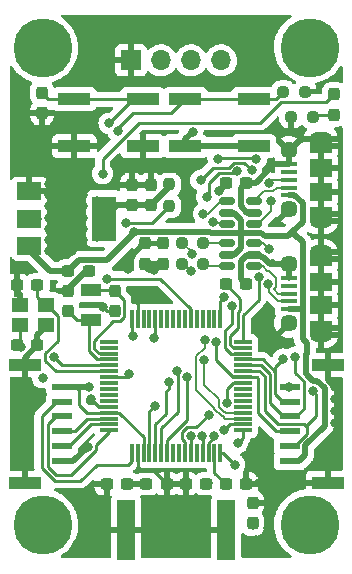
<source format=gbr>
%TF.GenerationSoftware,KiCad,Pcbnew,(6.0.2)*%
%TF.CreationDate,2022-06-16T18:16:31+10:00*%
%TF.ProjectId,RFM95_Serial_Converter_PCB,52464d39-355f-4536-9572-69616c5f436f,rev?*%
%TF.SameCoordinates,Original*%
%TF.FileFunction,Copper,L1,Top*%
%TF.FilePolarity,Positive*%
%FSLAX46Y46*%
G04 Gerber Fmt 4.6, Leading zero omitted, Abs format (unit mm)*
G04 Created by KiCad (PCBNEW (6.0.2)) date 2022-06-16 18:16:31*
%MOMM*%
%LPD*%
G01*
G04 APERTURE LIST*
G04 Aperture macros list*
%AMRoundRect*
0 Rectangle with rounded corners*
0 $1 Rounding radius*
0 $2 $3 $4 $5 $6 $7 $8 $9 X,Y pos of 4 corners*
0 Add a 4 corners polygon primitive as box body*
4,1,4,$2,$3,$4,$5,$6,$7,$8,$9,$2,$3,0*
0 Add four circle primitives for the rounded corners*
1,1,$1+$1,$2,$3*
1,1,$1+$1,$4,$5*
1,1,$1+$1,$6,$7*
1,1,$1+$1,$8,$9*
0 Add four rect primitives between the rounded corners*
20,1,$1+$1,$2,$3,$4,$5,0*
20,1,$1+$1,$4,$5,$6,$7,0*
20,1,$1+$1,$6,$7,$8,$9,0*
20,1,$1+$1,$8,$9,$2,$3,0*%
G04 Aperture macros list end*
%TA.AperFunction,ComponentPad*%
%ADD10C,5.000000*%
%TD*%
%TA.AperFunction,SMDPad,CuDef*%
%ADD11RoundRect,0.237500X-0.300000X-0.237500X0.300000X-0.237500X0.300000X0.237500X-0.300000X0.237500X0*%
%TD*%
%TA.AperFunction,SMDPad,CuDef*%
%ADD12RoundRect,0.237500X0.237500X-0.300000X0.237500X0.300000X-0.237500X0.300000X-0.237500X-0.300000X0*%
%TD*%
%TA.AperFunction,SMDPad,CuDef*%
%ADD13RoundRect,0.075000X-0.700000X-0.075000X0.700000X-0.075000X0.700000X0.075000X-0.700000X0.075000X0*%
%TD*%
%TA.AperFunction,SMDPad,CuDef*%
%ADD14RoundRect,0.075000X-0.075000X-0.700000X0.075000X-0.700000X0.075000X0.700000X-0.075000X0.700000X0*%
%TD*%
%TA.AperFunction,ComponentPad*%
%ADD15R,1.700000X1.700000*%
%TD*%
%TA.AperFunction,ComponentPad*%
%ADD16O,1.700000X1.700000*%
%TD*%
%TA.AperFunction,SMDPad,CuDef*%
%ADD17R,2.800000X1.000000*%
%TD*%
%TA.AperFunction,SMDPad,CuDef*%
%ADD18R,1.350000X0.400000*%
%TD*%
%TA.AperFunction,SMDPad,CuDef*%
%ADD19R,1.900000X1.200000*%
%TD*%
%TA.AperFunction,SMDPad,CuDef*%
%ADD20R,1.900000X1.500000*%
%TD*%
%TA.AperFunction,ComponentPad*%
%ADD21O,1.900000X1.200000*%
%TD*%
%TA.AperFunction,ComponentPad*%
%ADD22C,1.450000*%
%TD*%
%TA.AperFunction,SMDPad,CuDef*%
%ADD23R,2.000000X1.500000*%
%TD*%
%TA.AperFunction,SMDPad,CuDef*%
%ADD24R,2.000000X3.800000*%
%TD*%
%TA.AperFunction,SMDPad,CuDef*%
%ADD25R,1.700000X0.600000*%
%TD*%
%TA.AperFunction,SMDPad,CuDef*%
%ADD26R,2.700000X1.000000*%
%TD*%
%TA.AperFunction,SMDPad,CuDef*%
%ADD27R,1.400000X1.200000*%
%TD*%
%TA.AperFunction,SMDPad,CuDef*%
%ADD28RoundRect,0.237500X-0.237500X0.300000X-0.237500X-0.300000X0.237500X-0.300000X0.237500X0.300000X0*%
%TD*%
%TA.AperFunction,SMDPad,CuDef*%
%ADD29RoundRect,0.237500X0.300000X0.237500X-0.300000X0.237500X-0.300000X-0.237500X0.300000X-0.237500X0*%
%TD*%
%TA.AperFunction,SMDPad,CuDef*%
%ADD30RoundRect,0.237500X-0.250000X-0.237500X0.250000X-0.237500X0.250000X0.237500X-0.250000X0.237500X0*%
%TD*%
%TA.AperFunction,SMDPad,CuDef*%
%ADD31RoundRect,0.237500X0.237500X-0.287500X0.237500X0.287500X-0.237500X0.287500X-0.237500X-0.287500X0*%
%TD*%
%TA.AperFunction,SMDPad,CuDef*%
%ADD32R,1.800000X1.000000*%
%TD*%
%TA.AperFunction,SMDPad,CuDef*%
%ADD33RoundRect,0.237500X0.250000X0.237500X-0.250000X0.237500X-0.250000X-0.237500X0.250000X-0.237500X0*%
%TD*%
%TA.AperFunction,SMDPad,CuDef*%
%ADD34RoundRect,0.237500X0.237500X-0.250000X0.237500X0.250000X-0.237500X0.250000X-0.237500X-0.250000X0*%
%TD*%
%TA.AperFunction,SMDPad,CuDef*%
%ADD35RoundRect,0.150000X0.512500X0.150000X-0.512500X0.150000X-0.512500X-0.150000X0.512500X-0.150000X0*%
%TD*%
%TA.AperFunction,SMDPad,CuDef*%
%ADD36R,1.500000X5.080000*%
%TD*%
%TA.AperFunction,ViaPad*%
%ADD37C,0.800000*%
%TD*%
%TA.AperFunction,Conductor*%
%ADD38C,0.500000*%
%TD*%
%TA.AperFunction,Conductor*%
%ADD39C,0.250000*%
%TD*%
%TA.AperFunction,Conductor*%
%ADD40C,0.200000*%
%TD*%
G04 APERTURE END LIST*
D10*
%TO.P,H3,1*%
%TO.N,N/C*%
X87630000Y-83820000D03*
%TD*%
D11*
%TO.P,C9,1*%
%TO.N,Net-(C9-Pad1)*%
X80519100Y-80365600D03*
%TO.P,C9,2*%
%TO.N,GND*%
X82244100Y-80365600D03*
%TD*%
D12*
%TO.P,C5,1*%
%TO.N,+3V3*%
X74168000Y-56793300D03*
%TO.P,C5,2*%
%TO.N,GND*%
X74168000Y-55068300D03*
%TD*%
D11*
%TO.P,C16,1*%
%TO.N,/STM32F405/OSC_IN*%
X62859400Y-68617200D03*
%TO.P,C16,2*%
%TO.N,GND*%
X64584400Y-68617200D03*
%TD*%
D12*
%TO.P,C2,1*%
%TO.N,+3V3*%
X73710800Y-61720900D03*
%TO.P,C2,2*%
%TO.N,GND*%
X73710800Y-59995900D03*
%TD*%
D13*
%TO.P,U6,1,VBAT*%
%TO.N,unconnected-(U6-Pad1)*%
X70652000Y-68335200D03*
%TO.P,U6,2,PC13*%
%TO.N,unconnected-(U6-Pad2)*%
X70652000Y-68835200D03*
%TO.P,U6,3,PC14*%
%TO.N,/STM32F405/OSC32_IN*%
X70652000Y-69335200D03*
%TO.P,U6,4,PC15*%
%TO.N,/STM32F405/OSC32_OUT*%
X70652000Y-69835200D03*
%TO.P,U6,5,PH0*%
%TO.N,/STM32F405/OSC_IN*%
X70652000Y-70335200D03*
%TO.P,U6,6,PH1*%
%TO.N,/STM32F405/OSC_OUT*%
X70652000Y-70835200D03*
%TO.P,U6,7,NRST*%
%TO.N,Net-(C7-Pad2)*%
X70652000Y-71335200D03*
%TO.P,U6,8,PC0*%
%TO.N,unconnected-(U6-Pad8)*%
X70652000Y-71835200D03*
%TO.P,U6,9,PC1*%
%TO.N,unconnected-(U6-Pad9)*%
X70652000Y-72335200D03*
%TO.P,U6,10,PC2*%
%TO.N,unconnected-(U6-Pad10)*%
X70652000Y-72835200D03*
%TO.P,U6,11,PC3*%
%TO.N,unconnected-(U6-Pad11)*%
X70652000Y-73335200D03*
%TO.P,U6,12,VSSA*%
%TO.N,GND*%
X70652000Y-73835200D03*
%TO.P,U6,13,VDDA*%
%TO.N,+3V3*%
X70652000Y-74335200D03*
%TO.P,U6,14,PA0*%
%TO.N,/Data_Interfaces/CTS_2*%
X70652000Y-74835200D03*
%TO.P,U6,15,PA1*%
%TO.N,/Data_Interfaces/RTS_2*%
X70652000Y-75335200D03*
%TO.P,U6,16,PA2*%
%TO.N,/Data_Interfaces/TX_2*%
X70652000Y-75835200D03*
D14*
%TO.P,U6,17,PA3*%
%TO.N,/Data_Interfaces/RX_2*%
X72577000Y-77760200D03*
%TO.P,U6,18,VSS*%
%TO.N,GND*%
X73077000Y-77760200D03*
%TO.P,U6,19,VDD*%
%TO.N,+3V3*%
X73577000Y-77760200D03*
%TO.P,U6,20,PA4*%
%TO.N,/915MHz_Radio/CS_RF*%
X74077000Y-77760200D03*
%TO.P,U6,21,PA5*%
%TO.N,/915MHz_Radio/SPI_CLK*%
X74577000Y-77760200D03*
%TO.P,U6,22,PA6*%
%TO.N,/915MHz_Radio/SPI_MISO*%
X75077000Y-77760200D03*
%TO.P,U6,23,PA7*%
%TO.N,/915MHz_Radio/SPI_MOSI*%
X75577000Y-77760200D03*
%TO.P,U6,24,PC4*%
%TO.N,unconnected-(U6-Pad24)*%
X76077000Y-77760200D03*
%TO.P,U6,25,PC5*%
%TO.N,unconnected-(U6-Pad25)*%
X76577000Y-77760200D03*
%TO.P,U6,26,PB0*%
%TO.N,/915MHz_Radio/RESET_RF*%
X77077000Y-77760200D03*
%TO.P,U6,27,PB1*%
%TO.N,/915MHz_Radio/IO0_RF*%
X77577000Y-77760200D03*
%TO.P,U6,28,PB2*%
%TO.N,unconnected-(U6-Pad28)*%
X78077000Y-77760200D03*
%TO.P,U6,29,PB10*%
%TO.N,/915MHz_Radio/IO1_RF*%
X78577000Y-77760200D03*
%TO.P,U6,30,PB11*%
%TO.N,/915MHz_Radio/IO2_RF*%
X79077000Y-77760200D03*
%TO.P,U6,31,VCAP_1*%
%TO.N,Net-(C9-Pad1)*%
X79577000Y-77760200D03*
%TO.P,U6,32,VDD*%
%TO.N,+3V3*%
X80077000Y-77760200D03*
D13*
%TO.P,U6,33,PB12*%
%TO.N,/915MHz_Radio/IO3_RF*%
X82002000Y-75835200D03*
%TO.P,U6,34,PB13*%
%TO.N,/915MHz_Radio/IO4_RF*%
X82002000Y-75335200D03*
%TO.P,U6,35,PB14*%
%TO.N,/STM32F405/USB2_IN-*%
X82002000Y-74835200D03*
%TO.P,U6,36,PB15*%
%TO.N,/STM32F405/USB2_IN+*%
X82002000Y-74335200D03*
%TO.P,U6,37,PC6*%
%TO.N,unconnected-(U6-Pad37)*%
X82002000Y-73835200D03*
%TO.P,U6,38,PC7*%
%TO.N,unconnected-(U6-Pad38)*%
X82002000Y-73335200D03*
%TO.P,U6,39,PC8*%
%TO.N,unconnected-(U6-Pad39)*%
X82002000Y-72835200D03*
%TO.P,U6,40,PC9*%
%TO.N,unconnected-(U6-Pad40)*%
X82002000Y-72335200D03*
%TO.P,U6,41,PA8*%
%TO.N,/915MHz_Radio/IO5_RF*%
X82002000Y-71835200D03*
%TO.P,U6,42,PA9*%
%TO.N,/Data_Interfaces/TX_RADIO*%
X82002000Y-71335200D03*
%TO.P,U6,43,PA10*%
%TO.N,/Data_Interfaces/RX_RADIO*%
X82002000Y-70835200D03*
%TO.P,U6,44,PA11*%
%TO.N,/Data_Interfaces/CTS_RADIO*%
X82002000Y-70335200D03*
%TO.P,U6,45,PA12*%
%TO.N,/Data_Interfaces/RTS_RADIO*%
X82002000Y-69835200D03*
%TO.P,U6,46,PA13*%
%TO.N,/Data_Interfaces/SWDIO*%
X82002000Y-69335200D03*
%TO.P,U6,47,VCAP_2*%
%TO.N,Net-(C11-Pad1)*%
X82002000Y-68835200D03*
%TO.P,U6,48,VDD*%
%TO.N,+3V3*%
X82002000Y-68335200D03*
D14*
%TO.P,U6,49,PA14*%
%TO.N,/Data_Interfaces/SWCLK*%
X80077000Y-66410200D03*
%TO.P,U6,50,PA15*%
%TO.N,unconnected-(U6-Pad50)*%
X79577000Y-66410200D03*
%TO.P,U6,51,PC10*%
%TO.N,unconnected-(U6-Pad51)*%
X79077000Y-66410200D03*
%TO.P,U6,52,PC11*%
%TO.N,unconnected-(U6-Pad52)*%
X78577000Y-66410200D03*
%TO.P,U6,53,PC12*%
%TO.N,unconnected-(U6-Pad53)*%
X78077000Y-66410200D03*
%TO.P,U6,54,PD2*%
%TO.N,/STM32F405/INDICATOR_LED*%
X77577000Y-66410200D03*
%TO.P,U6,55,PB3*%
%TO.N,unconnected-(U6-Pad55)*%
X77077000Y-66410200D03*
%TO.P,U6,56,PB4*%
%TO.N,unconnected-(U6-Pad56)*%
X76577000Y-66410200D03*
%TO.P,U6,57,PB5*%
%TO.N,unconnected-(U6-Pad57)*%
X76077000Y-66410200D03*
%TO.P,U6,58,PB6*%
%TO.N,unconnected-(U6-Pad58)*%
X75577000Y-66410200D03*
%TO.P,U6,59,PB7*%
%TO.N,unconnected-(U6-Pad59)*%
X75077000Y-66410200D03*
%TO.P,U6,60,BOOT0*%
%TO.N,Net-(R2-Pad2)*%
X74577000Y-66410200D03*
%TO.P,U6,61,PB8*%
%TO.N,unconnected-(U6-Pad61)*%
X74077000Y-66410200D03*
%TO.P,U6,62,PB9*%
%TO.N,unconnected-(U6-Pad62)*%
X73577000Y-66410200D03*
%TO.P,U6,63,VSS*%
%TO.N,GND*%
X73077000Y-66410200D03*
%TO.P,U6,64,VDD*%
%TO.N,+3V3*%
X72577000Y-66410200D03*
%TD*%
D15*
%TO.P,J1,1,Pin_1*%
%TO.N,GND*%
X72517000Y-44507000D03*
D16*
%TO.P,J1,2,Pin_2*%
%TO.N,/Data_Interfaces/SWCLK*%
X75057000Y-44507000D03*
%TO.P,J1,3,Pin_3*%
%TO.N,/Data_Interfaces/SWDIO*%
X77597000Y-44507000D03*
%TO.P,J1,4,Pin_4*%
%TO.N,+3V3*%
X80137000Y-44507000D03*
%TD*%
D11*
%TO.P,C3,1*%
%TO.N,+5V*%
X67208400Y-62331600D03*
%TO.P,C3,2*%
%TO.N,GND*%
X68933400Y-62331600D03*
%TD*%
D17*
%TO.P,SW1,1,1*%
%TO.N,+3V3*%
X82910000Y-51784000D03*
X77110000Y-51784000D03*
%TO.P,SW1,2,2*%
%TO.N,Net-(R2-Pad2)*%
X82910000Y-47784000D03*
X77110000Y-47784000D03*
%TD*%
D18*
%TO.P,J5,1,VBUS*%
%TO.N,+5V*%
X85869500Y-65562000D03*
%TO.P,J5,2,D-*%
%TO.N,/Data_Interfaces/USB2_D-*%
X85869500Y-64912000D03*
%TO.P,J5,3,D+*%
%TO.N,/Data_Interfaces/USB2_D+*%
X85869500Y-64262000D03*
%TO.P,J5,4,ID*%
%TO.N,unconnected-(J5-Pad4)*%
X85869500Y-63612000D03*
%TO.P,J5,5,GND*%
%TO.N,GND*%
X85869500Y-62962000D03*
D19*
%TO.P,J5,6,Shield*%
X88569500Y-67162000D03*
D20*
X88569500Y-63262000D03*
D19*
X88569500Y-61362000D03*
D21*
X88569500Y-67762000D03*
D22*
X85869500Y-66762000D03*
D21*
X88569500Y-60762000D03*
D22*
X85869500Y-61762000D03*
D20*
X88569500Y-65262000D03*
%TD*%
D12*
%TO.P,C1,1*%
%TO.N,+3V3*%
X75234800Y-61719800D03*
%TO.P,C1,2*%
%TO.N,GND*%
X75234800Y-59994800D03*
%TD*%
D23*
%TO.P,U2,1,GND*%
%TO.N,GND*%
X63906000Y-55612000D03*
%TO.P,U2,2,VO*%
%TO.N,+3V3*%
X63906000Y-57912000D03*
D24*
X70206000Y-57912000D03*
D23*
%TO.P,U2,3,VI*%
%TO.N,+5V*%
X63906000Y-60212000D03*
%TD*%
D25*
%TO.P,J2,1,1*%
%TO.N,+3V3*%
X66697000Y-72160600D03*
%TO.P,J2,2,2*%
%TO.N,/Data_Interfaces/RX_2*%
X66697000Y-73410600D03*
%TO.P,J2,3,3*%
%TO.N,/Data_Interfaces/TX_2*%
X66697000Y-74660600D03*
%TO.P,J2,4,4*%
%TO.N,/Data_Interfaces/CTS_2*%
X66697000Y-75910600D03*
%TO.P,J2,5,5*%
%TO.N,/Data_Interfaces/RTS_2*%
X66697000Y-77160600D03*
%TO.P,J2,6,6*%
%TO.N,GND*%
X66697000Y-78410600D03*
D26*
%TO.P,J2,S1,SHIELD*%
X63497000Y-70310600D03*
%TO.P,J2,S2,SHIELD*%
X63497000Y-80260600D03*
%TD*%
D11*
%TO.P,C12,1*%
%TO.N,+3V3*%
X73812400Y-80365600D03*
%TO.P,C12,2*%
%TO.N,GND*%
X75537400Y-80365600D03*
%TD*%
%TO.P,C11,1*%
%TO.N,Net-(C11-Pad1)*%
X80518000Y-63449200D03*
%TO.P,C11,2*%
%TO.N,GND*%
X82243000Y-63449200D03*
%TD*%
D27*
%TO.P,Y2,1,1*%
%TO.N,/STM32F405/OSC_IN*%
X63078000Y-66927200D03*
%TO.P,Y2,2,2*%
%TO.N,GND*%
X65278000Y-66927200D03*
%TO.P,Y2,3,3*%
%TO.N,/STM32F405/OSC_OUT*%
X65278000Y-65227200D03*
%TO.P,Y2,4,4*%
%TO.N,GND*%
X63078000Y-65227200D03*
%TD*%
D28*
%TO.P,C14,1*%
%TO.N,/STM32F405/OSC32_IN*%
X71120000Y-64008000D03*
%TO.P,C14,2*%
%TO.N,GND*%
X71120000Y-65733000D03*
%TD*%
D29*
%TO.P,C17,1*%
%TO.N,/STM32F405/OSC_OUT*%
X64582200Y-63537200D03*
%TO.P,C17,2*%
%TO.N,GND*%
X62857200Y-63537200D03*
%TD*%
D30*
%TO.P,R5,1*%
%TO.N,GND*%
X86059000Y-49276000D03*
%TO.P,R5,2*%
%TO.N,Net-(D1-Pad1)*%
X87884000Y-49276000D03*
%TD*%
D29*
%TO.P,C10,1*%
%TO.N,+3V3*%
X78891300Y-80365600D03*
%TO.P,C10,2*%
%TO.N,GND*%
X77166300Y-80365600D03*
%TD*%
D31*
%TO.P,D1,1,K*%
%TO.N,Net-(D1-Pad1)*%
X89662000Y-49135000D03*
%TO.P,D1,2,A*%
%TO.N,/STM32F405/INDICATOR_LED*%
X89662000Y-47385000D03*
%TD*%
D18*
%TO.P,J4,1,VBUS*%
%TO.N,+5V*%
X85869500Y-55926000D03*
%TO.P,J4,2,D-*%
%TO.N,/Data_Interfaces/USB1_D-*%
X85869500Y-55276000D03*
%TO.P,J4,3,D+*%
%TO.N,/Data_Interfaces/USB1_D+*%
X85869500Y-54626000D03*
%TO.P,J4,4,ID*%
%TO.N,unconnected-(J4-Pad4)*%
X85869500Y-53976000D03*
%TO.P,J4,5,GND*%
%TO.N,GND*%
X85869500Y-53326000D03*
D21*
%TO.P,J4,6,Shield*%
X88569500Y-51126000D03*
D22*
X85869500Y-57126000D03*
D19*
X88569500Y-57526000D03*
X88569500Y-51726000D03*
D21*
X88569500Y-58126000D03*
D22*
X85869500Y-52126000D03*
D20*
X88569500Y-53626000D03*
X88569500Y-55626000D03*
%TD*%
D11*
%TO.P,C6,1*%
%TO.N,+3V3*%
X80518000Y-54864000D03*
%TO.P,C6,2*%
%TO.N,GND*%
X82243000Y-54864000D03*
%TD*%
D32*
%TO.P,Y1,1,1*%
%TO.N,/STM32F405/OSC32_IN*%
X69138800Y-63977200D03*
%TO.P,Y1,2,2*%
%TO.N,/STM32F405/OSC32_OUT*%
X69138800Y-66477200D03*
%TD*%
D33*
%TO.P,R3,1*%
%TO.N,/Data_Interfaces/USB_D-*%
X78636500Y-59944000D03*
%TO.P,R3,2*%
%TO.N,/STM32F405/USB2_IN-*%
X76811500Y-59944000D03*
%TD*%
D10*
%TO.P,H2,1*%
%TO.N,N/C*%
X87630000Y-43434000D03*
%TD*%
D12*
%TO.P,C8,1*%
%TO.N,+3V3*%
X82804000Y-83717300D03*
%TO.P,C8,2*%
%TO.N,GND*%
X82804000Y-81992300D03*
%TD*%
D17*
%TO.P,SW2,1,1*%
%TO.N,GND*%
X67712000Y-51784000D03*
X73512000Y-51784000D03*
%TO.P,SW2,2,2*%
%TO.N,Net-(C7-Pad2)*%
X67712000Y-47784000D03*
X73512000Y-47784000D03*
%TD*%
D10*
%TO.P,H4,1*%
%TO.N,N/C*%
X65024000Y-83820000D03*
%TD*%
D34*
%TO.P,R1,1*%
%TO.N,Net-(R1-Pad1)*%
X75742800Y-56843300D03*
%TO.P,R1,2*%
%TO.N,+3V3*%
X75742800Y-55018300D03*
%TD*%
D12*
%TO.P,C7,1*%
%TO.N,GND*%
X64973200Y-48970100D03*
%TO.P,C7,2*%
%TO.N,Net-(C7-Pad2)*%
X64973200Y-47245100D03*
%TD*%
D33*
%TO.P,R2,1*%
%TO.N,GND*%
X87221700Y-47193200D03*
%TO.P,R2,2*%
%TO.N,Net-(R2-Pad2)*%
X85396700Y-47193200D03*
%TD*%
D35*
%TO.P,U3,1,I/O1*%
%TO.N,/Data_Interfaces/USB1_D+*%
X82925500Y-58354000D03*
%TO.P,U3,2,GND*%
%TO.N,GND*%
X82925500Y-57404000D03*
%TO.P,U3,3,I/O2*%
%TO.N,/Data_Interfaces/USB1_D-*%
X82925500Y-56454000D03*
%TO.P,U3,4,I/O2*%
%TO.N,/Data_Interfaces/USB1_IN_D-*%
X80650500Y-56454000D03*
%TO.P,U3,5,VBUS*%
%TO.N,+5V*%
X80650500Y-57404000D03*
%TO.P,U3,6,I/O1*%
%TO.N,/Data_Interfaces/USB1_IN_D+*%
X80650500Y-58354000D03*
%TD*%
D29*
%TO.P,C13,1*%
%TO.N,+3V3*%
X72185700Y-80365600D03*
%TO.P,C13,2*%
%TO.N,GND*%
X70460700Y-80365600D03*
%TD*%
D35*
%TO.P,U4,1,I/O1*%
%TO.N,/Data_Interfaces/USB2_D+*%
X82925500Y-61910000D03*
%TO.P,U4,2,GND*%
%TO.N,GND*%
X82925500Y-60960000D03*
%TO.P,U4,3,I/O2*%
%TO.N,/Data_Interfaces/USB2_D-*%
X82925500Y-60010000D03*
%TO.P,U4,4,I/O2*%
%TO.N,/Data_Interfaces/USB_D-*%
X80650500Y-60010000D03*
%TO.P,U4,5,VBUS*%
%TO.N,+5V*%
X80650500Y-60960000D03*
%TO.P,U4,6,I/O1*%
%TO.N,/Data_Interfaces/USB_D+*%
X80650500Y-61910000D03*
%TD*%
D12*
%TO.P,C4,1*%
%TO.N,+3V3*%
X72593200Y-56793300D03*
%TO.P,C4,2*%
%TO.N,GND*%
X72593200Y-55068300D03*
%TD*%
D25*
%TO.P,J3,1,1*%
%TO.N,+5V*%
X85957000Y-78410600D03*
%TO.P,J3,2,2*%
%TO.N,/Data_Interfaces/RX_RADIO*%
X85957000Y-77160600D03*
%TO.P,J3,3,3*%
%TO.N,/Data_Interfaces/TX_RADIO*%
X85957000Y-75910600D03*
%TO.P,J3,4,4*%
%TO.N,/Data_Interfaces/CTS_RADIO*%
X85957000Y-74660600D03*
%TO.P,J3,5,5*%
%TO.N,/Data_Interfaces/RTS_RADIO*%
X85957000Y-73410600D03*
%TO.P,J3,6,6*%
%TO.N,GND*%
X85957000Y-72160600D03*
D26*
%TO.P,J3,S1,SHIELD*%
X89157000Y-80260600D03*
%TO.P,J3,S2,SHIELD*%
X89157000Y-70310600D03*
%TD*%
D12*
%TO.P,C15,1*%
%TO.N,/STM32F405/OSC32_OUT*%
X67157600Y-65734100D03*
%TO.P,C15,2*%
%TO.N,GND*%
X67157600Y-64009100D03*
%TD*%
D33*
%TO.P,R4,1*%
%TO.N,/Data_Interfaces/USB_D+*%
X78636500Y-61772800D03*
%TO.P,R4,2*%
%TO.N,/STM32F405/USB2_IN+*%
X76811500Y-61772800D03*
%TD*%
D10*
%TO.P,H1,1*%
%TO.N,N/C*%
X65024000Y-43434000D03*
%TD*%
D36*
%TO.P,AE1,2,Shield*%
%TO.N,GND*%
X80577000Y-84299500D03*
X72077000Y-84299500D03*
%TD*%
D37*
%TO.N,GND*%
X66531066Y-56862134D03*
X67462400Y-57818867D03*
X67479332Y-55905401D03*
X65582800Y-55910104D03*
X67462400Y-58775600D03*
X68427600Y-57835799D03*
X65582800Y-60689068D03*
X78486000Y-83058000D03*
X63500000Y-72390000D03*
X89749500Y-74168000D03*
X70104000Y-82296000D03*
X78486000Y-84074000D03*
X84074000Y-83058000D03*
X87376000Y-47244000D03*
X62992000Y-65278000D03*
X84836000Y-50038000D03*
X70104000Y-84328000D03*
X68427600Y-55922333D03*
X68427600Y-59749265D03*
X74168000Y-55118000D03*
X73914000Y-84328000D03*
X68427600Y-54954312D03*
X67462400Y-59732333D03*
X70104000Y-85344000D03*
X63500000Y-73406000D03*
X66531066Y-55905401D03*
X84074000Y-85090000D03*
X89662000Y-78232000D03*
X78486000Y-86106000D03*
X69088000Y-73152000D03*
X83058000Y-86106000D03*
X63500000Y-76454000D03*
X67462400Y-56862134D03*
X66531066Y-57818867D03*
X68933400Y-62331600D03*
X63500000Y-77470000D03*
X86614000Y-80264000D03*
X82243000Y-63449200D03*
X65582800Y-58777480D03*
X68427600Y-58792532D03*
X73914000Y-85344000D03*
X67479332Y-60689068D03*
X66531066Y-58775600D03*
X78486000Y-85090000D03*
X65582800Y-56865896D03*
X84074000Y-82042000D03*
X65278000Y-67056000D03*
X68834000Y-77216000D03*
X72390000Y-61214000D03*
X89662000Y-77216000D03*
X83058000Y-85090000D03*
X89749500Y-75199425D03*
X78486000Y-82042000D03*
X85852000Y-72136000D03*
X66531066Y-60689068D03*
X72259218Y-62171324D03*
X67479332Y-54954312D03*
X73406000Y-64262000D03*
X89749500Y-72151425D03*
X65582800Y-54954312D03*
X85344000Y-80264000D03*
X68427600Y-56879066D03*
X65582800Y-57821688D03*
X63500000Y-74422000D03*
X89749361Y-76215425D03*
X66531066Y-59732333D03*
X84074000Y-84074000D03*
X63500000Y-75438000D03*
X66531066Y-54954312D03*
X70104000Y-83312000D03*
X70125671Y-65384025D03*
X89749500Y-73166636D03*
X63500000Y-78486000D03*
X84074000Y-86106000D03*
X62738000Y-62230000D03*
X84328000Y-80264000D03*
X65582800Y-59733272D03*
X83312000Y-80264000D03*
%TO.N,+3V3*%
X82804000Y-83820000D03*
X64516000Y-57912000D03*
X78994000Y-80264000D03*
X83312000Y-62809500D03*
X63500000Y-57912000D03*
X77724000Y-50546000D03*
X69596000Y-58420000D03*
X81280000Y-78740000D03*
X65026683Y-71382540D03*
X69596000Y-59436000D03*
X68935902Y-72136000D03*
X72644000Y-67818000D03*
X69596000Y-56388000D03*
X74500012Y-62270517D03*
X73812400Y-80365600D03*
X79998957Y-55567509D03*
X69596000Y-57404000D03*
%TO.N,+5V*%
X72789888Y-59028091D03*
%TO.N,/STM32F405/OSC_IN*%
X63188948Y-68811277D03*
X65957127Y-69628964D03*
%TO.N,/STM32F405/INDICATOR_LED*%
X70444065Y-62995017D03*
X70104000Y-54102000D03*
%TO.N,/Data_Interfaces/SWDIO*%
X81029966Y-65313542D03*
%TO.N,/Data_Interfaces/SWCLK*%
X80365600Y-64566800D03*
%TO.N,/Data_Interfaces/RX_RADIO*%
X78934534Y-56069900D03*
X81510143Y-53910117D03*
X87900605Y-72543476D03*
%TO.N,/Data_Interfaces/TX_RADIO*%
X79728469Y-68326000D03*
%TO.N,/Data_Interfaces/CTS_RADIO*%
X79884427Y-52847373D03*
X86414258Y-69634157D03*
X83108800Y-52883502D03*
%TO.N,/Data_Interfaces/RTS_RADIO*%
X78430670Y-54650142D03*
X85385411Y-69810096D03*
X82718159Y-53803504D03*
%TO.N,Net-(R2-Pad2)*%
X74422000Y-68021200D03*
X71420501Y-50490901D03*
%TO.N,Net-(C7-Pad2)*%
X72339200Y-71069200D03*
X70661297Y-49840814D03*
%TO.N,/915MHz_Radio/SPI_MISO*%
X76384364Y-70768776D03*
%TO.N,/915MHz_Radio/SPI_MOSI*%
X77216000Y-71323200D03*
%TO.N,/915MHz_Radio/SPI_CLK*%
X75729500Y-71780400D03*
%TO.N,/915MHz_Radio/CS_RF*%
X74500869Y-73781071D03*
%TO.N,/915MHz_Radio/RESET_RF*%
X79075228Y-74533135D03*
%TO.N,/915MHz_Radio/IO5_RF*%
X80643984Y-73558410D03*
%TO.N,/915MHz_Radio/IO3_RF*%
X81529701Y-76915499D03*
%TO.N,/915MHz_Radio/IO4_RF*%
X80413184Y-75806900D03*
%TO.N,/915MHz_Radio/IO0_RF*%
X77553637Y-76298208D03*
%TO.N,/915MHz_Radio/IO1_RF*%
X78551985Y-76346243D03*
%TO.N,/915MHz_Radio/IO2_RF*%
X79563357Y-76333017D03*
%TO.N,/Data_Interfaces/USB1_D+*%
X84382160Y-56433562D03*
X84224138Y-54899238D03*
%TO.N,/Data_Interfaces/USB2_D-*%
X84101419Y-63422544D03*
X84187589Y-60474631D03*
%TO.N,Net-(R1-Pad1)*%
X72065388Y-58293049D03*
%TO.N,/STM32F405/USB2_IN-*%
X77634094Y-60868500D03*
X78734957Y-68216733D03*
%TO.N,/STM32F405/USB2_IN+*%
X78728300Y-69836700D03*
X77614937Y-62334738D03*
%TO.N,/Data_Interfaces/USB1_IN_D-*%
X78644395Y-57525931D03*
%TO.N,/Data_Interfaces/USB1_IN_D+*%
X79468836Y-58223874D03*
%TD*%
D38*
%TO.N,GND*%
X73710800Y-59995900D02*
X73608100Y-59995900D01*
X85957000Y-72160600D02*
X85876600Y-72160600D01*
X67157600Y-63891493D02*
X68717493Y-62331600D01*
X66697000Y-78410600D02*
X67639400Y-78410600D01*
X82365151Y-57404000D02*
X81813480Y-56852329D01*
D39*
X69088000Y-73152000D02*
X69771200Y-73835200D01*
D38*
X84287849Y-61762000D02*
X85869500Y-61762000D01*
X82925500Y-57404000D02*
X82365151Y-57404000D01*
X73608100Y-59995900D02*
X72390000Y-61214000D01*
X89157000Y-71558925D02*
X89749500Y-72151425D01*
D39*
X73406000Y-79248000D02*
X74419800Y-79248000D01*
D38*
X82243000Y-63449200D02*
X81813480Y-63019680D01*
X77166300Y-80365600D02*
X75537400Y-80365600D01*
X89157000Y-70310600D02*
X89157000Y-71558925D01*
X81813480Y-63019680D02*
X81813480Y-61511671D01*
X82243000Y-54864000D02*
X83058000Y-54864000D01*
X83058000Y-54864000D02*
X84596000Y-53326000D01*
X67639400Y-78410600D02*
X68834000Y-77216000D01*
X85876600Y-72160600D02*
X85852000Y-72136000D01*
X63497000Y-70310600D02*
X63497000Y-69704600D01*
X84596000Y-53326000D02*
X85869500Y-53326000D01*
X85869500Y-62962000D02*
X85869500Y-61762000D01*
X64584400Y-68617200D02*
X64584400Y-67749600D01*
X85869500Y-52126000D02*
X85869500Y-53326000D01*
D39*
X73077000Y-78919000D02*
X73406000Y-79248000D01*
X74419800Y-79248000D02*
X75537400Y-80365600D01*
X73077000Y-64591000D02*
X73406000Y-64262000D01*
D38*
X82925500Y-60960000D02*
X83312000Y-60960000D01*
X67157600Y-64009100D02*
X67157600Y-63891493D01*
D39*
X71120000Y-65733000D02*
X70474646Y-65733000D01*
X70474646Y-65733000D02*
X70125671Y-65384025D01*
D38*
X83686329Y-61160480D02*
X84287849Y-61762000D01*
D39*
X73077000Y-77760200D02*
X73077000Y-78919000D01*
D38*
X64584400Y-67749600D02*
X65278000Y-67056000D01*
X83312000Y-60960000D02*
X83512480Y-61160480D01*
X83512480Y-61160480D02*
X83686329Y-61160480D01*
X81813480Y-55293520D02*
X82243000Y-54864000D01*
X63497000Y-69704600D02*
X64584400Y-68617200D01*
X82365151Y-60960000D02*
X82925500Y-60960000D01*
X81813480Y-56852329D02*
X81813480Y-55293520D01*
D39*
X73077000Y-66410200D02*
X73077000Y-64591000D01*
X69771200Y-73835200D02*
X70652000Y-73835200D01*
D38*
X81813480Y-61511671D02*
X82365151Y-60960000D01*
X68717493Y-62331600D02*
X68933400Y-62331600D01*
D39*
%TO.N,+3V3*%
X80077000Y-77760200D02*
X80300200Y-77760200D01*
X82002000Y-68335200D02*
X82002000Y-66080000D01*
X72577000Y-67751000D02*
X72644000Y-67818000D01*
D38*
X72593200Y-56793300D02*
X71324700Y-56793300D01*
D39*
X71492006Y-74335200D02*
X70652000Y-74335200D01*
X82002000Y-66080000D02*
X83312000Y-64770000D01*
D38*
X71324700Y-56793300D02*
X70206000Y-57912000D01*
D39*
X68072000Y-72390000D02*
X67842600Y-72160600D01*
D38*
X66697000Y-72160600D02*
X67842600Y-72160600D01*
X68911302Y-72160600D02*
X68935902Y-72136000D01*
D39*
X70652000Y-74335200D02*
X68747200Y-74335200D01*
D38*
X82910000Y-51784000D02*
X77110000Y-51784000D01*
D39*
X72577000Y-66410200D02*
X72577000Y-67751000D01*
X68072000Y-73660000D02*
X68072000Y-72390000D01*
D38*
X75742800Y-55218500D02*
X74168000Y-56793300D01*
D39*
X73577000Y-76420194D02*
X71492006Y-74335200D01*
D38*
X73710800Y-61720900D02*
X75233700Y-61720900D01*
X73812400Y-80365600D02*
X72185700Y-80365600D01*
X75742800Y-55018300D02*
X75742800Y-55218500D01*
X80518000Y-54864000D02*
X80518000Y-55048466D01*
X74004998Y-62270517D02*
X74500012Y-62270517D01*
X73710800Y-61976319D02*
X74004998Y-62270517D01*
X72593200Y-56793300D02*
X74168000Y-56793300D01*
D39*
X83312000Y-64770000D02*
X83312000Y-62809500D01*
X73577000Y-77760200D02*
X73577000Y-76420194D01*
D38*
X75233700Y-61720900D02*
X75234800Y-61719800D01*
X73710800Y-61720900D02*
X73710800Y-61976319D01*
X77110000Y-51784000D02*
X77110000Y-51160000D01*
X80518000Y-55048466D02*
X79998957Y-55567509D01*
D39*
X80300200Y-77760200D02*
X81280000Y-78740000D01*
D38*
X67842600Y-72160600D02*
X68911302Y-72160600D01*
X77110000Y-51160000D02*
X77724000Y-50546000D01*
D39*
X68747200Y-74335200D02*
X68072000Y-73660000D01*
D38*
%TO.N,+5V*%
X63906000Y-60553200D02*
X65684400Y-62331600D01*
X86344500Y-55926000D02*
X87044500Y-56626000D01*
X81813480Y-60357369D02*
X81813480Y-59258120D01*
X87256511Y-77910111D02*
X86756022Y-78410600D01*
X86715600Y-59588400D02*
X87044011Y-59916811D01*
X87376000Y-68402745D02*
X87376000Y-69361089D01*
X72851197Y-59007780D02*
X70451897Y-61407080D01*
X86670890Y-59588400D02*
X86715600Y-59588400D01*
X65684400Y-62331600D02*
X67208400Y-62331600D01*
X87044011Y-68070756D02*
X87376000Y-68402745D01*
X86756022Y-78410600D02*
X85957000Y-78410600D01*
X87256511Y-77111089D02*
X87256511Y-77910111D01*
X81210849Y-57404000D02*
X81813480Y-58006631D01*
X81813480Y-59258120D02*
X81940400Y-59131200D01*
X80650500Y-60960000D02*
X81210849Y-60960000D01*
X87357489Y-69379600D02*
X87357489Y-71101489D01*
X83836338Y-59410489D02*
X83557049Y-59131200D01*
X87376000Y-71120000D02*
X87884000Y-71628000D01*
X81210849Y-60960000D02*
X81813480Y-60357369D01*
X85869500Y-55926000D02*
X86344500Y-55926000D01*
X87884000Y-71628000D02*
X88236817Y-71628000D01*
X86159845Y-59077355D02*
X85826711Y-59410489D01*
X80650500Y-57404000D02*
X81210849Y-57404000D01*
X81813480Y-58006631D02*
X81813480Y-59004280D01*
X83557049Y-59131200D02*
X81940400Y-59131200D01*
X87044011Y-65511511D02*
X87044011Y-68070756D01*
X87044500Y-58192700D02*
X86159845Y-59077355D01*
X87044500Y-56626000D02*
X87044500Y-58192700D01*
X79171073Y-59019480D02*
X79060925Y-59019480D01*
X85826711Y-59410489D02*
X83836338Y-59410489D01*
X81813480Y-59004280D02*
X81940400Y-59131200D01*
X79049225Y-59007780D02*
X72851197Y-59007780D01*
X88236817Y-71628000D02*
X88900000Y-72291183D01*
X87376000Y-69361089D02*
X87357489Y-69379600D01*
X81940400Y-59131200D02*
X79282793Y-59131200D01*
X88900000Y-75467600D02*
X87256511Y-77111089D01*
X68132920Y-61407080D02*
X67208400Y-62331600D01*
X86993522Y-65562000D02*
X85869500Y-65562000D01*
X88900000Y-72291183D02*
X88900000Y-75467600D01*
X70451897Y-61407080D02*
X68132920Y-61407080D01*
X63906000Y-60212000D02*
X63906000Y-60553200D01*
X79060925Y-59019480D02*
X79049225Y-59007780D01*
X86159845Y-59077355D02*
X86670890Y-59588400D01*
X79282793Y-59131200D02*
X79171073Y-59019480D01*
X87044011Y-59916811D02*
X87044011Y-65511511D01*
X87044011Y-65511511D02*
X86993522Y-65562000D01*
D39*
%TO.N,Net-(C9-Pad1)*%
X79577000Y-79423500D02*
X80519100Y-80365600D01*
X79577000Y-77760200D02*
X79577000Y-79423500D01*
%TO.N,Net-(C11-Pad1)*%
X80902480Y-67813816D02*
X81552489Y-67163807D01*
X81754467Y-64685667D02*
X80518000Y-63449200D01*
X81552489Y-67163807D02*
X81552489Y-65815619D01*
X80902480Y-68575686D02*
X80902480Y-67813816D01*
X81552489Y-65815619D02*
X81754467Y-65613641D01*
X82002000Y-68835200D02*
X81161994Y-68835200D01*
X81161994Y-68835200D02*
X81061505Y-68734711D01*
X80977489Y-68734711D02*
X80977489Y-68650695D01*
X81061505Y-68734711D02*
X80977489Y-68734711D01*
X80977489Y-68650695D02*
X80902480Y-68575686D01*
X81754467Y-65613641D02*
X81754467Y-64685667D01*
%TO.N,/STM32F405/OSC32_IN*%
X71590296Y-66595020D02*
X71919520Y-66265796D01*
X69138800Y-63977200D02*
X71089200Y-63977200D01*
X69392800Y-68229711D02*
X71027491Y-66595020D01*
X69895408Y-69335200D02*
X69866787Y-69306579D01*
X71919520Y-64807520D02*
X71120000Y-64008000D01*
X71027491Y-66595020D02*
X71590296Y-66595020D01*
X71089200Y-63977200D02*
X71120000Y-64008000D01*
X69866787Y-69306579D02*
X69783373Y-69306579D01*
X69783373Y-69306579D02*
X69392800Y-68916006D01*
X71919520Y-66265796D02*
X71919520Y-64807520D01*
X69392800Y-68916006D02*
X69392800Y-68229711D01*
X70652000Y-69335200D02*
X69895408Y-69335200D01*
%TO.N,/STM32F405/OSC32_OUT*%
X69732893Y-69756099D02*
X69811994Y-69835200D01*
X69597175Y-69756099D02*
X69732893Y-69756099D01*
X69811994Y-69835200D02*
X70652000Y-69835200D01*
X69138800Y-66477200D02*
X67900700Y-66477200D01*
X67900700Y-66477200D02*
X67157600Y-65734100D01*
X69138800Y-66477200D02*
X68943280Y-66672720D01*
X68943280Y-66672720D02*
X68943280Y-69102204D01*
X68943280Y-69102204D02*
X69597175Y-69756099D01*
%TO.N,/STM32F405/OSC_IN*%
X62859400Y-68617200D02*
X63053477Y-68811277D01*
X66663363Y-70335200D02*
X65957127Y-69628964D01*
X63078000Y-66927200D02*
X63078000Y-68398600D01*
X63078000Y-68398600D02*
X62859400Y-68617200D01*
X63053477Y-68811277D02*
X63188948Y-68811277D01*
X70652000Y-70335200D02*
X66663363Y-70335200D01*
%TO.N,/STM32F405/OSC_OUT*%
X66138763Y-70835200D02*
X65232626Y-69929063D01*
X64582200Y-63537200D02*
X64582200Y-64531400D01*
X65232626Y-69322614D02*
X66302511Y-68252729D01*
X64582200Y-64531400D02*
X65278000Y-65227200D01*
X65232626Y-69929063D02*
X65232626Y-69322614D01*
X66302511Y-68252729D02*
X66302511Y-66151711D01*
X70652000Y-70835200D02*
X66138763Y-70835200D01*
X66302511Y-66151711D02*
X65378000Y-65227200D01*
X65378000Y-65227200D02*
X65278000Y-65227200D01*
%TO.N,Net-(D1-Pad1)*%
X88025000Y-49135000D02*
X87884000Y-49276000D01*
X89662000Y-49135000D02*
X88025000Y-49135000D01*
%TO.N,/STM32F405/INDICATOR_LED*%
X70104000Y-52832000D02*
X70104000Y-54102000D01*
X83459022Y-49784000D02*
X76200000Y-49784000D01*
X70444065Y-62995017D02*
X75001823Y-62995017D01*
X89054280Y-47992720D02*
X85250302Y-47992720D01*
X89662000Y-47385000D02*
X89054280Y-47992720D01*
X85250302Y-47992720D02*
X83459022Y-49784000D01*
X75001823Y-62995017D02*
X77577000Y-65570194D01*
X77577000Y-65570194D02*
X77577000Y-66410200D01*
X76200000Y-49784000D02*
X73152000Y-49784000D01*
X73152000Y-49784000D02*
X70104000Y-52832000D01*
%TO.N,/Data_Interfaces/SWDIO*%
X80452969Y-68845895D02*
X80452969Y-67374237D01*
X80452969Y-67374237D02*
X81029966Y-66797240D01*
X80942274Y-69335200D02*
X80452969Y-68845895D01*
X81029966Y-66797240D02*
X81029966Y-65313542D01*
X82002000Y-69335200D02*
X80942274Y-69335200D01*
%TO.N,/Data_Interfaces/SWCLK*%
X80077000Y-66410200D02*
X80077000Y-64855400D01*
X80077000Y-64855400D02*
X80365600Y-64566800D01*
%TO.N,/Data_Interfaces/RX_2*%
X64973200Y-74584400D02*
X64973200Y-79044800D01*
X66697000Y-73410600D02*
X66147000Y-73410600D01*
X66040000Y-80111600D02*
X68224400Y-80111600D01*
X69596000Y-78740000D02*
X72288400Y-78740000D01*
X72288400Y-78740000D02*
X72577000Y-78451400D01*
X66147000Y-73410600D02*
X64973200Y-74584400D01*
X68224400Y-80111600D02*
X69596000Y-78740000D01*
X72577000Y-78451400D02*
X72577000Y-77760200D01*
X64973200Y-79044800D02*
X66040000Y-80111600D01*
%TO.N,/Data_Interfaces/TX_2*%
X66697000Y-74660600D02*
X66147000Y-74660600D01*
X70652000Y-75956482D02*
X70652000Y-75835200D01*
X65522489Y-75285111D02*
X65522489Y-78958385D01*
X69558501Y-77049981D02*
X70652000Y-75956482D01*
X66167704Y-79603600D02*
X67471000Y-79603600D01*
X66147000Y-74660600D02*
X65522489Y-75285111D01*
X69558501Y-77516099D02*
X69558501Y-77049981D01*
X65522489Y-78958385D02*
X66167704Y-79603600D01*
X67471000Y-79603600D02*
X69558501Y-77516099D01*
%TO.N,/Data_Interfaces/CTS_2*%
X68827200Y-74835200D02*
X70652000Y-74835200D01*
X66697000Y-75910600D02*
X67751800Y-75910600D01*
X67751800Y-75910600D02*
X68827200Y-74835200D01*
%TO.N,/Data_Interfaces/RTS_2*%
X67263800Y-77160600D02*
X69089200Y-75335200D01*
X66697000Y-77160600D02*
X67263800Y-77160600D01*
X69089200Y-75335200D02*
X70652000Y-75335200D01*
%TO.N,/Data_Interfaces/RX_RADIO*%
X81510143Y-53910117D02*
X81355780Y-54064480D01*
X87325200Y-75438000D02*
X87172311Y-75285111D01*
X84937111Y-75285111D02*
X83820000Y-74168000D01*
X86394518Y-77160600D02*
X87376000Y-76179118D01*
X83820000Y-71272400D02*
X83382800Y-70835200D01*
X79146400Y-56032400D02*
X79108900Y-56069900D01*
X87172311Y-75285111D02*
X84937111Y-75285111D01*
X87376000Y-75488800D02*
X87325200Y-75438000D01*
X88138000Y-74625200D02*
X88138000Y-72780871D01*
X81355780Y-54064480D02*
X79985204Y-54064480D01*
X79146400Y-54903284D02*
X79146400Y-56032400D01*
X85957000Y-77160600D02*
X86394518Y-77160600D01*
X83382800Y-70835200D02*
X82002000Y-70835200D01*
X87376000Y-76179118D02*
X87376000Y-75488800D01*
X87325200Y-75438000D02*
X88138000Y-74625200D01*
X88138000Y-72780871D02*
X87900605Y-72543476D01*
X79985204Y-54064480D02*
X79146400Y-54903284D01*
X79108900Y-56069900D02*
X78934534Y-56069900D01*
X83820000Y-74168000D02*
X83820000Y-71272400D01*
%TO.N,/Data_Interfaces/TX_RADIO*%
X84772274Y-75910600D02*
X83268890Y-74407216D01*
X81161994Y-71335200D02*
X79728469Y-69901675D01*
X83268890Y-74407216D02*
X83268890Y-71391006D01*
X85957000Y-75910600D02*
X84772274Y-75910600D01*
X83213084Y-71335200D02*
X82002000Y-71335200D01*
X83268890Y-71391006D02*
X83213084Y-71335200D01*
X79728469Y-69901675D02*
X79728469Y-68326000D01*
X82002000Y-71335200D02*
X81161994Y-71335200D01*
%TO.N,/Data_Interfaces/CTS_RADIO*%
X82961404Y-52736106D02*
X79995694Y-52736106D01*
X84269510Y-71086206D02*
X83518504Y-70335200D01*
X86414258Y-70970740D02*
X86414258Y-69634157D01*
X79995694Y-52736106D02*
X79884427Y-52847373D01*
X83518504Y-70335200D02*
X82002000Y-70335200D01*
X87131511Y-71687993D02*
X86414258Y-70970740D01*
X85957000Y-74660600D02*
X86507000Y-74660600D01*
X85957000Y-74660600D02*
X85407000Y-74660600D01*
X84269511Y-73523111D02*
X84269510Y-71086206D01*
X87131511Y-74036089D02*
X87131511Y-71687993D01*
X85407000Y-74660600D02*
X84269511Y-73523111D01*
X86507000Y-74660600D02*
X87131511Y-74036089D01*
X83108800Y-52883502D02*
X82961404Y-52736106D01*
%TO.N,/Data_Interfaces/RTS_RADIO*%
X84719022Y-72722622D02*
X84719020Y-71053820D01*
X85957000Y-73410600D02*
X85407000Y-73410600D01*
X81210044Y-53185616D02*
X80788359Y-53607301D01*
X84719020Y-71053820D02*
X84719020Y-70900012D01*
X79473511Y-53607301D02*
X78430670Y-54650142D01*
X84719020Y-70900012D02*
X83654208Y-69835200D01*
X82100271Y-53185616D02*
X81210044Y-53185616D01*
X84719020Y-71053820D02*
X84719020Y-70476487D01*
X80788359Y-53607301D02*
X79473511Y-53607301D01*
X83654208Y-69835200D02*
X82002000Y-69835200D01*
X82718159Y-53803504D02*
X82100271Y-53185616D01*
X84719020Y-70476487D02*
X85385411Y-69810096D01*
X85407000Y-73410600D02*
X84719022Y-72722622D01*
%TO.N,Net-(R2-Pad2)*%
X74422000Y-68021200D02*
X74577000Y-67866200D01*
X77110000Y-47784000D02*
X75922800Y-48971200D01*
X77110000Y-47784000D02*
X82910000Y-47784000D01*
X84805900Y-47784000D02*
X82910000Y-47784000D01*
X75922800Y-48971200D02*
X72694800Y-48971200D01*
X85396700Y-47193200D02*
X84805900Y-47784000D01*
X74577000Y-67866200D02*
X74577000Y-66410200D01*
X71420501Y-50245499D02*
X71420501Y-50490901D01*
X72694800Y-48971200D02*
X71420501Y-50245499D01*
%TO.N,Net-(C7-Pad2)*%
X72073200Y-71335200D02*
X70652000Y-71335200D01*
X72718111Y-47784000D02*
X70661297Y-49840814D01*
X65512100Y-47784000D02*
X67712000Y-47784000D01*
X73512000Y-47784000D02*
X72718111Y-47784000D01*
X72339200Y-71069200D02*
X72073200Y-71335200D01*
X64973200Y-47245100D02*
X65512100Y-47784000D01*
X67712000Y-47784000D02*
X73512000Y-47784000D01*
%TO.N,/915MHz_Radio/SPI_MISO*%
X76454000Y-74269600D02*
X76454000Y-70838412D01*
X75077000Y-77760200D02*
X75077000Y-75646600D01*
X76454000Y-70838412D02*
X76384364Y-70768776D01*
X75077000Y-75646600D02*
X76454000Y-74269600D01*
%TO.N,/915MHz_Radio/SPI_MOSI*%
X76379625Y-75814675D02*
X76379626Y-75811915D01*
X77216000Y-74975541D02*
X77216000Y-71323200D01*
X76379626Y-75811915D02*
X77216000Y-74975541D01*
X75577000Y-76617300D02*
X76379625Y-75814675D01*
X75577000Y-77760200D02*
X75577000Y-76617300D01*
%TO.N,/915MHz_Radio/SPI_CLK*%
X75488800Y-74422000D02*
X75488800Y-72542400D01*
X74577000Y-77760200D02*
X74577000Y-75333800D01*
X75729500Y-72301700D02*
X75729500Y-71780400D01*
X75488800Y-72542400D02*
X75729500Y-72301700D01*
X74577000Y-75333800D02*
X75488800Y-74422000D01*
%TO.N,/915MHz_Radio/CS_RF*%
X74077000Y-77760200D02*
X74077000Y-74204940D01*
X74077000Y-74204940D02*
X74500869Y-73781071D01*
%TO.N,/915MHz_Radio/RESET_RF*%
X77253537Y-75573708D02*
X78034655Y-75573708D01*
X77077000Y-77760200D02*
X77077000Y-76846171D01*
X78034655Y-75573708D02*
X79075228Y-74533135D01*
X76829136Y-75998109D02*
X77253537Y-75573708D01*
X77077000Y-76846171D02*
X76829136Y-76598307D01*
X76829136Y-76598307D02*
X76829136Y-75998109D01*
%TO.N,/915MHz_Radio/IO5_RF*%
X80643984Y-73558410D02*
X80643984Y-72353210D01*
X80643984Y-72353210D02*
X81161994Y-71835200D01*
X81161994Y-71835200D02*
X82002000Y-71835200D01*
%TO.N,/915MHz_Radio/IO3_RF*%
X82002000Y-76443200D02*
X81529701Y-76915499D01*
X82002000Y-75835200D02*
X82002000Y-76443200D01*
%TO.N,/915MHz_Radio/IO4_RF*%
X80884884Y-75335200D02*
X80413184Y-75806900D01*
X82002000Y-75335200D02*
X80884884Y-75335200D01*
%TO.N,/915MHz_Radio/IO0_RF*%
X77577000Y-77760200D02*
X77577000Y-76836178D01*
X77553637Y-76812815D02*
X77553637Y-76298208D01*
X77577000Y-76836178D02*
X77553637Y-76812815D01*
%TO.N,/915MHz_Radio/IO1_RF*%
X78551985Y-76648869D02*
X78551985Y-76346243D01*
X78577000Y-77760200D02*
X78577000Y-76673884D01*
X78577000Y-76673884D02*
X78551985Y-76648869D01*
%TO.N,/915MHz_Radio/IO2_RF*%
X79077000Y-77760200D02*
X79102480Y-77734720D01*
X79102480Y-76894714D02*
X79563357Y-76433837D01*
X79563357Y-76433837D02*
X79563357Y-76333017D01*
X79102480Y-77734720D02*
X79102480Y-76894714D01*
D40*
%TO.N,/Data_Interfaces/USB1_D-*%
X84836621Y-55276000D02*
X85869500Y-55276000D01*
X82925500Y-56454000D02*
X83780761Y-55598739D01*
X83780761Y-55598739D02*
X84513882Y-55598739D01*
X84513882Y-55598739D02*
X84836621Y-55276000D01*
%TO.N,/Data_Interfaces/USB1_D+*%
X84382160Y-57245557D02*
X84382160Y-56433562D01*
X84497376Y-54626000D02*
X84224138Y-54899238D01*
X82925500Y-58354000D02*
X83273717Y-58354000D01*
X85869500Y-54626000D02*
X84497376Y-54626000D01*
X83273717Y-58354000D02*
X84382160Y-57245557D01*
%TO.N,/Data_Interfaces/USB2_D-*%
X82925500Y-60010000D02*
X83722958Y-60010000D01*
X85869500Y-64912000D02*
X84994500Y-64912000D01*
X84182490Y-64099990D02*
X84182490Y-63503615D01*
X84182490Y-63503615D02*
X84101419Y-63422544D01*
X83722958Y-60010000D02*
X84187589Y-60474631D01*
X84994500Y-64912000D02*
X84182490Y-64099990D01*
%TO.N,/Data_Interfaces/USB2_D+*%
X84206311Y-62311511D02*
X84060233Y-62311510D01*
X84632800Y-63880408D02*
X84800920Y-63712288D01*
X84060233Y-62311510D02*
X83658723Y-61910000D01*
X84632800Y-63900300D02*
X84632800Y-63880408D01*
X84994500Y-64262000D02*
X84632800Y-63900300D01*
X84800920Y-63712288D02*
X84800920Y-62906120D01*
X84800920Y-62906120D02*
X84206311Y-62311511D01*
X83658723Y-61910000D02*
X82925500Y-61910000D01*
X85869500Y-64262000D02*
X84994500Y-64262000D01*
%TO.N,/Data_Interfaces/USB_D-*%
X80650500Y-60010000D02*
X78702500Y-60010000D01*
X78702500Y-60010000D02*
X78636500Y-59944000D01*
%TO.N,/Data_Interfaces/USB_D+*%
X78773700Y-61910000D02*
X78636500Y-61772800D01*
X80650500Y-61910000D02*
X78773700Y-61910000D01*
D39*
%TO.N,Net-(R1-Pad1)*%
X75742800Y-56843300D02*
X75742800Y-56845200D01*
X75742800Y-56845200D02*
X74294951Y-58293049D01*
X74294951Y-58293049D02*
X72065388Y-58293049D01*
D40*
%TO.N,/STM32F405/USB2_IN-*%
X80484038Y-74835200D02*
X80306260Y-74657422D01*
X79544972Y-74013636D02*
X79544973Y-73936412D01*
X80188756Y-74657421D02*
X79544972Y-74013636D01*
X78734957Y-68840798D02*
X78734957Y-68216733D01*
X76811500Y-59944000D02*
X77634094Y-60766594D01*
X78028799Y-69546956D02*
X78734957Y-68840798D01*
X78028799Y-72420237D02*
X78028799Y-69546956D01*
X77634094Y-60766594D02*
X77634094Y-60868500D01*
X79544973Y-73936412D02*
X78028799Y-72420237D01*
X80306260Y-74657422D02*
X80188756Y-74657421D01*
X82002000Y-74835200D02*
X80484038Y-74835200D01*
%TO.N,/STM32F405/USB2_IN+*%
X80549031Y-74335200D02*
X80471742Y-74257911D01*
X77052999Y-61772800D02*
X77614937Y-62334738D01*
X80354240Y-74257911D02*
X79944483Y-73848154D01*
X78728300Y-71975257D02*
X78728300Y-69836700D01*
X82002000Y-74335200D02*
X80549031Y-74335200D01*
X79944483Y-73848154D02*
X79944483Y-73770928D01*
X79944483Y-73770928D02*
X79920099Y-73746544D01*
X79920099Y-73167056D02*
X78728300Y-71975257D01*
X80471742Y-74257911D02*
X80354240Y-74257911D01*
X76811500Y-61772800D02*
X77052999Y-61772800D01*
X79920099Y-73746544D02*
X79920099Y-73167056D01*
%TO.N,/Data_Interfaces/USB1_IN_D-*%
X79021591Y-57525931D02*
X78644395Y-57525931D01*
X80043042Y-56504480D02*
X79021591Y-57525931D01*
X80600020Y-56504480D02*
X80043042Y-56504480D01*
X80650500Y-56454000D02*
X80600020Y-56504480D01*
%TO.N,/Data_Interfaces/USB1_IN_D+*%
X79747893Y-58223874D02*
X79468836Y-58223874D01*
X80600020Y-58303520D02*
X79827539Y-58303520D01*
X80650500Y-58354000D02*
X80600020Y-58303520D01*
X79827539Y-58303520D02*
X79747893Y-58223874D01*
%TD*%
%TA.AperFunction,Conductor*%
%TO.N,GND*%
G36*
X73117356Y-78909042D02*
G01*
X73153735Y-78928453D01*
X73180907Y-78949303D01*
X73222774Y-79006641D01*
X73225099Y-79013767D01*
X73231044Y-79034013D01*
X73244583Y-79036042D01*
X73304194Y-79028194D01*
X73304427Y-79029965D01*
X73349507Y-79029966D01*
X73349676Y-79028681D01*
X73459669Y-79043162D01*
X73459670Y-79043162D01*
X73463756Y-79043700D01*
X73690244Y-79043700D01*
X73694330Y-79043162D01*
X73694331Y-79043162D01*
X73804324Y-79028681D01*
X73804527Y-79030226D01*
X73849473Y-79030226D01*
X73849676Y-79028681D01*
X73959669Y-79043162D01*
X73959670Y-79043162D01*
X73963756Y-79043700D01*
X74190244Y-79043700D01*
X74194330Y-79043162D01*
X74194331Y-79043162D01*
X74304324Y-79028681D01*
X74304527Y-79030226D01*
X74349473Y-79030226D01*
X74349676Y-79028681D01*
X74459669Y-79043162D01*
X74459670Y-79043162D01*
X74463756Y-79043700D01*
X74690244Y-79043700D01*
X74694330Y-79043162D01*
X74694331Y-79043162D01*
X74804324Y-79028681D01*
X74804527Y-79030226D01*
X74849473Y-79030226D01*
X74849676Y-79028681D01*
X74959669Y-79043162D01*
X74959670Y-79043162D01*
X74963756Y-79043700D01*
X75190244Y-79043700D01*
X75194330Y-79043162D01*
X75194331Y-79043162D01*
X75304324Y-79028681D01*
X75304527Y-79030226D01*
X75349473Y-79030226D01*
X75349676Y-79028681D01*
X75459669Y-79043162D01*
X75459670Y-79043162D01*
X75463756Y-79043700D01*
X75690244Y-79043700D01*
X75694330Y-79043162D01*
X75694331Y-79043162D01*
X75804324Y-79028681D01*
X75804527Y-79030226D01*
X75849473Y-79030226D01*
X75849676Y-79028681D01*
X75959669Y-79043162D01*
X75959670Y-79043162D01*
X75963756Y-79043700D01*
X76190244Y-79043700D01*
X76194330Y-79043162D01*
X76194331Y-79043162D01*
X76304324Y-79028681D01*
X76304527Y-79030226D01*
X76349473Y-79030226D01*
X76349676Y-79028681D01*
X76459669Y-79043162D01*
X76459670Y-79043162D01*
X76463756Y-79043700D01*
X76690244Y-79043700D01*
X76694330Y-79043162D01*
X76694331Y-79043162D01*
X76804324Y-79028681D01*
X76804527Y-79030226D01*
X76849473Y-79030226D01*
X76849676Y-79028681D01*
X76959669Y-79043162D01*
X76959670Y-79043162D01*
X76963756Y-79043700D01*
X77190244Y-79043700D01*
X77194330Y-79043162D01*
X77194331Y-79043162D01*
X77304324Y-79028681D01*
X77304527Y-79030226D01*
X77349473Y-79030226D01*
X77349676Y-79028681D01*
X77459669Y-79043162D01*
X77459670Y-79043162D01*
X77463756Y-79043700D01*
X77690244Y-79043700D01*
X77694330Y-79043162D01*
X77694331Y-79043162D01*
X77804324Y-79028681D01*
X77804527Y-79030226D01*
X77849473Y-79030226D01*
X77849676Y-79028681D01*
X77959669Y-79043162D01*
X77959670Y-79043162D01*
X77963756Y-79043700D01*
X78190244Y-79043700D01*
X78194330Y-79043162D01*
X78194331Y-79043162D01*
X78304324Y-79028681D01*
X78304527Y-79030226D01*
X78349473Y-79030226D01*
X78349676Y-79028681D01*
X78459669Y-79043162D01*
X78459670Y-79043162D01*
X78463756Y-79043700D01*
X78690244Y-79043700D01*
X78694330Y-79043162D01*
X78694331Y-79043162D01*
X78801054Y-79029112D01*
X78871203Y-79040052D01*
X78924301Y-79087180D01*
X78943500Y-79154034D01*
X78943500Y-79243905D01*
X78923498Y-79312026D01*
X78869842Y-79358519D01*
X78843698Y-79367151D01*
X78819716Y-79372249D01*
X78786322Y-79379347D01*
X78760126Y-79382100D01*
X78541728Y-79382100D01*
X78538482Y-79382437D01*
X78538478Y-79382437D01*
X78444565Y-79392181D01*
X78444561Y-79392182D01*
X78437707Y-79392893D01*
X78431171Y-79395074D01*
X78431169Y-79395074D01*
X78359856Y-79418866D01*
X78272693Y-79447946D01*
X78124769Y-79539484D01*
X78119597Y-79544665D01*
X78117527Y-79546739D01*
X78115762Y-79547705D01*
X78113859Y-79549213D01*
X78113601Y-79548887D01*
X78055246Y-79580819D01*
X77984425Y-79575818D01*
X77939330Y-79546892D01*
X77936669Y-79544236D01*
X77925260Y-79535225D01*
X77789737Y-79451688D01*
X77776559Y-79445544D01*
X77625034Y-79395285D01*
X77611668Y-79392419D01*
X77519030Y-79382928D01*
X77512615Y-79382600D01*
X77438415Y-79382600D01*
X77423176Y-79387075D01*
X77421971Y-79388465D01*
X77420300Y-79396148D01*
X77420300Y-81330485D01*
X77424775Y-81345724D01*
X77426165Y-81346929D01*
X77433848Y-81348600D01*
X77512566Y-81348600D01*
X77519082Y-81348263D01*
X77612932Y-81338525D01*
X77626328Y-81335632D01*
X77777753Y-81285112D01*
X77790915Y-81278947D01*
X77926292Y-81195174D01*
X77937694Y-81186136D01*
X77939367Y-81184461D01*
X77940793Y-81183681D01*
X77943427Y-81181593D01*
X77943784Y-81182044D01*
X78001649Y-81150381D01*
X78072469Y-81155384D01*
X78117554Y-81184301D01*
X78120221Y-81186963D01*
X78125797Y-81192529D01*
X78132027Y-81196369D01*
X78132028Y-81196370D01*
X78265991Y-81278946D01*
X78273880Y-81283809D01*
X78438991Y-81338574D01*
X78445827Y-81339274D01*
X78445830Y-81339275D01*
X78486904Y-81343483D01*
X78541728Y-81349100D01*
X79240872Y-81349100D01*
X79244122Y-81348763D01*
X79247364Y-81348595D01*
X79247408Y-81349445D01*
X79313676Y-81361658D01*
X79365457Y-81410230D01*
X79382757Y-81479087D01*
X79374837Y-81518347D01*
X79328522Y-81641891D01*
X79324895Y-81657149D01*
X79319369Y-81708014D01*
X79319000Y-81714828D01*
X79319000Y-84027385D01*
X79323475Y-84042624D01*
X79324865Y-84043829D01*
X79332548Y-84045500D01*
X80705000Y-84045500D01*
X80773121Y-84065502D01*
X80819614Y-84119158D01*
X80831000Y-84171500D01*
X80831000Y-84427500D01*
X80810998Y-84495621D01*
X80757342Y-84542114D01*
X80705000Y-84553500D01*
X79337116Y-84553500D01*
X79321877Y-84557975D01*
X79320672Y-84559365D01*
X79319001Y-84567048D01*
X79319001Y-86488000D01*
X79298999Y-86556121D01*
X79245343Y-86602614D01*
X79193001Y-86614000D01*
X73461000Y-86614000D01*
X73392879Y-86593998D01*
X73346386Y-86540342D01*
X73335000Y-86488000D01*
X73335000Y-84571615D01*
X73330525Y-84556376D01*
X73329135Y-84555171D01*
X73321452Y-84553500D01*
X70837116Y-84553500D01*
X70821877Y-84557975D01*
X70820672Y-84559365D01*
X70819001Y-84567048D01*
X70819001Y-86488000D01*
X70798999Y-86556121D01*
X70745343Y-86602614D01*
X70693001Y-86614000D01*
X66671209Y-86614000D01*
X66603088Y-86593998D01*
X66556595Y-86540342D01*
X66546491Y-86470068D01*
X66575985Y-86405488D01*
X66607639Y-86379212D01*
X66688560Y-86331926D01*
X66688562Y-86331925D01*
X66691700Y-86330091D01*
X66694609Y-86327907D01*
X66966244Y-86123958D01*
X66966248Y-86123955D01*
X66969151Y-86121775D01*
X67220819Y-85882950D01*
X67443370Y-85616783D01*
X67633853Y-85326799D01*
X67762446Y-85071121D01*
X67788117Y-85020080D01*
X67788120Y-85020072D01*
X67789744Y-85016844D01*
X67822506Y-84927318D01*
X67907729Y-84694437D01*
X67907730Y-84694433D01*
X67908977Y-84691026D01*
X67909822Y-84687504D01*
X67909825Y-84687496D01*
X67989124Y-84357191D01*
X67989125Y-84357187D01*
X67989971Y-84353662D01*
X68024289Y-84070071D01*
X68031316Y-84012004D01*
X68031316Y-84011997D01*
X68031652Y-84009225D01*
X68037599Y-83820000D01*
X68035138Y-83777319D01*
X68017836Y-83477246D01*
X68017835Y-83477241D01*
X68017627Y-83473626D01*
X67957976Y-83131842D01*
X67948509Y-83099880D01*
X67902808Y-82945597D01*
X67859437Y-82799180D01*
X67843864Y-82762669D01*
X67724740Y-82483386D01*
X67724738Y-82483383D01*
X67723316Y-82480048D01*
X67673569Y-82392831D01*
X67553208Y-82181816D01*
X67551417Y-82178676D01*
X67545657Y-82170834D01*
X67348161Y-81901978D01*
X67346018Y-81899060D01*
X67109842Y-81644904D01*
X66846019Y-81419578D01*
X66835534Y-81412532D01*
X66741650Y-81349445D01*
X66558047Y-81226069D01*
X66498955Y-81195569D01*
X66252961Y-81068602D01*
X66249741Y-81066940D01*
X66043389Y-80988966D01*
X65986736Y-80946176D01*
X65962211Y-80879550D01*
X65977599Y-80810241D01*
X66028016Y-80760255D01*
X66087927Y-80745100D01*
X68145633Y-80745100D01*
X68156816Y-80745627D01*
X68164309Y-80747302D01*
X68172235Y-80747053D01*
X68172236Y-80747053D01*
X68232386Y-80745162D01*
X68236345Y-80745100D01*
X68264256Y-80745100D01*
X68268191Y-80744603D01*
X68268256Y-80744595D01*
X68280093Y-80743662D01*
X68312351Y-80742648D01*
X68316370Y-80742522D01*
X68324289Y-80742273D01*
X68343743Y-80736621D01*
X68363100Y-80732613D01*
X68375330Y-80731068D01*
X68375331Y-80731068D01*
X68383197Y-80730074D01*
X68390568Y-80727155D01*
X68390570Y-80727155D01*
X68424312Y-80713796D01*
X68435542Y-80709951D01*
X68470383Y-80699829D01*
X68470384Y-80699829D01*
X68477993Y-80697618D01*
X68484812Y-80693585D01*
X68484817Y-80693583D01*
X68495428Y-80687307D01*
X68513176Y-80678612D01*
X68532017Y-80671152D01*
X68562003Y-80649366D01*
X69415200Y-80649366D01*
X69415537Y-80655882D01*
X69425275Y-80749732D01*
X69428168Y-80763128D01*
X69478688Y-80914553D01*
X69484853Y-80927715D01*
X69568626Y-81063092D01*
X69577660Y-81074490D01*
X69690329Y-81186963D01*
X69701740Y-81195975D01*
X69837263Y-81279512D01*
X69850441Y-81285656D01*
X70001966Y-81335915D01*
X70015332Y-81338781D01*
X70107970Y-81348272D01*
X70114385Y-81348600D01*
X70188585Y-81348600D01*
X70203824Y-81344125D01*
X70205029Y-81342735D01*
X70206700Y-81335052D01*
X70206700Y-80637715D01*
X70202225Y-80622476D01*
X70200835Y-80621271D01*
X70193152Y-80619600D01*
X69433315Y-80619600D01*
X69418076Y-80624075D01*
X69416871Y-80625465D01*
X69415200Y-80633148D01*
X69415200Y-80649366D01*
X68562003Y-80649366D01*
X68567787Y-80645164D01*
X68577707Y-80638648D01*
X68608935Y-80620180D01*
X68608938Y-80620178D01*
X68615762Y-80616142D01*
X68630083Y-80601821D01*
X68645117Y-80588980D01*
X68655094Y-80581731D01*
X68661507Y-80577072D01*
X68689698Y-80542995D01*
X68697688Y-80534216D01*
X69202215Y-80029689D01*
X69264527Y-79995663D01*
X69335342Y-80000728D01*
X69392178Y-80043275D01*
X69412206Y-80083287D01*
X69419675Y-80108724D01*
X69421065Y-80109929D01*
X69428748Y-80111600D01*
X70588700Y-80111600D01*
X70656821Y-80131602D01*
X70703314Y-80185258D01*
X70714700Y-80237600D01*
X70714700Y-81330485D01*
X70719175Y-81345724D01*
X70720565Y-81346929D01*
X70728248Y-81348600D01*
X70756675Y-81348600D01*
X70824796Y-81368602D01*
X70871289Y-81422258D01*
X70881393Y-81492532D01*
X70874657Y-81518830D01*
X70828522Y-81641894D01*
X70824895Y-81657149D01*
X70819369Y-81708014D01*
X70819000Y-81714828D01*
X70819000Y-84027385D01*
X70823475Y-84042624D01*
X70824865Y-84043829D01*
X70832548Y-84045500D01*
X73316884Y-84045500D01*
X73332123Y-84041025D01*
X73333328Y-84039635D01*
X73334999Y-84031952D01*
X73334999Y-81714831D01*
X73334629Y-81708010D01*
X73329105Y-81657148D01*
X73325479Y-81641897D01*
X73277179Y-81513057D01*
X73271996Y-81442250D01*
X73305917Y-81379881D01*
X73368172Y-81345751D01*
X73408003Y-81343483D01*
X73414270Y-81344125D01*
X73462828Y-81349100D01*
X74161972Y-81349100D01*
X74165218Y-81348763D01*
X74165222Y-81348763D01*
X74259135Y-81339019D01*
X74259139Y-81339018D01*
X74265993Y-81338307D01*
X74272529Y-81336126D01*
X74272531Y-81336126D01*
X74414980Y-81288601D01*
X74431007Y-81283254D01*
X74578931Y-81191716D01*
X74586174Y-81184461D01*
X74587938Y-81183495D01*
X74589841Y-81181987D01*
X74590099Y-81182313D01*
X74648454Y-81150381D01*
X74719275Y-81155382D01*
X74764370Y-81184308D01*
X74767031Y-81186964D01*
X74778440Y-81195975D01*
X74913963Y-81279512D01*
X74927141Y-81285656D01*
X75078666Y-81335915D01*
X75092032Y-81338781D01*
X75184670Y-81348272D01*
X75191085Y-81348600D01*
X75265285Y-81348600D01*
X75280524Y-81344125D01*
X75281729Y-81342735D01*
X75283400Y-81335052D01*
X75283400Y-81330485D01*
X75791400Y-81330485D01*
X75795875Y-81345724D01*
X75797265Y-81346929D01*
X75804948Y-81348600D01*
X75883666Y-81348600D01*
X75890182Y-81348263D01*
X75984032Y-81338525D01*
X75997428Y-81335632D01*
X76148853Y-81285112D01*
X76162017Y-81278946D01*
X76285436Y-81202572D01*
X76353888Y-81183734D01*
X76417855Y-81202456D01*
X76542863Y-81279512D01*
X76556041Y-81285656D01*
X76707566Y-81335915D01*
X76720932Y-81338781D01*
X76813570Y-81348272D01*
X76819985Y-81348600D01*
X76894185Y-81348600D01*
X76909424Y-81344125D01*
X76910629Y-81342735D01*
X76912300Y-81335052D01*
X76912300Y-80637715D01*
X76907825Y-80622476D01*
X76906435Y-80621271D01*
X76898752Y-80619600D01*
X75809515Y-80619600D01*
X75794276Y-80624075D01*
X75793071Y-80625465D01*
X75791400Y-80633148D01*
X75791400Y-81330485D01*
X75283400Y-81330485D01*
X75283400Y-80093485D01*
X75791400Y-80093485D01*
X75795875Y-80108724D01*
X75797265Y-80109929D01*
X75804948Y-80111600D01*
X76894185Y-80111600D01*
X76909424Y-80107125D01*
X76910629Y-80105735D01*
X76912300Y-80098052D01*
X76912300Y-79400715D01*
X76907825Y-79385476D01*
X76906435Y-79384271D01*
X76898752Y-79382600D01*
X76820034Y-79382600D01*
X76813518Y-79382937D01*
X76719668Y-79392675D01*
X76706272Y-79395568D01*
X76554847Y-79446088D01*
X76541683Y-79452254D01*
X76418264Y-79528628D01*
X76349812Y-79547466D01*
X76285845Y-79528744D01*
X76160837Y-79451688D01*
X76147659Y-79445544D01*
X75996134Y-79395285D01*
X75982768Y-79392419D01*
X75890130Y-79382928D01*
X75883715Y-79382600D01*
X75809515Y-79382600D01*
X75794276Y-79387075D01*
X75793071Y-79388465D01*
X75791400Y-79396148D01*
X75791400Y-80093485D01*
X75283400Y-80093485D01*
X75283400Y-79400715D01*
X75278925Y-79385476D01*
X75277535Y-79384271D01*
X75269852Y-79382600D01*
X75191134Y-79382600D01*
X75184618Y-79382937D01*
X75090768Y-79392675D01*
X75077372Y-79395568D01*
X74925947Y-79446088D01*
X74912785Y-79452253D01*
X74777408Y-79536026D01*
X74766006Y-79545064D01*
X74764333Y-79546739D01*
X74762907Y-79547519D01*
X74760273Y-79549607D01*
X74759916Y-79549156D01*
X74702051Y-79580819D01*
X74631231Y-79575816D01*
X74586146Y-79546899D01*
X74583085Y-79543844D01*
X74577903Y-79538671D01*
X74565650Y-79531118D01*
X74436050Y-79451231D01*
X74436048Y-79451230D01*
X74429820Y-79447391D01*
X74264709Y-79392626D01*
X74257873Y-79391926D01*
X74257870Y-79391925D01*
X74206374Y-79386649D01*
X74161972Y-79382100D01*
X73462828Y-79382100D01*
X73459582Y-79382437D01*
X73459578Y-79382437D01*
X73365665Y-79392181D01*
X73365661Y-79392182D01*
X73358807Y-79392893D01*
X73352271Y-79395074D01*
X73352269Y-79395074D01*
X73280956Y-79418866D01*
X73193793Y-79447946D01*
X73178359Y-79457497D01*
X73065461Y-79527360D01*
X72997009Y-79546198D01*
X72933042Y-79527476D01*
X72809350Y-79451231D01*
X72809348Y-79451230D01*
X72803120Y-79447391D01*
X72754179Y-79431158D01*
X72695819Y-79390727D01*
X72668582Y-79325163D01*
X72681115Y-79255282D01*
X72714077Y-79216366D01*
X72713316Y-79215556D01*
X72719090Y-79210134D01*
X72725507Y-79205472D01*
X72753688Y-79171407D01*
X72761677Y-79162628D01*
X72855417Y-79068888D01*
X72917729Y-79034862D01*
X72923205Y-79033841D01*
X72927408Y-79019204D01*
X72959418Y-78964887D01*
X72969253Y-78955052D01*
X72977539Y-78947512D01*
X72984018Y-78943400D01*
X72989443Y-78937623D01*
X72995552Y-78932569D01*
X72997498Y-78934921D01*
X73046417Y-78906191D01*
X73117356Y-78909042D01*
G37*
%TD.AperFunction*%
%TA.AperFunction,Conductor*%
G36*
X90366121Y-71338601D02*
G01*
X90412614Y-71392257D01*
X90424000Y-71444599D01*
X90424000Y-79126600D01*
X90403998Y-79194721D01*
X90350342Y-79241214D01*
X90298000Y-79252600D01*
X89429115Y-79252600D01*
X89413876Y-79257075D01*
X89412671Y-79258465D01*
X89411000Y-79266148D01*
X89411000Y-80388600D01*
X89390998Y-80456721D01*
X89337342Y-80503214D01*
X89285000Y-80514600D01*
X87317116Y-80514600D01*
X87301877Y-80519075D01*
X87300672Y-80520465D01*
X87299001Y-80528148D01*
X87299001Y-80715436D01*
X87278999Y-80783557D01*
X87225343Y-80830050D01*
X87185517Y-80840813D01*
X87162175Y-80843143D01*
X87162174Y-80843143D01*
X87158569Y-80843503D01*
X86993243Y-80879550D01*
X86832705Y-80914553D01*
X86819583Y-80917414D01*
X86816156Y-80918587D01*
X86816150Y-80918589D01*
X86571137Y-81002476D01*
X86491339Y-81029797D01*
X86178188Y-81179163D01*
X85884279Y-81363532D01*
X85881443Y-81365804D01*
X85881436Y-81365809D01*
X85740042Y-81479087D01*
X85613509Y-81580459D01*
X85369466Y-81827071D01*
X85367225Y-81829929D01*
X85310732Y-81901978D01*
X85155386Y-82100098D01*
X85153493Y-82103187D01*
X85153491Y-82103190D01*
X85107233Y-82178676D01*
X84974105Y-82395921D01*
X84972580Y-82399206D01*
X84972578Y-82399210D01*
X84933505Y-82483386D01*
X84828027Y-82710620D01*
X84797586Y-82802666D01*
X84746546Y-82956996D01*
X84719087Y-83040023D01*
X84718351Y-83043578D01*
X84718350Y-83043581D01*
X84650546Y-83370994D01*
X84648730Y-83379764D01*
X84617888Y-83725341D01*
X84617983Y-83728971D01*
X84617983Y-83728972D01*
X84620367Y-83820000D01*
X84626970Y-84072171D01*
X84675856Y-84415660D01*
X84763897Y-84751253D01*
X84889927Y-85074503D01*
X84891624Y-85077708D01*
X85025113Y-85329825D01*
X85052275Y-85381126D01*
X85054325Y-85384109D01*
X85054327Y-85384112D01*
X85246733Y-85664064D01*
X85246739Y-85664071D01*
X85248790Y-85667056D01*
X85476866Y-85928505D01*
X85479551Y-85930948D01*
X85689268Y-86121775D01*
X85733481Y-86162006D01*
X86015233Y-86364466D01*
X86037281Y-86376738D01*
X86039378Y-86377905D01*
X86089173Y-86428512D01*
X86103702Y-86498006D01*
X86078354Y-86564323D01*
X86021176Y-86606408D01*
X85978100Y-86614000D01*
X81961000Y-86614000D01*
X81892879Y-86593998D01*
X81846386Y-86540342D01*
X81835000Y-86488000D01*
X81834999Y-84645011D01*
X81855001Y-84576890D01*
X81908657Y-84530397D01*
X81978931Y-84520293D01*
X82043511Y-84549787D01*
X82050017Y-84555838D01*
X82100997Y-84606729D01*
X82107227Y-84610569D01*
X82107228Y-84610570D01*
X82237752Y-84691026D01*
X82249080Y-84698009D01*
X82414191Y-84752774D01*
X82421027Y-84753474D01*
X82421030Y-84753475D01*
X82472526Y-84758751D01*
X82516928Y-84763300D01*
X83091072Y-84763300D01*
X83094318Y-84762963D01*
X83094322Y-84762963D01*
X83188235Y-84753219D01*
X83188239Y-84753218D01*
X83195093Y-84752507D01*
X83201629Y-84750326D01*
X83201631Y-84750326D01*
X83334395Y-84706032D01*
X83360107Y-84697454D01*
X83508031Y-84605916D01*
X83513204Y-84600734D01*
X83625758Y-84487984D01*
X83625762Y-84487979D01*
X83630929Y-84482803D01*
X83634770Y-84476572D01*
X83718369Y-84340950D01*
X83718370Y-84340948D01*
X83722209Y-84334720D01*
X83776974Y-84169609D01*
X83787500Y-84066872D01*
X83787500Y-83367728D01*
X83776707Y-83263707D01*
X83721654Y-83098693D01*
X83630116Y-82950769D01*
X83622861Y-82943526D01*
X83621895Y-82941762D01*
X83620387Y-82939859D01*
X83620713Y-82939601D01*
X83588781Y-82881246D01*
X83593782Y-82810425D01*
X83622708Y-82765330D01*
X83625364Y-82762669D01*
X83634375Y-82751260D01*
X83717912Y-82615737D01*
X83724056Y-82602559D01*
X83774315Y-82451034D01*
X83777181Y-82437668D01*
X83786672Y-82345030D01*
X83787000Y-82338615D01*
X83787000Y-82264415D01*
X83782525Y-82249176D01*
X83781135Y-82247971D01*
X83773452Y-82246300D01*
X82676000Y-82246300D01*
X82607879Y-82226298D01*
X82561386Y-82172642D01*
X82550000Y-82120300D01*
X82550000Y-81864300D01*
X82570002Y-81796179D01*
X82623658Y-81749686D01*
X82676000Y-81738300D01*
X83768885Y-81738300D01*
X83784124Y-81733825D01*
X83785329Y-81732435D01*
X83787000Y-81724752D01*
X83787000Y-81646034D01*
X83786663Y-81639518D01*
X83776925Y-81545668D01*
X83774032Y-81532272D01*
X83723512Y-81380847D01*
X83717347Y-81367685D01*
X83633574Y-81232308D01*
X83624540Y-81220910D01*
X83511871Y-81108437D01*
X83500460Y-81099425D01*
X83364937Y-81015888D01*
X83351760Y-81009744D01*
X83329848Y-81002476D01*
X83271488Y-80962046D01*
X83244251Y-80896482D01*
X83249922Y-80843216D01*
X83276915Y-80761835D01*
X83279781Y-80748468D01*
X83289272Y-80655830D01*
X83289600Y-80649415D01*
X83289600Y-80637715D01*
X83285125Y-80622476D01*
X83283735Y-80621271D01*
X83276052Y-80619600D01*
X82116100Y-80619600D01*
X82047979Y-80599598D01*
X82001486Y-80545942D01*
X81990100Y-80493600D01*
X81990100Y-80093485D01*
X82498100Y-80093485D01*
X82502575Y-80108724D01*
X82503965Y-80109929D01*
X82511648Y-80111600D01*
X83271485Y-80111600D01*
X83286724Y-80107125D01*
X83287929Y-80105735D01*
X83289600Y-80098052D01*
X83289600Y-80081834D01*
X83289263Y-80075318D01*
X83280253Y-79988485D01*
X87299000Y-79988485D01*
X87303475Y-80003724D01*
X87304865Y-80004929D01*
X87312548Y-80006600D01*
X88884885Y-80006600D01*
X88900124Y-80002125D01*
X88901329Y-80000735D01*
X88903000Y-79993052D01*
X88903000Y-79270716D01*
X88898525Y-79255477D01*
X88897135Y-79254272D01*
X88889452Y-79252601D01*
X87762331Y-79252601D01*
X87755510Y-79252971D01*
X87704648Y-79258495D01*
X87689396Y-79262121D01*
X87568946Y-79307276D01*
X87553351Y-79315814D01*
X87451276Y-79392315D01*
X87438715Y-79404876D01*
X87362214Y-79506951D01*
X87353676Y-79522546D01*
X87308522Y-79642994D01*
X87304895Y-79658249D01*
X87299369Y-79709114D01*
X87299000Y-79715928D01*
X87299000Y-79988485D01*
X83280253Y-79988485D01*
X83279525Y-79981468D01*
X83276632Y-79968072D01*
X83226112Y-79816647D01*
X83219947Y-79803485D01*
X83136174Y-79668108D01*
X83127140Y-79656710D01*
X83014471Y-79544237D01*
X83003060Y-79535225D01*
X82867537Y-79451688D01*
X82854359Y-79445544D01*
X82702834Y-79395285D01*
X82689468Y-79392419D01*
X82596830Y-79382928D01*
X82590415Y-79382600D01*
X82516215Y-79382600D01*
X82500976Y-79387075D01*
X82499771Y-79388465D01*
X82498100Y-79396148D01*
X82498100Y-80093485D01*
X81990100Y-80093485D01*
X81990100Y-79400716D01*
X81989635Y-79399132D01*
X81989636Y-79328136D01*
X82011991Y-79288100D01*
X82010741Y-79287192D01*
X82014620Y-79281852D01*
X82019040Y-79276944D01*
X82082616Y-79166828D01*
X82111223Y-79117279D01*
X82111224Y-79117278D01*
X82114527Y-79111556D01*
X82173542Y-78929928D01*
X82179173Y-78876357D01*
X82192814Y-78746565D01*
X82193504Y-78740000D01*
X82173542Y-78550072D01*
X82114527Y-78368444D01*
X82019040Y-78203056D01*
X82000821Y-78182821D01*
X81895675Y-78066045D01*
X81895674Y-78066044D01*
X81891253Y-78061134D01*
X81874031Y-78048621D01*
X81801436Y-77995878D01*
X81758082Y-77939656D01*
X81752007Y-77868919D01*
X81785138Y-77806128D01*
X81824248Y-77778835D01*
X81980423Y-77709302D01*
X81980425Y-77709301D01*
X81986453Y-77706617D01*
X82140954Y-77594365D01*
X82146505Y-77588200D01*
X82264322Y-77457351D01*
X82264323Y-77457350D01*
X82268741Y-77452443D01*
X82364228Y-77287055D01*
X82423243Y-77105427D01*
X82440608Y-76940205D01*
X82467621Y-76874549D01*
X82472785Y-76868787D01*
X82472722Y-76868732D01*
X82475333Y-76865771D01*
X82478135Y-76862969D01*
X82480612Y-76859776D01*
X82488317Y-76850755D01*
X82513159Y-76824300D01*
X82518586Y-76818521D01*
X82524381Y-76807980D01*
X82528346Y-76800768D01*
X82539202Y-76784241D01*
X82546757Y-76774502D01*
X82546758Y-76774500D01*
X82551614Y-76768240D01*
X82569174Y-76727660D01*
X82574391Y-76717012D01*
X82591875Y-76685209D01*
X82591876Y-76685207D01*
X82595695Y-76678260D01*
X82600733Y-76658637D01*
X82607137Y-76639934D01*
X82612033Y-76628620D01*
X82612033Y-76628619D01*
X82615181Y-76621345D01*
X82616420Y-76613522D01*
X82616423Y-76613512D01*
X82618594Y-76599804D01*
X82649007Y-76535652D01*
X82709276Y-76498126D01*
X82734797Y-76493787D01*
X82736124Y-76493700D01*
X82740244Y-76493700D01*
X82744328Y-76493162D01*
X82744333Y-76493162D01*
X82820989Y-76483070D01*
X82854324Y-76478681D01*
X82861951Y-76475522D01*
X82861954Y-76475521D01*
X82928880Y-76447799D01*
X82996268Y-76419886D01*
X83118157Y-76326357D01*
X83211686Y-76204467D01*
X83262174Y-76082580D01*
X83267321Y-76070153D01*
X83270481Y-76062524D01*
X83285500Y-75948444D01*
X83285500Y-75721956D01*
X83272966Y-75626754D01*
X83283905Y-75556607D01*
X83331033Y-75503508D01*
X83399387Y-75484318D01*
X83467265Y-75505129D01*
X83486983Y-75521214D01*
X84268622Y-76302853D01*
X84276162Y-76311139D01*
X84280274Y-76317618D01*
X84286051Y-76323043D01*
X84329925Y-76364243D01*
X84332767Y-76366998D01*
X84352504Y-76386735D01*
X84355701Y-76389215D01*
X84364721Y-76396918D01*
X84396953Y-76427186D01*
X84403899Y-76431005D01*
X84403902Y-76431007D01*
X84414708Y-76436948D01*
X84431227Y-76447799D01*
X84447233Y-76460214D01*
X84454502Y-76463359D01*
X84454506Y-76463362D01*
X84487811Y-76477774D01*
X84498461Y-76482991D01*
X84537214Y-76504295D01*
X84547508Y-76506938D01*
X84549334Y-76508025D01*
X84552261Y-76509184D01*
X84552074Y-76509656D01*
X84608511Y-76543253D01*
X84640198Y-76606786D01*
X84634150Y-76673206D01*
X84605255Y-76750284D01*
X84598500Y-76812466D01*
X84598500Y-77508734D01*
X84605255Y-77570916D01*
X84656385Y-77707305D01*
X84661771Y-77714491D01*
X84666079Y-77722360D01*
X84663553Y-77723743D01*
X84683279Y-77776542D01*
X84668226Y-77845924D01*
X84664507Y-77851712D01*
X84661772Y-77856707D01*
X84656385Y-77863895D01*
X84605255Y-78000284D01*
X84598500Y-78062466D01*
X84598500Y-78758734D01*
X84605255Y-78820916D01*
X84656385Y-78957305D01*
X84743739Y-79073861D01*
X84860295Y-79161215D01*
X84996684Y-79212345D01*
X85058866Y-79219100D01*
X86855134Y-79219100D01*
X86917316Y-79212345D01*
X87053705Y-79161215D01*
X87128351Y-79105271D01*
X87163078Y-79079245D01*
X87163081Y-79079242D01*
X87170261Y-79073861D01*
X87192866Y-79043700D01*
X87194043Y-79042130D01*
X87220187Y-79016213D01*
X87220334Y-79016105D01*
X87225129Y-79013195D01*
X87233506Y-79005797D01*
X87233530Y-79005824D01*
X87236522Y-79003171D01*
X87239755Y-79000468D01*
X87245874Y-78996456D01*
X87299150Y-78940217D01*
X87301528Y-78937775D01*
X87745422Y-78493881D01*
X87759834Y-78481495D01*
X87771429Y-78472962D01*
X87771434Y-78472957D01*
X87777329Y-78468619D01*
X87782068Y-78463041D01*
X87782071Y-78463038D01*
X87811546Y-78428343D01*
X87818476Y-78420827D01*
X87824171Y-78415132D01*
X87841792Y-78392860D01*
X87844583Y-78389456D01*
X87887102Y-78339408D01*
X87887103Y-78339406D01*
X87891844Y-78333826D01*
X87895172Y-78327310D01*
X87898539Y-78322261D01*
X87901706Y-78317132D01*
X87906245Y-78311395D01*
X87937166Y-78245236D01*
X87939072Y-78241336D01*
X87961125Y-78198148D01*
X87972280Y-78176303D01*
X87974019Y-78169195D01*
X87976118Y-78163552D01*
X87978035Y-78157789D01*
X87981133Y-78151161D01*
X87995998Y-78079694D01*
X87996968Y-78075410D01*
X88000461Y-78061134D01*
X88014319Y-78004501D01*
X88015011Y-77993347D01*
X88015047Y-77993349D01*
X88015286Y-77989356D01*
X88015660Y-77985164D01*
X88017151Y-77977996D01*
X88015057Y-77900590D01*
X88015011Y-77897183D01*
X88015011Y-77477460D01*
X88035013Y-77409339D01*
X88051916Y-77388365D01*
X89388911Y-76051370D01*
X89403323Y-76038984D01*
X89414918Y-76030451D01*
X89414923Y-76030446D01*
X89420818Y-76026108D01*
X89425557Y-76020530D01*
X89425560Y-76020527D01*
X89455035Y-75985832D01*
X89461965Y-75978316D01*
X89467660Y-75972621D01*
X89477824Y-75959774D01*
X89485281Y-75950349D01*
X89488072Y-75946945D01*
X89530591Y-75896897D01*
X89530592Y-75896895D01*
X89535333Y-75891315D01*
X89538661Y-75884799D01*
X89542028Y-75879750D01*
X89545195Y-75874621D01*
X89549734Y-75868884D01*
X89580655Y-75802725D01*
X89582561Y-75798825D01*
X89615769Y-75733792D01*
X89617508Y-75726684D01*
X89619607Y-75721041D01*
X89621524Y-75715278D01*
X89624622Y-75708650D01*
X89639487Y-75637183D01*
X89640457Y-75632899D01*
X89656473Y-75567445D01*
X89657808Y-75561990D01*
X89658500Y-75550836D01*
X89658536Y-75550838D01*
X89658775Y-75546845D01*
X89659149Y-75542653D01*
X89660640Y-75535485D01*
X89658546Y-75458079D01*
X89658500Y-75454672D01*
X89658500Y-72358246D01*
X89659933Y-72339297D01*
X89660348Y-72336566D01*
X89663198Y-72317834D01*
X89662345Y-72307340D01*
X89658915Y-72265174D01*
X89658500Y-72254960D01*
X89658500Y-72246890D01*
X89658078Y-72243270D01*
X89658077Y-72243252D01*
X89655208Y-72218644D01*
X89654775Y-72214269D01*
X89649454Y-72148844D01*
X89649453Y-72148841D01*
X89648860Y-72141546D01*
X89646604Y-72134582D01*
X89645413Y-72128623D01*
X89644029Y-72122768D01*
X89643182Y-72115502D01*
X89618265Y-72046856D01*
X89616848Y-72042728D01*
X89596607Y-71980247D01*
X89596606Y-71980245D01*
X89594351Y-71973284D01*
X89590555Y-71967029D01*
X89588049Y-71961555D01*
X89585330Y-71956125D01*
X89582833Y-71949246D01*
X89542809Y-71888199D01*
X89540472Y-71884495D01*
X89505509Y-71826876D01*
X89505505Y-71826871D01*
X89502595Y-71822075D01*
X89495197Y-71813699D01*
X89495223Y-71813676D01*
X89492574Y-71810686D01*
X89489866Y-71807447D01*
X89485856Y-71801331D01*
X89480549Y-71796304D01*
X89480546Y-71796300D01*
X89429617Y-71748055D01*
X89427175Y-71745677D01*
X89215193Y-71533695D01*
X89181167Y-71471383D01*
X89186232Y-71400568D01*
X89228779Y-71343732D01*
X89295299Y-71318921D01*
X89304288Y-71318600D01*
X90298000Y-71318599D01*
X90366121Y-71338601D01*
G37*
%TD.AperFunction*%
%TA.AperFunction,Conductor*%
G36*
X63693121Y-70076602D02*
G01*
X63739614Y-70130258D01*
X63751000Y-70182600D01*
X63751000Y-71300484D01*
X63755475Y-71315723D01*
X63756865Y-71316928D01*
X63764548Y-71318599D01*
X63993007Y-71318599D01*
X64061128Y-71338601D01*
X64107621Y-71392257D01*
X64118317Y-71431428D01*
X64125115Y-71496104D01*
X64133141Y-71572468D01*
X64192156Y-71754096D01*
X64195459Y-71759818D01*
X64195460Y-71759819D01*
X64219427Y-71801331D01*
X64287643Y-71919484D01*
X64292061Y-71924391D01*
X64292062Y-71924392D01*
X64339076Y-71976606D01*
X64415430Y-72061406D01*
X64493531Y-72118150D01*
X64535778Y-72148844D01*
X64569931Y-72173658D01*
X64575959Y-72176342D01*
X64575961Y-72176343D01*
X64738364Y-72248649D01*
X64744395Y-72251334D01*
X64809507Y-72265174D01*
X64924739Y-72289668D01*
X64924744Y-72289668D01*
X64931196Y-72291040D01*
X65122170Y-72291040D01*
X65128622Y-72289668D01*
X65128627Y-72289668D01*
X65186303Y-72277408D01*
X65257094Y-72282810D01*
X65313726Y-72325627D01*
X65338220Y-72392264D01*
X65338500Y-72400655D01*
X65338500Y-72508734D01*
X65345255Y-72570916D01*
X65396385Y-72707305D01*
X65401771Y-72714491D01*
X65406079Y-72722360D01*
X65403553Y-72723743D01*
X65423279Y-72776542D01*
X65408226Y-72845924D01*
X65404507Y-72851712D01*
X65401772Y-72856707D01*
X65396385Y-72863895D01*
X65345255Y-73000284D01*
X65338500Y-73062466D01*
X65338500Y-73271005D01*
X65318498Y-73339126D01*
X65301595Y-73360101D01*
X64580942Y-74080753D01*
X64572663Y-74088287D01*
X64566182Y-74092400D01*
X64528208Y-74132839D01*
X64519557Y-74142051D01*
X64516802Y-74144893D01*
X64497065Y-74164630D01*
X64494585Y-74167827D01*
X64486882Y-74176847D01*
X64456614Y-74209079D01*
X64452795Y-74216025D01*
X64452793Y-74216028D01*
X64446852Y-74226834D01*
X64436001Y-74243353D01*
X64423586Y-74259359D01*
X64420441Y-74266628D01*
X64420438Y-74266632D01*
X64406026Y-74299937D01*
X64400809Y-74310587D01*
X64379505Y-74349340D01*
X64377534Y-74357015D01*
X64377534Y-74357016D01*
X64374467Y-74368962D01*
X64368063Y-74387666D01*
X64360019Y-74406255D01*
X64358780Y-74414078D01*
X64358777Y-74414088D01*
X64353101Y-74449924D01*
X64350695Y-74461544D01*
X64339700Y-74504370D01*
X64339700Y-74524624D01*
X64338149Y-74544334D01*
X64334980Y-74564343D01*
X64335726Y-74572235D01*
X64339141Y-74608361D01*
X64339700Y-74620219D01*
X64339700Y-78966033D01*
X64339173Y-78977216D01*
X64337498Y-78984709D01*
X64337747Y-78992635D01*
X64337747Y-78992636D01*
X64339638Y-79052786D01*
X64339700Y-79056745D01*
X64339700Y-79084656D01*
X64340197Y-79088590D01*
X64340197Y-79088591D01*
X64340205Y-79088656D01*
X64341138Y-79100493D01*
X64341665Y-79117279D01*
X64341834Y-79122642D01*
X64323982Y-79191357D01*
X64271813Y-79239513D01*
X64215896Y-79252600D01*
X63769115Y-79252600D01*
X63753876Y-79257075D01*
X63752671Y-79258465D01*
X63751000Y-79266148D01*
X63751000Y-80388600D01*
X63730998Y-80456721D01*
X63677342Y-80503214D01*
X63625000Y-80514600D01*
X63369000Y-80514600D01*
X63300879Y-80494598D01*
X63254386Y-80440942D01*
X63243000Y-80388600D01*
X63243000Y-79270716D01*
X63238525Y-79255477D01*
X63237135Y-79254272D01*
X63229452Y-79252601D01*
X62356000Y-79252601D01*
X62287879Y-79232599D01*
X62241386Y-79178943D01*
X62230000Y-79126601D01*
X62230000Y-71444600D01*
X62250002Y-71376479D01*
X62303658Y-71329986D01*
X62356000Y-71318600D01*
X63224885Y-71318600D01*
X63240124Y-71314125D01*
X63241329Y-71312735D01*
X63243000Y-71305052D01*
X63243000Y-70182600D01*
X63263002Y-70114479D01*
X63316658Y-70067986D01*
X63369000Y-70056600D01*
X63625000Y-70056600D01*
X63693121Y-70076602D01*
G37*
%TD.AperFunction*%
%TA.AperFunction,Conductor*%
G36*
X69346477Y-76077993D02*
G01*
X69403313Y-76120540D01*
X69418853Y-76147830D01*
X69429366Y-76173210D01*
X69436956Y-76243800D01*
X69402053Y-76310525D01*
X69281570Y-76431007D01*
X69166243Y-76546334D01*
X69157964Y-76553868D01*
X69151483Y-76557981D01*
X69138496Y-76571811D01*
X69104858Y-76607632D01*
X69102103Y-76610474D01*
X69082366Y-76630211D01*
X69079886Y-76633408D01*
X69072183Y-76642428D01*
X69041915Y-76674660D01*
X69038096Y-76681606D01*
X69038094Y-76681609D01*
X69032153Y-76692415D01*
X69021302Y-76708934D01*
X69008887Y-76724940D01*
X69005742Y-76732209D01*
X69005739Y-76732213D01*
X68991327Y-76765518D01*
X68986110Y-76776168D01*
X68964806Y-76814921D01*
X68962835Y-76822596D01*
X68962835Y-76822597D01*
X68959768Y-76834543D01*
X68953364Y-76853247D01*
X68945320Y-76871836D01*
X68944081Y-76879659D01*
X68944078Y-76879669D01*
X68938402Y-76915505D01*
X68935996Y-76927125D01*
X68925001Y-76969951D01*
X68925001Y-76990205D01*
X68923450Y-77009915D01*
X68920281Y-77029924D01*
X68921027Y-77037816D01*
X68924442Y-77073942D01*
X68925001Y-77085800D01*
X68925001Y-77201504D01*
X68904999Y-77269625D01*
X68888096Y-77290599D01*
X68222093Y-77956602D01*
X68159781Y-77990628D01*
X68088966Y-77985563D01*
X68032130Y-77943016D01*
X68015016Y-77911736D01*
X68000325Y-77872548D01*
X67987478Y-77849083D01*
X67990060Y-77847669D01*
X67970409Y-77795088D01*
X67985455Y-77725704D01*
X67989744Y-77719031D01*
X67992230Y-77714490D01*
X67997615Y-77707305D01*
X68048745Y-77570916D01*
X68055500Y-77508734D01*
X68055500Y-77316994D01*
X68075502Y-77248873D01*
X68092405Y-77227899D01*
X69213350Y-76106954D01*
X69275662Y-76072928D01*
X69346477Y-76077993D01*
G37*
%TD.AperFunction*%
%TA.AperFunction,Conductor*%
G36*
X69347030Y-73039660D02*
G01*
X69378352Y-73103373D01*
X69379119Y-73141298D01*
X69368500Y-73221956D01*
X69368500Y-73448444D01*
X69369038Y-73452530D01*
X69369038Y-73452531D01*
X69383088Y-73559254D01*
X69372148Y-73629403D01*
X69325020Y-73682501D01*
X69258166Y-73701700D01*
X69061795Y-73701700D01*
X68993674Y-73681698D01*
X68972699Y-73664795D01*
X68742404Y-73434499D01*
X68708379Y-73372187D01*
X68705500Y-73345404D01*
X68705500Y-73169563D01*
X68725502Y-73101442D01*
X68779158Y-73054949D01*
X68840415Y-73044948D01*
X68840415Y-73044500D01*
X69031389Y-73044500D01*
X69037841Y-73043128D01*
X69037846Y-73043128D01*
X69211736Y-73006166D01*
X69211737Y-73006166D01*
X69217418Y-73004958D01*
X69217421Y-73004958D01*
X69218190Y-73004794D01*
X69218220Y-73004935D01*
X69286234Y-73002995D01*
X69347030Y-73039660D01*
G37*
%TD.AperFunction*%
%TA.AperFunction,Conductor*%
G36*
X86255121Y-49042002D02*
G01*
X86301614Y-49095658D01*
X86313000Y-49148000D01*
X86313000Y-50240885D01*
X86317475Y-50256124D01*
X86318865Y-50257329D01*
X86326548Y-50259000D01*
X86355266Y-50259000D01*
X86361782Y-50258663D01*
X86455632Y-50248925D01*
X86469028Y-50246032D01*
X86620453Y-50195512D01*
X86633615Y-50189347D01*
X86768992Y-50105574D01*
X86780390Y-50096540D01*
X86881893Y-49994860D01*
X86944176Y-49960781D01*
X87014996Y-49965784D01*
X87060083Y-49994704D01*
X87168497Y-50102929D01*
X87174727Y-50106769D01*
X87174728Y-50106770D01*
X87275760Y-50169047D01*
X87316580Y-50194209D01*
X87327096Y-50197697D01*
X87329216Y-50199166D01*
X87330162Y-50199607D01*
X87330087Y-50199769D01*
X87385454Y-50238129D01*
X87412689Y-50303694D01*
X87400154Y-50373576D01*
X87382591Y-50399869D01*
X87317288Y-50475124D01*
X87310353Y-50484847D01*
X87210490Y-50657467D01*
X87205516Y-50668331D01*
X87140093Y-50856727D01*
X87139852Y-50857716D01*
X87141320Y-50868008D01*
X87154885Y-50872000D01*
X88297385Y-50872000D01*
X88312624Y-50867525D01*
X88313829Y-50866135D01*
X88315500Y-50858452D01*
X88315500Y-50704000D01*
X88335502Y-50635879D01*
X88389158Y-50589386D01*
X88441500Y-50578000D01*
X88697500Y-50578000D01*
X88765621Y-50598002D01*
X88812114Y-50651658D01*
X88823500Y-50704000D01*
X88823500Y-50853885D01*
X88827975Y-50869124D01*
X88829365Y-50870329D01*
X88837048Y-50872000D01*
X89979902Y-50872000D01*
X89993433Y-50868027D01*
X89994788Y-50858601D01*
X89973306Y-50769463D01*
X89969417Y-50758168D01*
X89886871Y-50576618D01*
X89880924Y-50566276D01*
X89765532Y-50403603D01*
X89757734Y-50394569D01*
X89748279Y-50385518D01*
X89712902Y-50323963D01*
X89716421Y-50253054D01*
X89757717Y-50195303D01*
X89823680Y-50169047D01*
X89835409Y-50168500D01*
X89949072Y-50168500D01*
X89952318Y-50168163D01*
X89952322Y-50168163D01*
X90046235Y-50158419D01*
X90046239Y-50158418D01*
X90053093Y-50157707D01*
X90059629Y-50155526D01*
X90059631Y-50155526D01*
X90211159Y-50104972D01*
X90218107Y-50102654D01*
X90224336Y-50098799D01*
X90224339Y-50098798D01*
X90231696Y-50094245D01*
X90300147Y-50075406D01*
X90367917Y-50096566D01*
X90413489Y-50151007D01*
X90424000Y-50201388D01*
X90424000Y-69176600D01*
X90403998Y-69244721D01*
X90350342Y-69291214D01*
X90298000Y-69302600D01*
X89429115Y-69302600D01*
X89413876Y-69307075D01*
X89412671Y-69308465D01*
X89411000Y-69316148D01*
X89411000Y-70438600D01*
X89390998Y-70506721D01*
X89337342Y-70553214D01*
X89285000Y-70564600D01*
X89029000Y-70564600D01*
X88960879Y-70544598D01*
X88914386Y-70490942D01*
X88903000Y-70438600D01*
X88903000Y-69320716D01*
X88898525Y-69305477D01*
X88897135Y-69304272D01*
X88889452Y-69302601D01*
X88260500Y-69302601D01*
X88192379Y-69282599D01*
X88145886Y-69228943D01*
X88134500Y-69176601D01*
X88134500Y-68996000D01*
X88154502Y-68927879D01*
X88208158Y-68881386D01*
X88260500Y-68870000D01*
X88297385Y-68870000D01*
X88312624Y-68865525D01*
X88313829Y-68864135D01*
X88315500Y-68856452D01*
X88315500Y-68851885D01*
X88823500Y-68851885D01*
X88827975Y-68867124D01*
X88829365Y-68868329D01*
X88837048Y-68870000D01*
X88969332Y-68870000D01*
X88975308Y-68869715D01*
X89123994Y-68855529D01*
X89135728Y-68853270D01*
X89327099Y-68797128D01*
X89338175Y-68792698D01*
X89515478Y-68701381D01*
X89525524Y-68694931D01*
X89682357Y-68571738D01*
X89691006Y-68563501D01*
X89821712Y-68412877D01*
X89828647Y-68403153D01*
X89928510Y-68230533D01*
X89933484Y-68219669D01*
X89998907Y-68031273D01*
X89999148Y-68030284D01*
X89997680Y-68019992D01*
X89984115Y-68016000D01*
X88841615Y-68016000D01*
X88826376Y-68020475D01*
X88825171Y-68021865D01*
X88823500Y-68029548D01*
X88823500Y-68851885D01*
X88315500Y-68851885D01*
X88315500Y-67489885D01*
X88823500Y-67489885D01*
X88827975Y-67505124D01*
X88829365Y-67506329D01*
X88837048Y-67508000D01*
X90009385Y-67508000D01*
X90024624Y-67503525D01*
X90025829Y-67502135D01*
X90027500Y-67494452D01*
X90027500Y-67434115D01*
X90023025Y-67418876D01*
X90021635Y-67417671D01*
X90013952Y-67416000D01*
X88841615Y-67416000D01*
X88826376Y-67420475D01*
X88825171Y-67421865D01*
X88823500Y-67429548D01*
X88823500Y-67489885D01*
X88315500Y-67489885D01*
X88315500Y-66889885D01*
X88823500Y-66889885D01*
X88827975Y-66905124D01*
X88829365Y-66906329D01*
X88837048Y-66908000D01*
X90009384Y-66908000D01*
X90024623Y-66903525D01*
X90025828Y-66902135D01*
X90027499Y-66894452D01*
X90027499Y-66517331D01*
X90027129Y-66510510D01*
X90021605Y-66459648D01*
X90017978Y-66444394D01*
X89975555Y-66331229D01*
X89970372Y-66260422D01*
X89975555Y-66242771D01*
X90017978Y-66129609D01*
X90021605Y-66114351D01*
X90027131Y-66063486D01*
X90027500Y-66056672D01*
X90027500Y-65534115D01*
X90023025Y-65518876D01*
X90021635Y-65517671D01*
X90013952Y-65516000D01*
X88841615Y-65516000D01*
X88826376Y-65520475D01*
X88825171Y-65521865D01*
X88823500Y-65529548D01*
X88823500Y-66889885D01*
X88315500Y-66889885D01*
X88315500Y-64989885D01*
X88823500Y-64989885D01*
X88827975Y-65005124D01*
X88829365Y-65006329D01*
X88837048Y-65008000D01*
X90009384Y-65008000D01*
X90024623Y-65003525D01*
X90025828Y-65002135D01*
X90027499Y-64994452D01*
X90027499Y-64467331D01*
X90027129Y-64460510D01*
X90021605Y-64409648D01*
X90017979Y-64394396D01*
X89984927Y-64306230D01*
X89979744Y-64235422D01*
X89984927Y-64217770D01*
X90017978Y-64129606D01*
X90021605Y-64114351D01*
X90027131Y-64063486D01*
X90027500Y-64056672D01*
X90027500Y-63534115D01*
X90023025Y-63518876D01*
X90021635Y-63517671D01*
X90013952Y-63516000D01*
X88841615Y-63516000D01*
X88826376Y-63520475D01*
X88825171Y-63521865D01*
X88823500Y-63529548D01*
X88823500Y-64989885D01*
X88315500Y-64989885D01*
X88315500Y-62989885D01*
X88823500Y-62989885D01*
X88827975Y-63005124D01*
X88829365Y-63006329D01*
X88837048Y-63008000D01*
X90009384Y-63008000D01*
X90024623Y-63003525D01*
X90025828Y-63002135D01*
X90027499Y-62994452D01*
X90027499Y-62467331D01*
X90027129Y-62460510D01*
X90021605Y-62409648D01*
X90017978Y-62394394D01*
X89975555Y-62281229D01*
X89970372Y-62210422D01*
X89975555Y-62192771D01*
X90017978Y-62079609D01*
X90021605Y-62064351D01*
X90027131Y-62013486D01*
X90027500Y-62006672D01*
X90027500Y-61634115D01*
X90023025Y-61618876D01*
X90021635Y-61617671D01*
X90013952Y-61616000D01*
X88841615Y-61616000D01*
X88826376Y-61620475D01*
X88825171Y-61621865D01*
X88823500Y-61629548D01*
X88823500Y-62989885D01*
X88315500Y-62989885D01*
X88315500Y-61089885D01*
X88823500Y-61089885D01*
X88827975Y-61105124D01*
X88829365Y-61106329D01*
X88837048Y-61108000D01*
X90009384Y-61108000D01*
X90024623Y-61103525D01*
X90025828Y-61102135D01*
X90027499Y-61094452D01*
X90027499Y-61034115D01*
X90023024Y-61018876D01*
X90021634Y-61017671D01*
X90013951Y-61016000D01*
X88841615Y-61016000D01*
X88826376Y-61020475D01*
X88825171Y-61021865D01*
X88823500Y-61029548D01*
X88823500Y-61089885D01*
X88315500Y-61089885D01*
X88315500Y-60489885D01*
X88823500Y-60489885D01*
X88827975Y-60505124D01*
X88829365Y-60506329D01*
X88837048Y-60508000D01*
X89979902Y-60508000D01*
X89993433Y-60504027D01*
X89994788Y-60494601D01*
X89973306Y-60405463D01*
X89969417Y-60394168D01*
X89886871Y-60212618D01*
X89880924Y-60202276D01*
X89765532Y-60039603D01*
X89757739Y-60030575D01*
X89613669Y-59892658D01*
X89604304Y-59885262D01*
X89436759Y-59777079D01*
X89426155Y-59771583D01*
X89241188Y-59697039D01*
X89229730Y-59693645D01*
X89032572Y-59655143D01*
X89023709Y-59654066D01*
X89021000Y-59654000D01*
X88841615Y-59654000D01*
X88826376Y-59658475D01*
X88825171Y-59659865D01*
X88823500Y-59667548D01*
X88823500Y-60489885D01*
X88315500Y-60489885D01*
X88315500Y-59672115D01*
X88311025Y-59656876D01*
X88309635Y-59655671D01*
X88301952Y-59654000D01*
X88169668Y-59654000D01*
X88163692Y-59654285D01*
X88015006Y-59668471D01*
X88003271Y-59670730D01*
X87900174Y-59700975D01*
X87829177Y-59700957D01*
X87769461Y-59662559D01*
X87744838Y-59618902D01*
X87740617Y-59605873D01*
X87738362Y-59598912D01*
X87734566Y-59592656D01*
X87732060Y-59587183D01*
X87729341Y-59581753D01*
X87726844Y-59574874D01*
X87686820Y-59513827D01*
X87684483Y-59510123D01*
X87649520Y-59452504D01*
X87649516Y-59452499D01*
X87646606Y-59447703D01*
X87639208Y-59439327D01*
X87639234Y-59439304D01*
X87636585Y-59436314D01*
X87633877Y-59433075D01*
X87629867Y-59426959D01*
X87624560Y-59421932D01*
X87624557Y-59421928D01*
X87573628Y-59373683D01*
X87571186Y-59371305D01*
X87434585Y-59234704D01*
X87400559Y-59172392D01*
X87405624Y-59101577D01*
X87448171Y-59044741D01*
X87514691Y-59019930D01*
X87584065Y-59035021D01*
X87592028Y-59039757D01*
X87702242Y-59110921D01*
X87712845Y-59116417D01*
X87897812Y-59190961D01*
X87909270Y-59194355D01*
X88106428Y-59232857D01*
X88115291Y-59233934D01*
X88118000Y-59234000D01*
X88297385Y-59234000D01*
X88312624Y-59229525D01*
X88313829Y-59228135D01*
X88315500Y-59220452D01*
X88315500Y-59215885D01*
X88823500Y-59215885D01*
X88827975Y-59231124D01*
X88829365Y-59232329D01*
X88837048Y-59234000D01*
X88969332Y-59234000D01*
X88975308Y-59233715D01*
X89123994Y-59219529D01*
X89135728Y-59217270D01*
X89327099Y-59161128D01*
X89338175Y-59156698D01*
X89515478Y-59065381D01*
X89525524Y-59058931D01*
X89682357Y-58935738D01*
X89691006Y-58927501D01*
X89821712Y-58776877D01*
X89828647Y-58767153D01*
X89928510Y-58594533D01*
X89933484Y-58583669D01*
X89998907Y-58395273D01*
X89999148Y-58394284D01*
X89997680Y-58383992D01*
X89984115Y-58380000D01*
X88841615Y-58380000D01*
X88826376Y-58384475D01*
X88825171Y-58385865D01*
X88823500Y-58393548D01*
X88823500Y-59215885D01*
X88315500Y-59215885D01*
X88315500Y-57853885D01*
X88823500Y-57853885D01*
X88827975Y-57869124D01*
X88829365Y-57870329D01*
X88837048Y-57872000D01*
X90009385Y-57872000D01*
X90024624Y-57867525D01*
X90025829Y-57866135D01*
X90027500Y-57858452D01*
X90027500Y-57798115D01*
X90023025Y-57782876D01*
X90021635Y-57781671D01*
X90013952Y-57780000D01*
X88841615Y-57780000D01*
X88826376Y-57784475D01*
X88825171Y-57785865D01*
X88823500Y-57793548D01*
X88823500Y-57853885D01*
X88315500Y-57853885D01*
X88315500Y-57253885D01*
X88823500Y-57253885D01*
X88827975Y-57269124D01*
X88829365Y-57270329D01*
X88837048Y-57272000D01*
X90009384Y-57272000D01*
X90024623Y-57267525D01*
X90025828Y-57266135D01*
X90027499Y-57258451D01*
X90027499Y-56881331D01*
X90027129Y-56874510D01*
X90021605Y-56823648D01*
X90017978Y-56808394D01*
X89975555Y-56695229D01*
X89970372Y-56624422D01*
X89975555Y-56606771D01*
X90017978Y-56493609D01*
X90021605Y-56478351D01*
X90027131Y-56427486D01*
X90027500Y-56420672D01*
X90027500Y-55898115D01*
X90023025Y-55882876D01*
X90021635Y-55881671D01*
X90013952Y-55880000D01*
X88841615Y-55880000D01*
X88826376Y-55884475D01*
X88825171Y-55885865D01*
X88823500Y-55893548D01*
X88823500Y-57253885D01*
X88315500Y-57253885D01*
X88315500Y-55353885D01*
X88823500Y-55353885D01*
X88827975Y-55369124D01*
X88829365Y-55370329D01*
X88837048Y-55372000D01*
X90009384Y-55372000D01*
X90024623Y-55367525D01*
X90025828Y-55366135D01*
X90027499Y-55358452D01*
X90027499Y-54831331D01*
X90027129Y-54824510D01*
X90021605Y-54773648D01*
X90017979Y-54758396D01*
X89984927Y-54670230D01*
X89979744Y-54599422D01*
X89984927Y-54581770D01*
X90017978Y-54493606D01*
X90021605Y-54478351D01*
X90027131Y-54427486D01*
X90027500Y-54420672D01*
X90027500Y-53898115D01*
X90023025Y-53882876D01*
X90021635Y-53881671D01*
X90013952Y-53880000D01*
X88841615Y-53880000D01*
X88826376Y-53884475D01*
X88825171Y-53885865D01*
X88823500Y-53893548D01*
X88823500Y-55353885D01*
X88315500Y-55353885D01*
X88315500Y-53353885D01*
X88823500Y-53353885D01*
X88827975Y-53369124D01*
X88829365Y-53370329D01*
X88837048Y-53372000D01*
X90009384Y-53372000D01*
X90024623Y-53367525D01*
X90025828Y-53366135D01*
X90027499Y-53358452D01*
X90027499Y-52831331D01*
X90027129Y-52824510D01*
X90021605Y-52773648D01*
X90017978Y-52758394D01*
X89975555Y-52645229D01*
X89970372Y-52574422D01*
X89975555Y-52556771D01*
X90017978Y-52443609D01*
X90021605Y-52428351D01*
X90027131Y-52377486D01*
X90027500Y-52370672D01*
X90027500Y-51998115D01*
X90023025Y-51982876D01*
X90021635Y-51981671D01*
X90013952Y-51980000D01*
X88841615Y-51980000D01*
X88826376Y-51984475D01*
X88825171Y-51985865D01*
X88823500Y-51993548D01*
X88823500Y-53353885D01*
X88315500Y-53353885D01*
X88315500Y-51453885D01*
X88823500Y-51453885D01*
X88827975Y-51469124D01*
X88829365Y-51470329D01*
X88837048Y-51472000D01*
X90009384Y-51472000D01*
X90024623Y-51467525D01*
X90025828Y-51466135D01*
X90027499Y-51458452D01*
X90027499Y-51398115D01*
X90023024Y-51382876D01*
X90021634Y-51381671D01*
X90013951Y-51380000D01*
X88841615Y-51380000D01*
X88826376Y-51384475D01*
X88825171Y-51385865D01*
X88823500Y-51393548D01*
X88823500Y-51453885D01*
X88315500Y-51453885D01*
X88315500Y-51398115D01*
X88311025Y-51382876D01*
X88309635Y-51381671D01*
X88301952Y-51380000D01*
X87129615Y-51380000D01*
X87114376Y-51384475D01*
X87113171Y-51385865D01*
X87111709Y-51392587D01*
X87077684Y-51454900D01*
X87015372Y-51488925D01*
X86944557Y-51483861D01*
X86909917Y-51464227D01*
X86902661Y-51458427D01*
X86889215Y-51465495D01*
X85958595Y-52396115D01*
X85896283Y-52430141D01*
X85825468Y-52425076D01*
X85780405Y-52396115D01*
X84855405Y-51471115D01*
X84821379Y-51408803D01*
X84818500Y-51382020D01*
X84818500Y-51235866D01*
X84811745Y-51173684D01*
X84781438Y-51092839D01*
X85201927Y-51092839D01*
X85208995Y-51106285D01*
X85856688Y-51753978D01*
X85870632Y-51761592D01*
X85872465Y-51761461D01*
X85879080Y-51757210D01*
X86530726Y-51105564D01*
X86537156Y-51093789D01*
X86527860Y-51081774D01*
X86492863Y-51057269D01*
X86483368Y-51051786D01*
X86297804Y-50965256D01*
X86287512Y-50961510D01*
X86089741Y-50908518D01*
X86078946Y-50906615D01*
X85874975Y-50888769D01*
X85864025Y-50888769D01*
X85660054Y-50906615D01*
X85649259Y-50908518D01*
X85451488Y-50961510D01*
X85441196Y-50965256D01*
X85255632Y-51051786D01*
X85246137Y-51057269D01*
X85210303Y-51082360D01*
X85201927Y-51092839D01*
X84781438Y-51092839D01*
X84760615Y-51037295D01*
X84673261Y-50920739D01*
X84556705Y-50833385D01*
X84420316Y-50782255D01*
X84358134Y-50775500D01*
X81461866Y-50775500D01*
X81399684Y-50782255D01*
X81263295Y-50833385D01*
X81146739Y-50920739D01*
X81141358Y-50927919D01*
X81106024Y-50975065D01*
X81049165Y-51017580D01*
X81005198Y-51025500D01*
X79014802Y-51025500D01*
X78946681Y-51005498D01*
X78913976Y-50975065D01*
X78878642Y-50927919D01*
X78873261Y-50920739D01*
X78756705Y-50833385D01*
X78706890Y-50814710D01*
X78704231Y-50813713D01*
X78647466Y-50771071D01*
X78622767Y-50704509D01*
X78623151Y-50682561D01*
X78636814Y-50552565D01*
X78637504Y-50546000D01*
X78637129Y-50542429D01*
X78656816Y-50475379D01*
X78710472Y-50428886D01*
X78762814Y-50417500D01*
X83380255Y-50417500D01*
X83391438Y-50418027D01*
X83398931Y-50419702D01*
X83406857Y-50419453D01*
X83406858Y-50419453D01*
X83467008Y-50417562D01*
X83470967Y-50417500D01*
X83498878Y-50417500D01*
X83502813Y-50417003D01*
X83502878Y-50416995D01*
X83514715Y-50416062D01*
X83546973Y-50415048D01*
X83550992Y-50414922D01*
X83558911Y-50414673D01*
X83578365Y-50409021D01*
X83597722Y-50405013D01*
X83609952Y-50403468D01*
X83609953Y-50403468D01*
X83617819Y-50402474D01*
X83625190Y-50399555D01*
X83625192Y-50399555D01*
X83658934Y-50386196D01*
X83670164Y-50382351D01*
X83705005Y-50372229D01*
X83705006Y-50372229D01*
X83712615Y-50370018D01*
X83719434Y-50365985D01*
X83719439Y-50365983D01*
X83730050Y-50359707D01*
X83747798Y-50351012D01*
X83766639Y-50343552D01*
X83802409Y-50317564D01*
X83812329Y-50311048D01*
X83843557Y-50292580D01*
X83843560Y-50292578D01*
X83850384Y-50288542D01*
X83864705Y-50274221D01*
X83879739Y-50261380D01*
X83896129Y-50249472D01*
X83924320Y-50215395D01*
X83932310Y-50206616D01*
X84848405Y-49290521D01*
X84910717Y-49256495D01*
X84981532Y-49261560D01*
X85038368Y-49304107D01*
X85063179Y-49370627D01*
X85063500Y-49379616D01*
X85063500Y-49559766D01*
X85063837Y-49566282D01*
X85073575Y-49660132D01*
X85076468Y-49673528D01*
X85126988Y-49824953D01*
X85133153Y-49838115D01*
X85216926Y-49973492D01*
X85225960Y-49984890D01*
X85338629Y-50097363D01*
X85350040Y-50106375D01*
X85485563Y-50189912D01*
X85498741Y-50196056D01*
X85650266Y-50246315D01*
X85663632Y-50249181D01*
X85756270Y-50258672D01*
X85762685Y-50259000D01*
X85786885Y-50259000D01*
X85802124Y-50254525D01*
X85803329Y-50253135D01*
X85805000Y-50245452D01*
X85805000Y-49148000D01*
X85825002Y-49079879D01*
X85878658Y-49033386D01*
X85931000Y-49022000D01*
X86187000Y-49022000D01*
X86255121Y-49042002D01*
G37*
%TD.AperFunction*%
%TA.AperFunction,Conductor*%
G36*
X84093096Y-64882553D02*
G01*
X84130167Y-64908216D01*
X84530185Y-65308234D01*
X84541052Y-65320625D01*
X84560513Y-65345987D01*
X84592425Y-65370474D01*
X84592429Y-65370478D01*
X84636705Y-65404452D01*
X84678572Y-65461790D01*
X84686000Y-65504414D01*
X84686000Y-65810134D01*
X84692755Y-65872316D01*
X84743885Y-66008705D01*
X84770382Y-66044060D01*
X84795229Y-66110563D01*
X84783750Y-66172873D01*
X84708756Y-66333696D01*
X84705010Y-66343988D01*
X84652018Y-66541759D01*
X84650115Y-66552554D01*
X84632269Y-66756525D01*
X84632269Y-66767475D01*
X84650115Y-66971446D01*
X84652018Y-66982241D01*
X84705010Y-67180012D01*
X84708756Y-67190304D01*
X84795286Y-67375868D01*
X84800769Y-67385363D01*
X84825860Y-67421197D01*
X84836339Y-67429573D01*
X84849785Y-67422505D01*
X85780405Y-66491885D01*
X85842717Y-66457859D01*
X85913532Y-66462924D01*
X85958595Y-66491885D01*
X86139615Y-66672905D01*
X86173641Y-66735217D01*
X86168576Y-66806032D01*
X86139615Y-66851095D01*
X85208274Y-67782436D01*
X85201844Y-67794211D01*
X85211140Y-67806226D01*
X85246137Y-67830731D01*
X85255632Y-67836214D01*
X85441196Y-67922744D01*
X85451488Y-67926490D01*
X85649259Y-67979482D01*
X85660054Y-67981385D01*
X85864025Y-67999231D01*
X85874975Y-67999231D01*
X86078946Y-67981385D01*
X86089738Y-67979482D01*
X86125645Y-67969861D01*
X86196622Y-67971551D01*
X86255418Y-68011345D01*
X86283842Y-68081356D01*
X86285096Y-68096777D01*
X86285511Y-68106989D01*
X86285511Y-68115049D01*
X86285936Y-68118693D01*
X86288800Y-68143263D01*
X86289233Y-68147638D01*
X86293864Y-68204565D01*
X86295151Y-68220393D01*
X86297407Y-68227357D01*
X86298598Y-68233316D01*
X86299982Y-68239171D01*
X86300829Y-68246437D01*
X86325746Y-68315083D01*
X86327163Y-68319211D01*
X86344146Y-68371633D01*
X86349660Y-68388655D01*
X86353456Y-68394910D01*
X86355962Y-68400384D01*
X86358681Y-68405814D01*
X86361178Y-68412693D01*
X86365191Y-68418813D01*
X86365191Y-68418814D01*
X86401197Y-68473732D01*
X86403544Y-68477452D01*
X86438035Y-68534292D01*
X86456274Y-68602906D01*
X86434522Y-68670488D01*
X86379686Y-68715582D01*
X86330316Y-68725657D01*
X86318771Y-68725657D01*
X86312319Y-68727029D01*
X86312314Y-68727029D01*
X86229045Y-68744729D01*
X86131970Y-68765363D01*
X86125940Y-68768048D01*
X86125939Y-68768048D01*
X85963536Y-68840354D01*
X85963534Y-68840355D01*
X85957506Y-68843039D01*
X85952165Y-68846919D01*
X85952164Y-68846920D01*
X85822385Y-68941210D01*
X85755517Y-68965069D01*
X85697075Y-68954381D01*
X85673730Y-68943987D01*
X85673729Y-68943987D01*
X85667699Y-68941302D01*
X85574299Y-68921449D01*
X85487355Y-68902968D01*
X85487350Y-68902968D01*
X85480898Y-68901596D01*
X85289924Y-68901596D01*
X85283472Y-68902968D01*
X85283467Y-68902968D01*
X85196523Y-68921449D01*
X85103123Y-68941302D01*
X85097093Y-68943987D01*
X85097092Y-68943987D01*
X84934689Y-69016293D01*
X84934687Y-69016294D01*
X84928659Y-69018978D01*
X84923318Y-69022858D01*
X84923317Y-69022859D01*
X84894766Y-69043603D01*
X84774158Y-69131230D01*
X84769737Y-69136140D01*
X84769736Y-69136141D01*
X84653111Y-69265667D01*
X84646371Y-69273152D01*
X84550884Y-69438540D01*
X84547666Y-69448444D01*
X84516957Y-69542956D01*
X84476883Y-69601562D01*
X84411487Y-69629199D01*
X84341530Y-69617092D01*
X84308029Y-69593115D01*
X84157856Y-69442942D01*
X84150321Y-69434662D01*
X84146208Y-69428182D01*
X84096556Y-69381556D01*
X84093715Y-69378802D01*
X84073978Y-69359065D01*
X84070781Y-69356585D01*
X84061759Y-69348880D01*
X84035308Y-69324041D01*
X84029529Y-69318614D01*
X84022583Y-69314795D01*
X84022580Y-69314793D01*
X84011774Y-69308852D01*
X83995255Y-69298001D01*
X83994791Y-69297641D01*
X83979249Y-69285586D01*
X83971980Y-69282441D01*
X83971976Y-69282438D01*
X83938671Y-69268026D01*
X83928021Y-69262809D01*
X83889268Y-69241505D01*
X83869645Y-69236467D01*
X83850942Y-69230063D01*
X83839628Y-69225167D01*
X83839627Y-69225167D01*
X83832353Y-69222019D01*
X83824530Y-69220780D01*
X83824520Y-69220777D01*
X83788684Y-69215101D01*
X83777064Y-69212695D01*
X83741919Y-69203672D01*
X83741918Y-69203672D01*
X83734238Y-69201700D01*
X83713984Y-69201700D01*
X83694273Y-69200149D01*
X83682094Y-69198220D01*
X83674265Y-69196980D01*
X83666373Y-69197726D01*
X83630247Y-69201141D01*
X83618389Y-69201700D01*
X83395834Y-69201700D01*
X83327713Y-69181698D01*
X83281220Y-69128042D01*
X83270912Y-69059254D01*
X83284962Y-68952531D01*
X83284962Y-68952530D01*
X83285500Y-68948444D01*
X83285500Y-68721956D01*
X83270481Y-68607876D01*
X83272026Y-68607673D01*
X83272026Y-68562727D01*
X83270481Y-68562524D01*
X83284962Y-68452531D01*
X83284962Y-68452530D01*
X83285500Y-68448444D01*
X83285500Y-68221956D01*
X83284075Y-68211128D01*
X83271559Y-68116065D01*
X83270481Y-68107876D01*
X83211686Y-67965932D01*
X83118157Y-67844043D01*
X83101514Y-67831272D01*
X83002818Y-67755541D01*
X82996267Y-67750514D01*
X82854324Y-67691719D01*
X82846136Y-67690641D01*
X82745053Y-67677333D01*
X82680126Y-67648610D01*
X82641035Y-67589345D01*
X82635500Y-67552411D01*
X82635500Y-66394594D01*
X82655502Y-66326473D01*
X82672405Y-66305499D01*
X83704253Y-65273652D01*
X83712539Y-65266112D01*
X83719018Y-65262000D01*
X83765644Y-65212348D01*
X83768398Y-65209507D01*
X83788135Y-65189770D01*
X83790615Y-65186573D01*
X83798320Y-65177551D01*
X83828586Y-65145321D01*
X83832405Y-65138375D01*
X83832407Y-65138372D01*
X83838348Y-65127566D01*
X83849199Y-65111047D01*
X83852572Y-65106698D01*
X83861614Y-65095041D01*
X83864759Y-65087772D01*
X83864762Y-65087768D01*
X83879174Y-65054463D01*
X83884391Y-65043813D01*
X83905695Y-65005060D01*
X83910733Y-64985437D01*
X83917137Y-64966734D01*
X83925181Y-64948145D01*
X83928191Y-64949447D01*
X83958296Y-64902316D01*
X84022795Y-64872644D01*
X84093096Y-64882553D01*
G37*
%TD.AperFunction*%
%TA.AperFunction,Conductor*%
G36*
X62438512Y-61190969D02*
G01*
X62456826Y-61210628D01*
X62542739Y-61325261D01*
X62659295Y-61412615D01*
X62795684Y-61463745D01*
X62857866Y-61470500D01*
X63698429Y-61470500D01*
X63766550Y-61490502D01*
X63787524Y-61507405D01*
X64618724Y-62338605D01*
X64652750Y-62400917D01*
X64647685Y-62471732D01*
X64605138Y-62528568D01*
X64538618Y-62553379D01*
X64529629Y-62553700D01*
X64232628Y-62553700D01*
X64229382Y-62554037D01*
X64229378Y-62554037D01*
X64135465Y-62563781D01*
X64135461Y-62563782D01*
X64128607Y-62564493D01*
X64122071Y-62566674D01*
X64122069Y-62566674D01*
X64022992Y-62599729D01*
X63963593Y-62619546D01*
X63815669Y-62711084D01*
X63810497Y-62716265D01*
X63808427Y-62718339D01*
X63806662Y-62719305D01*
X63804759Y-62720813D01*
X63804501Y-62720487D01*
X63746146Y-62752419D01*
X63675325Y-62747418D01*
X63630230Y-62718492D01*
X63627569Y-62715836D01*
X63616160Y-62706825D01*
X63480637Y-62623288D01*
X63467459Y-62617144D01*
X63315934Y-62566885D01*
X63302568Y-62564019D01*
X63209930Y-62554528D01*
X63203515Y-62554200D01*
X63129315Y-62554200D01*
X63114076Y-62558675D01*
X63112871Y-62560065D01*
X63111200Y-62567748D01*
X63111200Y-64061085D01*
X63115675Y-64076324D01*
X63117065Y-64077529D01*
X63124748Y-64079200D01*
X63206000Y-64079200D01*
X63274121Y-64099202D01*
X63320614Y-64152858D01*
X63332000Y-64205200D01*
X63332000Y-65355200D01*
X63311998Y-65423321D01*
X63258342Y-65469814D01*
X63206000Y-65481200D01*
X62950000Y-65481200D01*
X62881879Y-65461198D01*
X62835386Y-65407542D01*
X62824000Y-65355200D01*
X62824000Y-64578315D01*
X62819525Y-64563076D01*
X62818135Y-64561871D01*
X62810452Y-64560200D01*
X62729200Y-64560200D01*
X62661079Y-64540198D01*
X62614586Y-64486542D01*
X62603200Y-64434200D01*
X62603200Y-62572315D01*
X62598725Y-62557076D01*
X62597335Y-62555871D01*
X62589652Y-62554200D01*
X62510934Y-62554200D01*
X62504418Y-62554537D01*
X62410568Y-62564275D01*
X62397172Y-62567168D01*
X62395881Y-62567599D01*
X62395034Y-62567630D01*
X62390431Y-62568624D01*
X62390254Y-62567804D01*
X62324932Y-62570187D01*
X62263846Y-62534006D01*
X62232019Y-62470543D01*
X62230000Y-62448077D01*
X62230000Y-61286193D01*
X62250002Y-61218072D01*
X62303658Y-61171579D01*
X62373932Y-61161475D01*
X62438512Y-61190969D01*
G37*
%TD.AperFunction*%
%TA.AperFunction,Conductor*%
G36*
X70138977Y-65005702D02*
G01*
X70185470Y-65059358D01*
X70195574Y-65129632D01*
X70190449Y-65151368D01*
X70149684Y-65274269D01*
X70146819Y-65287633D01*
X70139861Y-65355543D01*
X70113019Y-65421270D01*
X70054904Y-65462052D01*
X70014517Y-65468700D01*
X68263436Y-65468700D01*
X68195315Y-65448698D01*
X68148822Y-65395042D01*
X68138109Y-65355703D01*
X68138093Y-65355543D01*
X68132907Y-65305567D01*
X68131019Y-65287366D01*
X68131018Y-65287363D01*
X68130307Y-65280507D01*
X68125937Y-65267407D01*
X68087292Y-65151576D01*
X68084708Y-65080627D01*
X68120891Y-65019543D01*
X68184355Y-64987718D01*
X68206816Y-64985700D01*
X70070856Y-64985700D01*
X70138977Y-65005702D01*
G37*
%TD.AperFunction*%
%TA.AperFunction,Conductor*%
G36*
X74755350Y-63648519D02*
G01*
X74776324Y-63665422D01*
X76025076Y-64914174D01*
X76059102Y-64976486D01*
X76054037Y-65047301D01*
X76011490Y-65104137D01*
X75952428Y-65128191D01*
X75890176Y-65136387D01*
X75849677Y-65141719D01*
X75849474Y-65140174D01*
X75804527Y-65140174D01*
X75804324Y-65141719D01*
X75694331Y-65127238D01*
X75694330Y-65127238D01*
X75690244Y-65126700D01*
X75463756Y-65126700D01*
X75459670Y-65127238D01*
X75459669Y-65127238D01*
X75349676Y-65141719D01*
X75349473Y-65140174D01*
X75304527Y-65140174D01*
X75304324Y-65141719D01*
X75194331Y-65127238D01*
X75194330Y-65127238D01*
X75190244Y-65126700D01*
X74963756Y-65126700D01*
X74959670Y-65127238D01*
X74959669Y-65127238D01*
X74849676Y-65141719D01*
X74849473Y-65140174D01*
X74804527Y-65140174D01*
X74804324Y-65141719D01*
X74694331Y-65127238D01*
X74694330Y-65127238D01*
X74690244Y-65126700D01*
X74463756Y-65126700D01*
X74459670Y-65127238D01*
X74459669Y-65127238D01*
X74349676Y-65141719D01*
X74349473Y-65140174D01*
X74304527Y-65140174D01*
X74304324Y-65141719D01*
X74194331Y-65127238D01*
X74194330Y-65127238D01*
X74190244Y-65126700D01*
X73963756Y-65126700D01*
X73959670Y-65127238D01*
X73959669Y-65127238D01*
X73849676Y-65141719D01*
X73849473Y-65140174D01*
X73804527Y-65140174D01*
X73804324Y-65141719D01*
X73694331Y-65127238D01*
X73694330Y-65127238D01*
X73690244Y-65126700D01*
X73463756Y-65126700D01*
X73459670Y-65127238D01*
X73459669Y-65127238D01*
X73349676Y-65141719D01*
X73349507Y-65140434D01*
X73304427Y-65140435D01*
X73304194Y-65142206D01*
X73244960Y-65134408D01*
X73230778Y-65136619D01*
X73225217Y-65155984D01*
X73187189Y-65215937D01*
X73180816Y-65221167D01*
X73153704Y-65241971D01*
X73087484Y-65267572D01*
X73017935Y-65253308D01*
X73000295Y-65241971D01*
X72973092Y-65221097D01*
X72931225Y-65163758D01*
X72928901Y-65156633D01*
X72922956Y-65136387D01*
X72909417Y-65134358D01*
X72849806Y-65142206D01*
X72849573Y-65140435D01*
X72804493Y-65140434D01*
X72804324Y-65141719D01*
X72694331Y-65127238D01*
X72694330Y-65127238D01*
X72690244Y-65126700D01*
X72679020Y-65126700D01*
X72610899Y-65106698D01*
X72564406Y-65053042D01*
X72553020Y-65000700D01*
X72553020Y-64886287D01*
X72553547Y-64875104D01*
X72555222Y-64867611D01*
X72554936Y-64858496D01*
X72553082Y-64799534D01*
X72553020Y-64795575D01*
X72553020Y-64767664D01*
X72552515Y-64763664D01*
X72551582Y-64751821D01*
X72551392Y-64745758D01*
X72550193Y-64707631D01*
X72544541Y-64688177D01*
X72540533Y-64668820D01*
X72538988Y-64656590D01*
X72538988Y-64656589D01*
X72537994Y-64648723D01*
X72532919Y-64635904D01*
X72521716Y-64607608D01*
X72517871Y-64596378D01*
X72507749Y-64561537D01*
X72507749Y-64561536D01*
X72505538Y-64553927D01*
X72501505Y-64547108D01*
X72501503Y-64547103D01*
X72495227Y-64536492D01*
X72486532Y-64518744D01*
X72479072Y-64499903D01*
X72464786Y-64480239D01*
X72453084Y-64464133D01*
X72446568Y-64454213D01*
X72428100Y-64422985D01*
X72428098Y-64422982D01*
X72424062Y-64416158D01*
X72409741Y-64401837D01*
X72396900Y-64386803D01*
X72392317Y-64380495D01*
X72384992Y-64370413D01*
X72378887Y-64365362D01*
X72378882Y-64365357D01*
X72350922Y-64342226D01*
X72342144Y-64334239D01*
X72243327Y-64235422D01*
X72140405Y-64132501D01*
X72106380Y-64070189D01*
X72103500Y-64043405D01*
X72103500Y-63754517D01*
X72123502Y-63686396D01*
X72177158Y-63639903D01*
X72229500Y-63628517D01*
X74687229Y-63628517D01*
X74755350Y-63648519D01*
G37*
%TD.AperFunction*%
%TA.AperFunction,Conductor*%
G36*
X66268314Y-63110102D02*
G01*
X66314807Y-63163758D01*
X66324911Y-63234032D01*
X66307453Y-63282215D01*
X66243690Y-63385659D01*
X66237544Y-63398841D01*
X66187285Y-63550366D01*
X66184419Y-63563732D01*
X66174928Y-63656370D01*
X66174600Y-63662785D01*
X66174600Y-63736985D01*
X66179075Y-63752224D01*
X66180465Y-63753429D01*
X66188148Y-63755100D01*
X67285600Y-63755100D01*
X67353721Y-63775102D01*
X67400214Y-63828758D01*
X67411600Y-63881100D01*
X67411600Y-64137100D01*
X67391598Y-64205221D01*
X67337942Y-64251714D01*
X67285600Y-64263100D01*
X66382117Y-64263100D01*
X66313996Y-64243098D01*
X66306552Y-64237926D01*
X66262886Y-64205200D01*
X66224705Y-64176585D01*
X66088316Y-64125455D01*
X66026134Y-64118700D01*
X65728635Y-64118700D01*
X65660514Y-64098698D01*
X65614021Y-64045042D01*
X65603917Y-63974768D01*
X65609041Y-63953038D01*
X65617674Y-63927009D01*
X65628200Y-63824272D01*
X65628200Y-63250128D01*
X65626530Y-63234032D01*
X65626019Y-63229101D01*
X65638885Y-63159280D01*
X65687457Y-63107499D01*
X65751346Y-63090100D01*
X66200193Y-63090100D01*
X66268314Y-63110102D01*
G37*
%TD.AperFunction*%
%TA.AperFunction,Conductor*%
G36*
X72663475Y-60372349D02*
G01*
X72720311Y-60414896D01*
X72738967Y-60450529D01*
X72791288Y-60607353D01*
X72797453Y-60620515D01*
X72881226Y-60755892D01*
X72890264Y-60767294D01*
X72891939Y-60768967D01*
X72892719Y-60770393D01*
X72894807Y-60773027D01*
X72894356Y-60773384D01*
X72926019Y-60831249D01*
X72921016Y-60902069D01*
X72892099Y-60947154D01*
X72889276Y-60949983D01*
X72883871Y-60955397D01*
X72880031Y-60961627D01*
X72880030Y-60961628D01*
X72809621Y-61075853D01*
X72792591Y-61103480D01*
X72737826Y-61268591D01*
X72737126Y-61275427D01*
X72737125Y-61275430D01*
X72733461Y-61311195D01*
X72727300Y-61371328D01*
X72727300Y-62070472D01*
X72727637Y-62073718D01*
X72727637Y-62073722D01*
X72736542Y-62159543D01*
X72738093Y-62174493D01*
X72740274Y-62181030D01*
X72745148Y-62195638D01*
X72747734Y-62266588D01*
X72711551Y-62327673D01*
X72648088Y-62359499D01*
X72625625Y-62361517D01*
X71152265Y-62361517D01*
X71084144Y-62341515D01*
X71064918Y-62325174D01*
X71064645Y-62325477D01*
X71059733Y-62321054D01*
X71055318Y-62316151D01*
X70987101Y-62266588D01*
X70917151Y-62215766D01*
X70873797Y-62159543D01*
X70867722Y-62088807D01*
X70900854Y-62026016D01*
X70916374Y-62012484D01*
X70921004Y-62009675D01*
X70929381Y-62002277D01*
X70929405Y-62002304D01*
X70932397Y-61999651D01*
X70935630Y-61996948D01*
X70941749Y-61992936D01*
X70995025Y-61936697D01*
X70997403Y-61934255D01*
X72530348Y-60401310D01*
X72592660Y-60367284D01*
X72663475Y-60372349D01*
G37*
%TD.AperFunction*%
%TA.AperFunction,Conductor*%
G36*
X84630370Y-61352597D02*
G01*
X84668183Y-61412685D01*
X84668662Y-61479643D01*
X84652018Y-61541759D01*
X84650115Y-61552554D01*
X84641101Y-61655579D01*
X84615237Y-61721697D01*
X84557734Y-61763336D01*
X84486847Y-61767277D01*
X84467370Y-61761009D01*
X84366302Y-61719145D01*
X84365165Y-61718674D01*
X84365164Y-61718674D01*
X84365162Y-61718673D01*
X84354745Y-61717302D01*
X84344704Y-61714226D01*
X84345905Y-61710304D01*
X84299732Y-61689850D01*
X84292058Y-61682786D01*
X84206213Y-61596941D01*
X84172187Y-61534629D01*
X84177252Y-61463814D01*
X84219799Y-61406978D01*
X84280618Y-61383131D01*
X84283076Y-61383131D01*
X84469877Y-61343425D01*
X84475904Y-61340742D01*
X84475912Y-61340739D01*
X84495705Y-61331926D01*
X84566072Y-61322491D01*
X84630370Y-61352597D01*
G37*
%TD.AperFunction*%
%TA.AperFunction,Conductor*%
G36*
X62438512Y-44991006D02*
G01*
X62459840Y-45014863D01*
X62640733Y-45278064D01*
X62640739Y-45278071D01*
X62642790Y-45281056D01*
X62780259Y-45438640D01*
X62813750Y-45477031D01*
X62870866Y-45542505D01*
X62956392Y-45620327D01*
X63083268Y-45735775D01*
X63127481Y-45776006D01*
X63409233Y-45978466D01*
X63712388Y-46147200D01*
X64032928Y-46279972D01*
X64074024Y-46291679D01*
X64134057Y-46329576D01*
X64164072Y-46393916D01*
X64154538Y-46464270D01*
X64145532Y-46479142D01*
X64146271Y-46479597D01*
X64059564Y-46620262D01*
X64054991Y-46627680D01*
X64000226Y-46792791D01*
X63999526Y-46799627D01*
X63999525Y-46799630D01*
X63998558Y-46809068D01*
X63989700Y-46895528D01*
X63989700Y-47594672D01*
X64000493Y-47698693D01*
X64055546Y-47863707D01*
X64147084Y-48011631D01*
X64152265Y-48016803D01*
X64154339Y-48018873D01*
X64155305Y-48020638D01*
X64156813Y-48022541D01*
X64156487Y-48022799D01*
X64188419Y-48081154D01*
X64183418Y-48151975D01*
X64154492Y-48197070D01*
X64151836Y-48199731D01*
X64142825Y-48211140D01*
X64059288Y-48346663D01*
X64053144Y-48359841D01*
X64002885Y-48511366D01*
X64000019Y-48524732D01*
X63990528Y-48617370D01*
X63990200Y-48623785D01*
X63990200Y-48697985D01*
X63994675Y-48713224D01*
X63996065Y-48714429D01*
X64003748Y-48716100D01*
X65938086Y-48716100D01*
X65951178Y-48712256D01*
X66022174Y-48712256D01*
X66049642Y-48726013D01*
X66050240Y-48724921D01*
X66058108Y-48729229D01*
X66065295Y-48734615D01*
X66201684Y-48785745D01*
X66263866Y-48792500D01*
X69160134Y-48792500D01*
X69222316Y-48785745D01*
X69358705Y-48734615D01*
X69475261Y-48647261D01*
X69562615Y-48530705D01*
X69565769Y-48522293D01*
X69574401Y-48499269D01*
X69617043Y-48442505D01*
X69683605Y-48417806D01*
X69692382Y-48417500D01*
X70884516Y-48417500D01*
X70952637Y-48437502D01*
X70999130Y-48491158D01*
X71009234Y-48561432D01*
X70979740Y-48626012D01*
X70973611Y-48632595D01*
X70710797Y-48895409D01*
X70648485Y-48929435D01*
X70621702Y-48932314D01*
X70565810Y-48932314D01*
X70559358Y-48933686D01*
X70559353Y-48933686D01*
X70472410Y-48952167D01*
X70379009Y-48972020D01*
X70372979Y-48974705D01*
X70372978Y-48974705D01*
X70210575Y-49047011D01*
X70210573Y-49047012D01*
X70204545Y-49049696D01*
X70050044Y-49161948D01*
X70045623Y-49166858D01*
X70045622Y-49166859D01*
X69964914Y-49256495D01*
X69922257Y-49303870D01*
X69826770Y-49469258D01*
X69767755Y-49650886D01*
X69767065Y-49657447D01*
X69767065Y-49657449D01*
X69765375Y-49673528D01*
X69747793Y-49840814D01*
X69748483Y-49847379D01*
X69766164Y-50015600D01*
X69767755Y-50030742D01*
X69826770Y-50212370D01*
X69830073Y-50218092D01*
X69830074Y-50218093D01*
X69853692Y-50259000D01*
X69922257Y-50377758D01*
X69926675Y-50382665D01*
X69926676Y-50382666D01*
X69960633Y-50420379D01*
X70050044Y-50519680D01*
X70204545Y-50631932D01*
X70210573Y-50634616D01*
X70210575Y-50634617D01*
X70313979Y-50680655D01*
X70379009Y-50709608D01*
X70476825Y-50730399D01*
X70539297Y-50764127D01*
X70570460Y-50814710D01*
X70585974Y-50862457D01*
X70589277Y-50868179D01*
X70589278Y-50868180D01*
X70602571Y-50891204D01*
X70681461Y-51027845D01*
X70752089Y-51106285D01*
X70758181Y-51113051D01*
X70788898Y-51177059D01*
X70780133Y-51247512D01*
X70753639Y-51286456D01*
X69835095Y-52205000D01*
X69772783Y-52239026D01*
X69701968Y-52233961D01*
X69645132Y-52191414D01*
X69620321Y-52124894D01*
X69620000Y-52115905D01*
X69620000Y-52056115D01*
X69615525Y-52040876D01*
X69614135Y-52039671D01*
X69606452Y-52038000D01*
X67984115Y-52038000D01*
X67968876Y-52042475D01*
X67967671Y-52043865D01*
X67966000Y-52051548D01*
X67966000Y-52773884D01*
X67970475Y-52789123D01*
X67971865Y-52790328D01*
X67979548Y-52791999D01*
X69156669Y-52791999D01*
X69163490Y-52791629D01*
X69214352Y-52786105D01*
X69229603Y-52782479D01*
X69300270Y-52755987D01*
X69371077Y-52750804D01*
X69433446Y-52784724D01*
X69467575Y-52846980D01*
X69470500Y-52873969D01*
X69470500Y-53399476D01*
X69450498Y-53467597D01*
X69438142Y-53483779D01*
X69364960Y-53565056D01*
X69307000Y-53665446D01*
X69272923Y-53724469D01*
X69269473Y-53730444D01*
X69210458Y-53912072D01*
X69209768Y-53918633D01*
X69209768Y-53918635D01*
X69197539Y-54034991D01*
X69190496Y-54102000D01*
X69191186Y-54108565D01*
X69200682Y-54198910D01*
X69210458Y-54291928D01*
X69269473Y-54473556D01*
X69364960Y-54638944D01*
X69492747Y-54780866D01*
X69647248Y-54893118D01*
X69653276Y-54895802D01*
X69653278Y-54895803D01*
X69815681Y-54968109D01*
X69821712Y-54970794D01*
X69915113Y-54990647D01*
X70002056Y-55009128D01*
X70002061Y-55009128D01*
X70008513Y-55010500D01*
X70199487Y-55010500D01*
X70205939Y-55009128D01*
X70205944Y-55009128D01*
X70292887Y-54990647D01*
X70386288Y-54970794D01*
X70392319Y-54968109D01*
X70554722Y-54895803D01*
X70554724Y-54895802D01*
X70560752Y-54893118D01*
X70694168Y-54796185D01*
X71610200Y-54796185D01*
X71614675Y-54811424D01*
X71616065Y-54812629D01*
X71623748Y-54814300D01*
X72321085Y-54814300D01*
X72336324Y-54809825D01*
X72337529Y-54808435D01*
X72339200Y-54800752D01*
X72339200Y-54796185D01*
X72847200Y-54796185D01*
X72851675Y-54811424D01*
X72853065Y-54812629D01*
X72860748Y-54814300D01*
X73895885Y-54814300D01*
X73911124Y-54809825D01*
X73912329Y-54808435D01*
X73914000Y-54800752D01*
X73914000Y-54040915D01*
X73909525Y-54025676D01*
X73908135Y-54024471D01*
X73900452Y-54022800D01*
X73884234Y-54022800D01*
X73877718Y-54023137D01*
X73783868Y-54032875D01*
X73770472Y-54035768D01*
X73619047Y-54086288D01*
X73605885Y-54092453D01*
X73470503Y-54176229D01*
X73458874Y-54185446D01*
X73393063Y-54212082D01*
X73323300Y-54198910D01*
X73302521Y-54185582D01*
X73289660Y-54175425D01*
X73154137Y-54091888D01*
X73140959Y-54085744D01*
X72989434Y-54035485D01*
X72976068Y-54032619D01*
X72883430Y-54023128D01*
X72877015Y-54022800D01*
X72865315Y-54022800D01*
X72850076Y-54027275D01*
X72848871Y-54028665D01*
X72847200Y-54036348D01*
X72847200Y-54796185D01*
X72339200Y-54796185D01*
X72339200Y-54040915D01*
X72334725Y-54025676D01*
X72333335Y-54024471D01*
X72325652Y-54022800D01*
X72309434Y-54022800D01*
X72302918Y-54023137D01*
X72209068Y-54032875D01*
X72195672Y-54035768D01*
X72044247Y-54086288D01*
X72031085Y-54092453D01*
X71895708Y-54176226D01*
X71884310Y-54185260D01*
X71771837Y-54297929D01*
X71762825Y-54309340D01*
X71679288Y-54444863D01*
X71673144Y-54458041D01*
X71622885Y-54609566D01*
X71620019Y-54622932D01*
X71610528Y-54715570D01*
X71610200Y-54721985D01*
X71610200Y-54796185D01*
X70694168Y-54796185D01*
X70715253Y-54780866D01*
X70843040Y-54638944D01*
X70938527Y-54473556D01*
X70997542Y-54291928D01*
X71007319Y-54198910D01*
X71016814Y-54108565D01*
X71017504Y-54102000D01*
X71010461Y-54034991D01*
X70998232Y-53918635D01*
X70998232Y-53918633D01*
X70997542Y-53912072D01*
X70938527Y-53730444D01*
X70935078Y-53724469D01*
X70901000Y-53665446D01*
X70843040Y-53565056D01*
X70769863Y-53483785D01*
X70739147Y-53419779D01*
X70737500Y-53399476D01*
X70737500Y-53146594D01*
X70757502Y-53078473D01*
X70774405Y-53057499D01*
X71425182Y-52406722D01*
X71487494Y-52372696D01*
X71558309Y-52377761D01*
X71615145Y-52420308D01*
X71632259Y-52451587D01*
X71658676Y-52522054D01*
X71667214Y-52537649D01*
X71743715Y-52639724D01*
X71756276Y-52652285D01*
X71858351Y-52728786D01*
X71873946Y-52737324D01*
X71994394Y-52782478D01*
X72009649Y-52786105D01*
X72060514Y-52791631D01*
X72067328Y-52792000D01*
X73239885Y-52792000D01*
X73255124Y-52787525D01*
X73256329Y-52786135D01*
X73258000Y-52778452D01*
X73258000Y-50794116D01*
X73253525Y-50778877D01*
X73248385Y-50774423D01*
X73210001Y-50714697D01*
X73210001Y-50643700D01*
X73241802Y-50590103D01*
X73377500Y-50454405D01*
X73439812Y-50420379D01*
X73466595Y-50417500D01*
X76473118Y-50417500D01*
X76541239Y-50437502D01*
X76587732Y-50491158D01*
X76597836Y-50561432D01*
X76569144Y-50625078D01*
X76554966Y-50641767D01*
X76548035Y-50649284D01*
X76542340Y-50654979D01*
X76540060Y-50657861D01*
X76524719Y-50677251D01*
X76521928Y-50680655D01*
X76479088Y-50731080D01*
X76419739Y-50770044D01*
X76383064Y-50775500D01*
X75661866Y-50775500D01*
X75599684Y-50782255D01*
X75463295Y-50833385D01*
X75456110Y-50838770D01*
X75456108Y-50838771D01*
X75386148Y-50891203D01*
X75319641Y-50916051D01*
X75250259Y-50900998D01*
X75235018Y-50891204D01*
X75165644Y-50839211D01*
X75150054Y-50830676D01*
X75029606Y-50785522D01*
X75014351Y-50781895D01*
X74963486Y-50776369D01*
X74956672Y-50776000D01*
X73784115Y-50776000D01*
X73768876Y-50780475D01*
X73767671Y-50781865D01*
X73766000Y-50789548D01*
X73766000Y-52773884D01*
X73770475Y-52789123D01*
X73771865Y-52790328D01*
X73779548Y-52791999D01*
X74956669Y-52791999D01*
X74963490Y-52791629D01*
X75014352Y-52786105D01*
X75029604Y-52782479D01*
X75150054Y-52737324D01*
X75165644Y-52728789D01*
X75235018Y-52676796D01*
X75301525Y-52651949D01*
X75370907Y-52667002D01*
X75386148Y-52676797D01*
X75456108Y-52729229D01*
X75463295Y-52734615D01*
X75599684Y-52785745D01*
X75661866Y-52792500D01*
X78558134Y-52792500D01*
X78620316Y-52785745D01*
X78756705Y-52734615D01*
X78771050Y-52723864D01*
X78837557Y-52699018D01*
X78906939Y-52714072D01*
X78957168Y-52764248D01*
X78971188Y-52834203D01*
X78971613Y-52834203D01*
X78971613Y-52836325D01*
X78971922Y-52837867D01*
X78970923Y-52847373D01*
X78990885Y-53037301D01*
X78992925Y-53043579D01*
X79005459Y-53082155D01*
X79007487Y-53153122D01*
X78974721Y-53210187D01*
X78480169Y-53704738D01*
X78417857Y-53738763D01*
X78391074Y-53741642D01*
X78335183Y-53741642D01*
X78328731Y-53743014D01*
X78328726Y-53743014D01*
X78241782Y-53761495D01*
X78148382Y-53781348D01*
X78142352Y-53784033D01*
X78142351Y-53784033D01*
X77979948Y-53856339D01*
X77979946Y-53856340D01*
X77973918Y-53859024D01*
X77819417Y-53971276D01*
X77814996Y-53976186D01*
X77814995Y-53976187D01*
X77710818Y-54091888D01*
X77691630Y-54113198D01*
X77596143Y-54278586D01*
X77537128Y-54460214D01*
X77517166Y-54650142D01*
X77517856Y-54656707D01*
X77536210Y-54831331D01*
X77537128Y-54840070D01*
X77596143Y-55021698D01*
X77691630Y-55187086D01*
X77696048Y-55191993D01*
X77696049Y-55191994D01*
X77813377Y-55322300D01*
X77819417Y-55329008D01*
X77857021Y-55356329D01*
X77954477Y-55427135D01*
X77973918Y-55441260D01*
X77979946Y-55443944D01*
X77979948Y-55443945D01*
X78064460Y-55481572D01*
X78118556Y-55527552D01*
X78139205Y-55595480D01*
X78122331Y-55659678D01*
X78100007Y-55698344D01*
X78040992Y-55879972D01*
X78040302Y-55886533D01*
X78040302Y-55886535D01*
X78032174Y-55963866D01*
X78021030Y-56069900D01*
X78021720Y-56076465D01*
X78036932Y-56221195D01*
X78040992Y-56259828D01*
X78100007Y-56441456D01*
X78103310Y-56447178D01*
X78103311Y-56447179D01*
X78188498Y-56594727D01*
X78205236Y-56663722D01*
X78182016Y-56730814D01*
X78153440Y-56759663D01*
X78033142Y-56847065D01*
X78028721Y-56851975D01*
X78028720Y-56851976D01*
X77961301Y-56926853D01*
X77905355Y-56988987D01*
X77873429Y-57044285D01*
X77818367Y-57139655D01*
X77809868Y-57154375D01*
X77750853Y-57336003D01*
X77730891Y-57525931D01*
X77731581Y-57532496D01*
X77747691Y-57685770D01*
X77750853Y-57715859D01*
X77809868Y-57897487D01*
X77892592Y-58040768D01*
X77903857Y-58060280D01*
X77920595Y-58129275D01*
X77897375Y-58196367D01*
X77841568Y-58240254D01*
X77794738Y-58249280D01*
X75538814Y-58249280D01*
X75470693Y-58229278D01*
X75424200Y-58175622D01*
X75414096Y-58105348D01*
X75443590Y-58040768D01*
X75449719Y-58034185D01*
X75607699Y-57876205D01*
X75670011Y-57842179D01*
X75696794Y-57839300D01*
X76029872Y-57839300D01*
X76033118Y-57838963D01*
X76033122Y-57838963D01*
X76127035Y-57829219D01*
X76127039Y-57829218D01*
X76133893Y-57828507D01*
X76140429Y-57826326D01*
X76140431Y-57826326D01*
X76279286Y-57780000D01*
X76298907Y-57773454D01*
X76446831Y-57681916D01*
X76481058Y-57647629D01*
X76564558Y-57563984D01*
X76564562Y-57563979D01*
X76569729Y-57558803D01*
X76590215Y-57525569D01*
X76657169Y-57416950D01*
X76657170Y-57416948D01*
X76661009Y-57410720D01*
X76715774Y-57245609D01*
X76718901Y-57215095D01*
X76723517Y-57170032D01*
X76726300Y-57142872D01*
X76726300Y-56543728D01*
X76719517Y-56478351D01*
X76716219Y-56446565D01*
X76716218Y-56446561D01*
X76715507Y-56439707D01*
X76709157Y-56420672D01*
X76662772Y-56281641D01*
X76660454Y-56274693D01*
X76568916Y-56126769D01*
X76563734Y-56121596D01*
X76462014Y-56020053D01*
X76427935Y-55957770D01*
X76432938Y-55886950D01*
X76461859Y-55841863D01*
X76564554Y-55738988D01*
X76564558Y-55738983D01*
X76569729Y-55733803D01*
X76614116Y-55661794D01*
X76657169Y-55591950D01*
X76657170Y-55591948D01*
X76661009Y-55585720D01*
X76715774Y-55420609D01*
X76720926Y-55370329D01*
X76722647Y-55353525D01*
X76726300Y-55317872D01*
X76726300Y-54718728D01*
X76725963Y-54715478D01*
X76716219Y-54621565D01*
X76716218Y-54621561D01*
X76715507Y-54614707D01*
X76704519Y-54581770D01*
X76662772Y-54456641D01*
X76660454Y-54449693D01*
X76568916Y-54301769D01*
X76552483Y-54285365D01*
X76450984Y-54184042D01*
X76450979Y-54184038D01*
X76445803Y-54178871D01*
X76439572Y-54175030D01*
X76303950Y-54091431D01*
X76303948Y-54091430D01*
X76297720Y-54087591D01*
X76132609Y-54032826D01*
X76125773Y-54032126D01*
X76125770Y-54032125D01*
X76074274Y-54026849D01*
X76029872Y-54022300D01*
X75455728Y-54022300D01*
X75452482Y-54022637D01*
X75452478Y-54022637D01*
X75358565Y-54032381D01*
X75358561Y-54032382D01*
X75351707Y-54033093D01*
X75345171Y-54035274D01*
X75345169Y-54035274D01*
X75220012Y-54077030D01*
X75186693Y-54088146D01*
X75180461Y-54092002D01*
X75180462Y-54092002D01*
X75045650Y-54175426D01*
X75038769Y-54179684D01*
X75033595Y-54184867D01*
X75033272Y-54185123D01*
X74967462Y-54211762D01*
X74897698Y-54198592D01*
X74876913Y-54185260D01*
X74864461Y-54175426D01*
X74728937Y-54091888D01*
X74715759Y-54085744D01*
X74564234Y-54035485D01*
X74550868Y-54032619D01*
X74458230Y-54023128D01*
X74451815Y-54022800D01*
X74440115Y-54022800D01*
X74424876Y-54027275D01*
X74423671Y-54028665D01*
X74422000Y-54036348D01*
X74422000Y-55196300D01*
X74401998Y-55264421D01*
X74348342Y-55310914D01*
X74296000Y-55322300D01*
X71628315Y-55322300D01*
X71613076Y-55326775D01*
X71611871Y-55328165D01*
X71610200Y-55335848D01*
X71610200Y-55414566D01*
X71610536Y-55421067D01*
X71611069Y-55426197D01*
X71598207Y-55496019D01*
X71549639Y-55547803D01*
X71480784Y-55565109D01*
X71441512Y-55557189D01*
X71416475Y-55547803D01*
X71316316Y-55510255D01*
X71254134Y-55503500D01*
X69817642Y-55503500D01*
X69791445Y-55500747D01*
X69697944Y-55480872D01*
X69697939Y-55480872D01*
X69691487Y-55479500D01*
X69500513Y-55479500D01*
X69494061Y-55480872D01*
X69494056Y-55480872D01*
X69400555Y-55500747D01*
X69374358Y-55503500D01*
X69157866Y-55503500D01*
X69095684Y-55510255D01*
X68959295Y-55561385D01*
X68842739Y-55648739D01*
X68755385Y-55765295D01*
X68704255Y-55901684D01*
X68697500Y-55963866D01*
X68697500Y-56238640D01*
X68696810Y-56251810D01*
X68682496Y-56388000D01*
X68683186Y-56394565D01*
X68696810Y-56524190D01*
X68697500Y-56537360D01*
X68697500Y-57254640D01*
X68696810Y-57267810D01*
X68682496Y-57404000D01*
X68683186Y-57410565D01*
X68696810Y-57540190D01*
X68697500Y-57553360D01*
X68697500Y-58270640D01*
X68696810Y-58283810D01*
X68682496Y-58420000D01*
X68683186Y-58426565D01*
X68696810Y-58556190D01*
X68697500Y-58569360D01*
X68697500Y-59286640D01*
X68696810Y-59299810D01*
X68682496Y-59436000D01*
X68683186Y-59442565D01*
X68696810Y-59572190D01*
X68697500Y-59585360D01*
X68697500Y-59860134D01*
X68704255Y-59922316D01*
X68755385Y-60058705D01*
X68842739Y-60175261D01*
X68959295Y-60262615D01*
X69095684Y-60313745D01*
X69157866Y-60320500D01*
X69374358Y-60320500D01*
X69400555Y-60323253D01*
X69494056Y-60343128D01*
X69494061Y-60343128D01*
X69500513Y-60344500D01*
X69691487Y-60344500D01*
X69697939Y-60343128D01*
X69697944Y-60343128D01*
X69791445Y-60323253D01*
X69817642Y-60320500D01*
X70161606Y-60320500D01*
X70229727Y-60340502D01*
X70276220Y-60394158D01*
X70286324Y-60464432D01*
X70256830Y-60529012D01*
X70250701Y-60535595D01*
X70174621Y-60611675D01*
X70112309Y-60645701D01*
X70085526Y-60648580D01*
X68199990Y-60648580D01*
X68181040Y-60647147D01*
X68166805Y-60644981D01*
X68166801Y-60644981D01*
X68159571Y-60643881D01*
X68152279Y-60644474D01*
X68152276Y-60644474D01*
X68106902Y-60648165D01*
X68096687Y-60648580D01*
X68088627Y-60648580D01*
X68084993Y-60649004D01*
X68084987Y-60649004D01*
X68071962Y-60650523D01*
X68060400Y-60651871D01*
X68056052Y-60652301D01*
X67983284Y-60658220D01*
X67976323Y-60660475D01*
X67970383Y-60661662D01*
X67964508Y-60663051D01*
X67957239Y-60663898D01*
X67888590Y-60688816D01*
X67884462Y-60690233D01*
X67821984Y-60710473D01*
X67821982Y-60710474D01*
X67815021Y-60712729D01*
X67808766Y-60716525D01*
X67803292Y-60719031D01*
X67797862Y-60721750D01*
X67790983Y-60724247D01*
X67784863Y-60728260D01*
X67784862Y-60728260D01*
X67729944Y-60764266D01*
X67726240Y-60766603D01*
X67663813Y-60804485D01*
X67655436Y-60811883D01*
X67655412Y-60811856D01*
X67652420Y-60814509D01*
X67649187Y-60817212D01*
X67643068Y-60821224D01*
X67638036Y-60826536D01*
X67589792Y-60877463D01*
X67587414Y-60879905D01*
X67156124Y-61311195D01*
X67093812Y-61345221D01*
X67067029Y-61348100D01*
X66858828Y-61348100D01*
X66855582Y-61348437D01*
X66855578Y-61348437D01*
X66761665Y-61358181D01*
X66761661Y-61358182D01*
X66754807Y-61358893D01*
X66748271Y-61361074D01*
X66748269Y-61361074D01*
X66646395Y-61395062D01*
X66589793Y-61413946D01*
X66441869Y-61505484D01*
X66436696Y-61510666D01*
X66411288Y-61536118D01*
X66349005Y-61570197D01*
X66322115Y-61573100D01*
X66050771Y-61573100D01*
X65982650Y-61553098D01*
X65961676Y-61536195D01*
X65451405Y-61025924D01*
X65417379Y-60963612D01*
X65414500Y-60936829D01*
X65414500Y-59413866D01*
X65407745Y-59351684D01*
X65356615Y-59215295D01*
X65351229Y-59208108D01*
X65298360Y-59137565D01*
X65273512Y-59071058D01*
X65288565Y-59001676D01*
X65298360Y-58986435D01*
X65351229Y-58915892D01*
X65351230Y-58915890D01*
X65356615Y-58908705D01*
X65407745Y-58772316D01*
X65414500Y-58710134D01*
X65414500Y-58061360D01*
X65415190Y-58048190D01*
X65428814Y-57918565D01*
X65429504Y-57912000D01*
X65415190Y-57775810D01*
X65414500Y-57762640D01*
X65414500Y-57113866D01*
X65407745Y-57051684D01*
X65356615Y-56915295D01*
X65298047Y-56837148D01*
X65273199Y-56770642D01*
X65288252Y-56701259D01*
X65298047Y-56686018D01*
X65350786Y-56615648D01*
X65359324Y-56600054D01*
X65404478Y-56479606D01*
X65408105Y-56464351D01*
X65413631Y-56413486D01*
X65414000Y-56406672D01*
X65414000Y-55884115D01*
X65409525Y-55868876D01*
X65408135Y-55867671D01*
X65400452Y-55866000D01*
X63778000Y-55866000D01*
X63709879Y-55845998D01*
X63663386Y-55792342D01*
X63652000Y-55740000D01*
X63652000Y-55339885D01*
X64160000Y-55339885D01*
X64164475Y-55355124D01*
X64165865Y-55356329D01*
X64173548Y-55358000D01*
X65395884Y-55358000D01*
X65411123Y-55353525D01*
X65412328Y-55352135D01*
X65413999Y-55344452D01*
X65413999Y-54817331D01*
X65413629Y-54810510D01*
X65408105Y-54759648D01*
X65404479Y-54744396D01*
X65359324Y-54623946D01*
X65350786Y-54608351D01*
X65274285Y-54506276D01*
X65261724Y-54493715D01*
X65159649Y-54417214D01*
X65144054Y-54408676D01*
X65023606Y-54363522D01*
X65008351Y-54359895D01*
X64957486Y-54354369D01*
X64950672Y-54354000D01*
X64178115Y-54354000D01*
X64162876Y-54358475D01*
X64161671Y-54359865D01*
X64160000Y-54367548D01*
X64160000Y-55339885D01*
X63652000Y-55339885D01*
X63652000Y-54372116D01*
X63647525Y-54356877D01*
X63646135Y-54355672D01*
X63638452Y-54354001D01*
X62861331Y-54354001D01*
X62854510Y-54354371D01*
X62803648Y-54359895D01*
X62788396Y-54363521D01*
X62667946Y-54408676D01*
X62652351Y-54417214D01*
X62550276Y-54493715D01*
X62537715Y-54506276D01*
X62456826Y-54614206D01*
X62399967Y-54656721D01*
X62329148Y-54661747D01*
X62266855Y-54627687D01*
X62232865Y-54565356D01*
X62230000Y-54538641D01*
X62230000Y-52328669D01*
X65804001Y-52328669D01*
X65804371Y-52335490D01*
X65809895Y-52386352D01*
X65813521Y-52401604D01*
X65858676Y-52522054D01*
X65867214Y-52537649D01*
X65943715Y-52639724D01*
X65956276Y-52652285D01*
X66058351Y-52728786D01*
X66073946Y-52737324D01*
X66194394Y-52782478D01*
X66209649Y-52786105D01*
X66260514Y-52791631D01*
X66267328Y-52792000D01*
X67439885Y-52792000D01*
X67455124Y-52787525D01*
X67456329Y-52786135D01*
X67458000Y-52778452D01*
X67458000Y-52056115D01*
X67453525Y-52040876D01*
X67452135Y-52039671D01*
X67444452Y-52038000D01*
X65822116Y-52038000D01*
X65806877Y-52042475D01*
X65805672Y-52043865D01*
X65804001Y-52051548D01*
X65804001Y-52328669D01*
X62230000Y-52328669D01*
X62230000Y-51511885D01*
X65804000Y-51511885D01*
X65808475Y-51527124D01*
X65809865Y-51528329D01*
X65817548Y-51530000D01*
X67439885Y-51530000D01*
X67455124Y-51525525D01*
X67456329Y-51524135D01*
X67458000Y-51516452D01*
X67458000Y-51511885D01*
X67966000Y-51511885D01*
X67970475Y-51527124D01*
X67971865Y-51528329D01*
X67979548Y-51530000D01*
X69601884Y-51530000D01*
X69617123Y-51525525D01*
X69618328Y-51524135D01*
X69619999Y-51516452D01*
X69619999Y-51239331D01*
X69619629Y-51232510D01*
X69614105Y-51181648D01*
X69610479Y-51166396D01*
X69565324Y-51045946D01*
X69556786Y-51030351D01*
X69480285Y-50928276D01*
X69467724Y-50915715D01*
X69365649Y-50839214D01*
X69350054Y-50830676D01*
X69229606Y-50785522D01*
X69214351Y-50781895D01*
X69163486Y-50776369D01*
X69156672Y-50776000D01*
X67984115Y-50776000D01*
X67968876Y-50780475D01*
X67967671Y-50781865D01*
X67966000Y-50789548D01*
X67966000Y-51511885D01*
X67458000Y-51511885D01*
X67458000Y-50794116D01*
X67453525Y-50778877D01*
X67452135Y-50777672D01*
X67444452Y-50776001D01*
X66267331Y-50776001D01*
X66260510Y-50776371D01*
X66209648Y-50781895D01*
X66194396Y-50785521D01*
X66073946Y-50830676D01*
X66058351Y-50839214D01*
X65956276Y-50915715D01*
X65943715Y-50928276D01*
X65867214Y-51030351D01*
X65858676Y-51045946D01*
X65813522Y-51166394D01*
X65809895Y-51181649D01*
X65804369Y-51232514D01*
X65804000Y-51239328D01*
X65804000Y-51511885D01*
X62230000Y-51511885D01*
X62230000Y-49316366D01*
X63990200Y-49316366D01*
X63990537Y-49322882D01*
X64000275Y-49416732D01*
X64003168Y-49430128D01*
X64053688Y-49581553D01*
X64059853Y-49594715D01*
X64143626Y-49730092D01*
X64152660Y-49741490D01*
X64265329Y-49853963D01*
X64276740Y-49862975D01*
X64412263Y-49946512D01*
X64425441Y-49952656D01*
X64576966Y-50002915D01*
X64590332Y-50005781D01*
X64682970Y-50015272D01*
X64689385Y-50015600D01*
X64701085Y-50015600D01*
X64716324Y-50011125D01*
X64717529Y-50009735D01*
X64719200Y-50002052D01*
X64719200Y-49997485D01*
X65227200Y-49997485D01*
X65231675Y-50012724D01*
X65233065Y-50013929D01*
X65240748Y-50015600D01*
X65256966Y-50015600D01*
X65263482Y-50015263D01*
X65357332Y-50005525D01*
X65370728Y-50002632D01*
X65522153Y-49952112D01*
X65535315Y-49945947D01*
X65670692Y-49862174D01*
X65682090Y-49853140D01*
X65794563Y-49740471D01*
X65803575Y-49729060D01*
X65887112Y-49593537D01*
X65893256Y-49580359D01*
X65943515Y-49428834D01*
X65946381Y-49415468D01*
X65955872Y-49322830D01*
X65956200Y-49316415D01*
X65956200Y-49242215D01*
X65951725Y-49226976D01*
X65950335Y-49225771D01*
X65942652Y-49224100D01*
X65245315Y-49224100D01*
X65230076Y-49228575D01*
X65228871Y-49229965D01*
X65227200Y-49237648D01*
X65227200Y-49997485D01*
X64719200Y-49997485D01*
X64719200Y-49242215D01*
X64714725Y-49226976D01*
X64713335Y-49225771D01*
X64705652Y-49224100D01*
X64008315Y-49224100D01*
X63993076Y-49228575D01*
X63991871Y-49229965D01*
X63990200Y-49237648D01*
X63990200Y-49316366D01*
X62230000Y-49316366D01*
X62230000Y-45086230D01*
X62250002Y-45018109D01*
X62303658Y-44971616D01*
X62373932Y-44961512D01*
X62438512Y-44991006D01*
G37*
%TD.AperFunction*%
%TA.AperFunction,Conductor*%
G36*
X75430921Y-59786282D02*
G01*
X75477414Y-59839938D01*
X75488800Y-59892280D01*
X75488800Y-60122800D01*
X75468798Y-60190921D01*
X75415142Y-60237414D01*
X75362800Y-60248800D01*
X74737704Y-60248800D01*
X74730054Y-60249900D01*
X73582800Y-60249900D01*
X73514679Y-60229898D01*
X73468186Y-60176242D01*
X73456800Y-60123900D01*
X73456800Y-59892280D01*
X73476802Y-59824159D01*
X73530458Y-59777666D01*
X73582800Y-59766280D01*
X75362800Y-59766280D01*
X75430921Y-59786282D01*
G37*
%TD.AperFunction*%
%TA.AperFunction,Conductor*%
G36*
X85913532Y-56826924D02*
G01*
X85958595Y-56855885D01*
X86139615Y-57036905D01*
X86173641Y-57099217D01*
X86168576Y-57170032D01*
X86139615Y-57215095D01*
X85208274Y-58146436D01*
X85201844Y-58158211D01*
X85211140Y-58170226D01*
X85246137Y-58194731D01*
X85255632Y-58200214D01*
X85441196Y-58286744D01*
X85451488Y-58290490D01*
X85572637Y-58322951D01*
X85633260Y-58359902D01*
X85664281Y-58423763D01*
X85655853Y-58494257D01*
X85623435Y-58539098D01*
X85605113Y-58555280D01*
X85591441Y-58567355D01*
X85587213Y-58573338D01*
X85583850Y-58578096D01*
X85570048Y-58594471D01*
X85549435Y-58615084D01*
X85487123Y-58649110D01*
X85460340Y-58651989D01*
X84222500Y-58651989D01*
X84154379Y-58631987D01*
X84107886Y-58578331D01*
X84096500Y-58525989D01*
X84096500Y-58443956D01*
X84116502Y-58375835D01*
X84133405Y-58354861D01*
X84677906Y-57810360D01*
X84740218Y-57776334D01*
X84811033Y-57781399D01*
X84834353Y-57794617D01*
X84849785Y-57786505D01*
X85780405Y-56855885D01*
X85842717Y-56821859D01*
X85913532Y-56826924D01*
G37*
%TD.AperFunction*%
%TA.AperFunction,Conductor*%
G36*
X84700147Y-52738602D02*
G01*
X84742758Y-52795389D01*
X84747904Y-52866198D01*
X84742735Y-52883785D01*
X84696022Y-53008391D01*
X84692395Y-53023649D01*
X84686869Y-53074514D01*
X84686500Y-53081328D01*
X84686500Y-53107885D01*
X84690975Y-53123124D01*
X84692365Y-53124329D01*
X84700048Y-53126000D01*
X84835616Y-53126000D01*
X84903737Y-53146002D01*
X84950230Y-53199658D01*
X84960334Y-53269932D01*
X84930840Y-53334512D01*
X84911183Y-53352825D01*
X84831239Y-53412739D01*
X84825858Y-53419919D01*
X84783258Y-53476760D01*
X84726399Y-53519275D01*
X84717930Y-53522091D01*
X84689377Y-53530475D01*
X84688172Y-53531865D01*
X84686501Y-53539548D01*
X84686501Y-53570669D01*
X84686871Y-53577490D01*
X84693248Y-53636207D01*
X84690502Y-53636505D01*
X84690560Y-53665446D01*
X84692755Y-53665684D01*
X84686000Y-53727866D01*
X84686000Y-53891500D01*
X84665998Y-53959621D01*
X84612342Y-54006114D01*
X84560000Y-54017500D01*
X84545512Y-54017500D01*
X84529069Y-54016422D01*
X84497376Y-54012250D01*
X84471573Y-54015647D01*
X84428934Y-54013972D01*
X84381137Y-54003813D01*
X84326082Y-53992110D01*
X84326078Y-53992110D01*
X84319625Y-53990738D01*
X84128651Y-53990738D01*
X84122199Y-53992110D01*
X84122194Y-53992110D01*
X84035251Y-54010591D01*
X83941850Y-54030444D01*
X83935820Y-54033129D01*
X83935819Y-54033129D01*
X83790783Y-54097703D01*
X83720416Y-54107137D01*
X83656119Y-54077030D01*
X83618305Y-54016942D01*
X83614224Y-53969425D01*
X83615255Y-53959621D01*
X83631663Y-53803504D01*
X83629190Y-53779976D01*
X83621992Y-53711486D01*
X83634764Y-53641648D01*
X83673240Y-53596381D01*
X83714706Y-53566253D01*
X83714707Y-53566252D01*
X83720053Y-53562368D01*
X83847840Y-53420446D01*
X83932244Y-53274255D01*
X83940023Y-53260781D01*
X83940024Y-53260780D01*
X83943327Y-53255058D01*
X84002342Y-53073430D01*
X84004017Y-53057499D01*
X84020010Y-52905329D01*
X84047023Y-52839673D01*
X84105245Y-52799043D01*
X84145320Y-52792500D01*
X84358134Y-52792500D01*
X84420316Y-52785745D01*
X84556705Y-52734615D01*
X84563892Y-52729229D01*
X84564241Y-52729038D01*
X84633598Y-52713867D01*
X84700147Y-52738602D01*
G37*
%TD.AperFunction*%
%TA.AperFunction,Conductor*%
G36*
X90381460Y-44987383D02*
G01*
X90419245Y-45047490D01*
X90424000Y-45081778D01*
X90424000Y-46318755D01*
X90403998Y-46386876D01*
X90350342Y-46433369D01*
X90280068Y-46443473D01*
X90231884Y-46426015D01*
X90223150Y-46420631D01*
X90223148Y-46420630D01*
X90216920Y-46416791D01*
X90051809Y-46362026D01*
X90044973Y-46361326D01*
X90044970Y-46361325D01*
X89993474Y-46356049D01*
X89949072Y-46351500D01*
X89374928Y-46351500D01*
X89371682Y-46351837D01*
X89371678Y-46351837D01*
X89277765Y-46361581D01*
X89277761Y-46361582D01*
X89270907Y-46362293D01*
X89264371Y-46364474D01*
X89264369Y-46364474D01*
X89176121Y-46393916D01*
X89105893Y-46417346D01*
X88957969Y-46508884D01*
X88952796Y-46514066D01*
X88840242Y-46626816D01*
X88840238Y-46626821D01*
X88835071Y-46631997D01*
X88831231Y-46638227D01*
X88831230Y-46638228D01*
X88763858Y-46747526D01*
X88743791Y-46780080D01*
X88689026Y-46945191D01*
X88688326Y-46952027D01*
X88688325Y-46952030D01*
X88683710Y-46997079D01*
X88678500Y-47047928D01*
X88678500Y-47233220D01*
X88658498Y-47301341D01*
X88604842Y-47347834D01*
X88552500Y-47359220D01*
X87093700Y-47359220D01*
X87025579Y-47339218D01*
X86979086Y-47285562D01*
X86967700Y-47233220D01*
X86967700Y-47065200D01*
X86987702Y-46997079D01*
X87041358Y-46950586D01*
X87093700Y-46939200D01*
X88199085Y-46939200D01*
X88214324Y-46934725D01*
X88215529Y-46933335D01*
X88217200Y-46925652D01*
X88217200Y-46909434D01*
X88216863Y-46902918D01*
X88207125Y-46809068D01*
X88204232Y-46795672D01*
X88153712Y-46644247D01*
X88147547Y-46631085D01*
X88115028Y-46578534D01*
X88096191Y-46510082D01*
X88117353Y-46442312D01*
X88171794Y-46396742D01*
X88199211Y-46388342D01*
X88345279Y-46361270D01*
X88345283Y-46361269D01*
X88348844Y-46360609D01*
X88680456Y-46258592D01*
X88998145Y-46119136D01*
X89242511Y-45976341D01*
X89294560Y-45945926D01*
X89294562Y-45945925D01*
X89297700Y-45944091D01*
X89398915Y-45868097D01*
X89572244Y-45737958D01*
X89572248Y-45737955D01*
X89575151Y-45735775D01*
X89826819Y-45496950D01*
X90049370Y-45230783D01*
X90060399Y-45213994D01*
X90192688Y-45012601D01*
X90246806Y-44966647D01*
X90317177Y-44957246D01*
X90381460Y-44987383D01*
G37*
%TD.AperFunction*%
%TA.AperFunction,Conductor*%
G36*
X86052501Y-40660002D02*
G01*
X86098994Y-40713658D01*
X86109098Y-40783932D01*
X86079604Y-40848512D01*
X86051336Y-40872737D01*
X85884279Y-40977532D01*
X85881443Y-40979804D01*
X85881436Y-40979809D01*
X85637384Y-41175332D01*
X85613509Y-41194459D01*
X85369466Y-41441071D01*
X85367225Y-41443929D01*
X85310732Y-41515978D01*
X85155386Y-41714098D01*
X85153493Y-41717187D01*
X85153491Y-41717190D01*
X85107233Y-41792676D01*
X84974105Y-42009921D01*
X84972580Y-42013206D01*
X84972578Y-42013210D01*
X84933505Y-42097386D01*
X84828027Y-42324620D01*
X84719087Y-42654023D01*
X84648730Y-42993764D01*
X84617888Y-43339341D01*
X84617983Y-43342971D01*
X84617983Y-43342972D01*
X84624830Y-43604438D01*
X84626970Y-43686171D01*
X84675856Y-44029660D01*
X84763897Y-44365253D01*
X84889927Y-44688503D01*
X84891624Y-44691708D01*
X85050094Y-44991006D01*
X85052275Y-44995126D01*
X85054325Y-44998109D01*
X85054327Y-44998112D01*
X85246733Y-45278064D01*
X85246739Y-45278071D01*
X85248790Y-45281056D01*
X85386259Y-45438640D01*
X85419750Y-45477031D01*
X85476866Y-45542505D01*
X85562392Y-45620327D01*
X85689268Y-45735775D01*
X85733481Y-45776006D01*
X86015233Y-45978466D01*
X86318388Y-46147200D01*
X86321737Y-46148587D01*
X86432266Y-46194370D01*
X86487547Y-46238918D01*
X86509968Y-46306282D01*
X86492410Y-46375073D01*
X86473221Y-46399797D01*
X86398807Y-46474340D01*
X86336524Y-46508419D01*
X86265704Y-46503416D01*
X86220616Y-46474495D01*
X86181234Y-46435181D01*
X86112203Y-46366271D01*
X86105750Y-46362293D01*
X85970350Y-46278831D01*
X85970348Y-46278830D01*
X85964120Y-46274991D01*
X85799009Y-46220226D01*
X85792173Y-46219526D01*
X85792170Y-46219525D01*
X85740674Y-46214249D01*
X85696272Y-46209700D01*
X85097128Y-46209700D01*
X85093882Y-46210037D01*
X85093878Y-46210037D01*
X84999965Y-46219781D01*
X84999961Y-46219782D01*
X84993107Y-46220493D01*
X84986571Y-46222674D01*
X84986569Y-46222674D01*
X84883298Y-46257128D01*
X84828093Y-46275546D01*
X84680169Y-46367084D01*
X84674996Y-46372266D01*
X84562442Y-46485016D01*
X84562438Y-46485021D01*
X84557271Y-46490197D01*
X84553431Y-46496427D01*
X84553430Y-46496428D01*
X84473058Y-46626816D01*
X84465991Y-46638280D01*
X84463686Y-46645230D01*
X84449113Y-46689166D01*
X84408683Y-46747526D01*
X84343119Y-46774764D01*
X84329520Y-46775500D01*
X81461866Y-46775500D01*
X81399684Y-46782255D01*
X81263295Y-46833385D01*
X81146739Y-46920739D01*
X81059385Y-47037295D01*
X81056232Y-47045704D01*
X81056231Y-47045707D01*
X81047599Y-47068731D01*
X81004957Y-47125495D01*
X80938395Y-47150194D01*
X80929618Y-47150500D01*
X79090382Y-47150500D01*
X79022261Y-47130498D01*
X78975768Y-47076842D01*
X78972401Y-47068731D01*
X78963769Y-47045707D01*
X78963768Y-47045704D01*
X78960615Y-47037295D01*
X78873261Y-46920739D01*
X78756705Y-46833385D01*
X78620316Y-46782255D01*
X78558134Y-46775500D01*
X75661866Y-46775500D01*
X75599684Y-46782255D01*
X75463295Y-46833385D01*
X75391047Y-46887532D01*
X75386565Y-46890891D01*
X75320059Y-46915739D01*
X75250676Y-46900686D01*
X75235435Y-46890891D01*
X75230953Y-46887532D01*
X75158705Y-46833385D01*
X75022316Y-46782255D01*
X74960134Y-46775500D01*
X72063866Y-46775500D01*
X72001684Y-46782255D01*
X71865295Y-46833385D01*
X71748739Y-46920739D01*
X71661385Y-47037295D01*
X71658232Y-47045704D01*
X71658231Y-47045707D01*
X71649599Y-47068731D01*
X71606957Y-47125495D01*
X71540395Y-47150194D01*
X71531618Y-47150500D01*
X69692382Y-47150500D01*
X69624261Y-47130498D01*
X69577768Y-47076842D01*
X69574401Y-47068731D01*
X69565769Y-47045707D01*
X69565768Y-47045704D01*
X69562615Y-47037295D01*
X69475261Y-46920739D01*
X69358705Y-46833385D01*
X69222316Y-46782255D01*
X69160134Y-46775500D01*
X66263866Y-46775500D01*
X66201684Y-46782255D01*
X66194288Y-46785027D01*
X66194282Y-46785029D01*
X66093985Y-46822629D01*
X66023178Y-46827812D01*
X65960809Y-46793891D01*
X65930232Y-46744523D01*
X65893172Y-46633441D01*
X65890854Y-46626493D01*
X65814826Y-46503633D01*
X65795988Y-46435181D01*
X65817149Y-46367411D01*
X65871590Y-46321840D01*
X65884913Y-46316903D01*
X66074456Y-46258592D01*
X66392145Y-46119136D01*
X66636511Y-45976341D01*
X66688560Y-45945926D01*
X66688562Y-45945925D01*
X66691700Y-45944091D01*
X66792915Y-45868097D01*
X66966244Y-45737958D01*
X66966248Y-45737955D01*
X66969151Y-45735775D01*
X67220819Y-45496950D01*
X67300487Y-45401669D01*
X71159001Y-45401669D01*
X71159371Y-45408490D01*
X71164895Y-45459352D01*
X71168521Y-45474604D01*
X71213676Y-45595054D01*
X71222214Y-45610649D01*
X71298715Y-45712724D01*
X71311276Y-45725285D01*
X71413351Y-45801786D01*
X71428946Y-45810324D01*
X71549394Y-45855478D01*
X71564649Y-45859105D01*
X71615514Y-45864631D01*
X71622328Y-45865000D01*
X72244885Y-45865000D01*
X72260124Y-45860525D01*
X72261329Y-45859135D01*
X72263000Y-45851452D01*
X72263000Y-45846884D01*
X72771000Y-45846884D01*
X72775475Y-45862123D01*
X72776865Y-45863328D01*
X72784548Y-45864999D01*
X73411669Y-45864999D01*
X73418490Y-45864629D01*
X73469352Y-45859105D01*
X73484604Y-45855479D01*
X73605054Y-45810324D01*
X73620649Y-45801786D01*
X73722724Y-45725285D01*
X73735285Y-45712724D01*
X73811786Y-45610649D01*
X73820324Y-45595054D01*
X73861225Y-45485952D01*
X73903867Y-45429188D01*
X73970428Y-45404488D01*
X74039777Y-45419696D01*
X74074444Y-45447684D01*
X74099865Y-45477031D01*
X74099869Y-45477035D01*
X74103250Y-45480938D01*
X74275126Y-45623632D01*
X74468000Y-45736338D01*
X74676692Y-45816030D01*
X74681760Y-45817061D01*
X74681763Y-45817062D01*
X74789017Y-45838883D01*
X74895597Y-45860567D01*
X74900772Y-45860757D01*
X74900774Y-45860757D01*
X75113673Y-45868564D01*
X75113677Y-45868564D01*
X75118837Y-45868753D01*
X75123957Y-45868097D01*
X75123959Y-45868097D01*
X75335288Y-45841025D01*
X75335289Y-45841025D01*
X75340416Y-45840368D01*
X75345366Y-45838883D01*
X75549429Y-45777661D01*
X75549434Y-45777659D01*
X75554384Y-45776174D01*
X75754994Y-45677896D01*
X75936860Y-45548173D01*
X75945294Y-45539769D01*
X76037701Y-45447684D01*
X76095096Y-45390489D01*
X76225453Y-45209077D01*
X76226776Y-45210028D01*
X76273645Y-45166857D01*
X76343580Y-45154625D01*
X76409026Y-45182144D01*
X76436875Y-45213994D01*
X76496987Y-45312088D01*
X76643250Y-45480938D01*
X76815126Y-45623632D01*
X77008000Y-45736338D01*
X77216692Y-45816030D01*
X77221760Y-45817061D01*
X77221763Y-45817062D01*
X77329017Y-45838883D01*
X77435597Y-45860567D01*
X77440772Y-45860757D01*
X77440774Y-45860757D01*
X77653673Y-45868564D01*
X77653677Y-45868564D01*
X77658837Y-45868753D01*
X77663957Y-45868097D01*
X77663959Y-45868097D01*
X77875288Y-45841025D01*
X77875289Y-45841025D01*
X77880416Y-45840368D01*
X77885366Y-45838883D01*
X78089429Y-45777661D01*
X78089434Y-45777659D01*
X78094384Y-45776174D01*
X78294994Y-45677896D01*
X78476860Y-45548173D01*
X78485294Y-45539769D01*
X78577701Y-45447684D01*
X78635096Y-45390489D01*
X78765453Y-45209077D01*
X78766776Y-45210028D01*
X78813645Y-45166857D01*
X78883580Y-45154625D01*
X78949026Y-45182144D01*
X78976875Y-45213994D01*
X79036987Y-45312088D01*
X79183250Y-45480938D01*
X79355126Y-45623632D01*
X79548000Y-45736338D01*
X79756692Y-45816030D01*
X79761760Y-45817061D01*
X79761763Y-45817062D01*
X79869017Y-45838883D01*
X79975597Y-45860567D01*
X79980772Y-45860757D01*
X79980774Y-45860757D01*
X80193673Y-45868564D01*
X80193677Y-45868564D01*
X80198837Y-45868753D01*
X80203957Y-45868097D01*
X80203959Y-45868097D01*
X80415288Y-45841025D01*
X80415289Y-45841025D01*
X80420416Y-45840368D01*
X80425366Y-45838883D01*
X80629429Y-45777661D01*
X80629434Y-45777659D01*
X80634384Y-45776174D01*
X80834994Y-45677896D01*
X81016860Y-45548173D01*
X81025294Y-45539769D01*
X81117701Y-45447684D01*
X81175096Y-45390489D01*
X81305453Y-45209077D01*
X81326320Y-45166857D01*
X81402136Y-45013453D01*
X81402137Y-45013451D01*
X81404430Y-45008811D01*
X81469370Y-44795069D01*
X81498529Y-44573590D01*
X81500156Y-44507000D01*
X81481852Y-44284361D01*
X81427431Y-44067702D01*
X81338354Y-43862840D01*
X81217014Y-43675277D01*
X81066670Y-43510051D01*
X81062619Y-43506852D01*
X81062615Y-43506848D01*
X80895414Y-43374800D01*
X80895410Y-43374798D01*
X80891359Y-43371598D01*
X80695789Y-43263638D01*
X80690920Y-43261914D01*
X80690916Y-43261912D01*
X80490087Y-43190795D01*
X80490083Y-43190794D01*
X80485212Y-43189069D01*
X80480119Y-43188162D01*
X80480116Y-43188161D01*
X80270373Y-43150800D01*
X80270367Y-43150799D01*
X80265284Y-43149894D01*
X80191452Y-43148992D01*
X80047081Y-43147228D01*
X80047079Y-43147228D01*
X80041911Y-43147165D01*
X79821091Y-43180955D01*
X79608756Y-43250357D01*
X79578443Y-43266137D01*
X79430845Y-43342972D01*
X79410607Y-43353507D01*
X79406474Y-43356610D01*
X79406471Y-43356612D01*
X79254817Y-43470477D01*
X79231965Y-43487635D01*
X79077629Y-43649138D01*
X78970201Y-43806621D01*
X78915293Y-43851621D01*
X78844768Y-43859792D01*
X78781021Y-43828538D01*
X78760324Y-43804054D01*
X78679822Y-43679617D01*
X78679820Y-43679614D01*
X78677014Y-43675277D01*
X78526670Y-43510051D01*
X78522619Y-43506852D01*
X78522615Y-43506848D01*
X78355414Y-43374800D01*
X78355410Y-43374798D01*
X78351359Y-43371598D01*
X78155789Y-43263638D01*
X78150920Y-43261914D01*
X78150916Y-43261912D01*
X77950087Y-43190795D01*
X77950083Y-43190794D01*
X77945212Y-43189069D01*
X77940119Y-43188162D01*
X77940116Y-43188161D01*
X77730373Y-43150800D01*
X77730367Y-43150799D01*
X77725284Y-43149894D01*
X77651452Y-43148992D01*
X77507081Y-43147228D01*
X77507079Y-43147228D01*
X77501911Y-43147165D01*
X77281091Y-43180955D01*
X77068756Y-43250357D01*
X77038443Y-43266137D01*
X76890845Y-43342972D01*
X76870607Y-43353507D01*
X76866474Y-43356610D01*
X76866471Y-43356612D01*
X76714817Y-43470477D01*
X76691965Y-43487635D01*
X76537629Y-43649138D01*
X76430201Y-43806621D01*
X76375293Y-43851621D01*
X76304768Y-43859792D01*
X76241021Y-43828538D01*
X76220324Y-43804054D01*
X76139822Y-43679617D01*
X76139820Y-43679614D01*
X76137014Y-43675277D01*
X75986670Y-43510051D01*
X75982619Y-43506852D01*
X75982615Y-43506848D01*
X75815414Y-43374800D01*
X75815410Y-43374798D01*
X75811359Y-43371598D01*
X75615789Y-43263638D01*
X75610920Y-43261914D01*
X75610916Y-43261912D01*
X75410087Y-43190795D01*
X75410083Y-43190794D01*
X75405212Y-43189069D01*
X75400119Y-43188162D01*
X75400116Y-43188161D01*
X75190373Y-43150800D01*
X75190367Y-43150799D01*
X75185284Y-43149894D01*
X75111452Y-43148992D01*
X74967081Y-43147228D01*
X74967079Y-43147228D01*
X74961911Y-43147165D01*
X74741091Y-43180955D01*
X74528756Y-43250357D01*
X74498443Y-43266137D01*
X74350845Y-43342972D01*
X74330607Y-43353507D01*
X74326474Y-43356610D01*
X74326471Y-43356612D01*
X74174817Y-43470477D01*
X74151965Y-43487635D01*
X74148393Y-43491373D01*
X74070898Y-43572466D01*
X74009374Y-43607895D01*
X73938462Y-43604438D01*
X73880676Y-43563192D01*
X73861823Y-43529644D01*
X73820324Y-43418946D01*
X73811786Y-43403351D01*
X73735285Y-43301276D01*
X73722724Y-43288715D01*
X73620649Y-43212214D01*
X73605054Y-43203676D01*
X73484606Y-43158522D01*
X73469351Y-43154895D01*
X73418486Y-43149369D01*
X73411672Y-43149000D01*
X72789115Y-43149000D01*
X72773876Y-43153475D01*
X72772671Y-43154865D01*
X72771000Y-43162548D01*
X72771000Y-45846884D01*
X72263000Y-45846884D01*
X72263000Y-44779115D01*
X72258525Y-44763876D01*
X72257135Y-44762671D01*
X72249452Y-44761000D01*
X71177116Y-44761000D01*
X71161877Y-44765475D01*
X71160672Y-44766865D01*
X71159001Y-44774548D01*
X71159001Y-45401669D01*
X67300487Y-45401669D01*
X67443370Y-45230783D01*
X67454399Y-45213994D01*
X67592432Y-45003857D01*
X67633853Y-44940799D01*
X67715172Y-44779115D01*
X67788117Y-44634080D01*
X67788120Y-44634072D01*
X67789744Y-44630844D01*
X67908977Y-44305026D01*
X67909822Y-44301504D01*
X67909825Y-44301496D01*
X67925817Y-44234885D01*
X71159000Y-44234885D01*
X71163475Y-44250124D01*
X71164865Y-44251329D01*
X71172548Y-44253000D01*
X72244885Y-44253000D01*
X72260124Y-44248525D01*
X72261329Y-44247135D01*
X72263000Y-44239452D01*
X72263000Y-43167116D01*
X72258525Y-43151877D01*
X72257135Y-43150672D01*
X72249452Y-43149001D01*
X71622331Y-43149001D01*
X71615510Y-43149371D01*
X71564648Y-43154895D01*
X71549396Y-43158521D01*
X71428946Y-43203676D01*
X71413351Y-43212214D01*
X71311276Y-43288715D01*
X71298715Y-43301276D01*
X71222214Y-43403351D01*
X71213676Y-43418946D01*
X71168522Y-43539394D01*
X71164895Y-43554649D01*
X71159369Y-43605514D01*
X71159000Y-43612328D01*
X71159000Y-44234885D01*
X67925817Y-44234885D01*
X67989124Y-43971191D01*
X67989125Y-43971187D01*
X67989971Y-43967662D01*
X68003182Y-43858492D01*
X68031316Y-43626004D01*
X68031316Y-43625997D01*
X68031652Y-43623225D01*
X68031995Y-43612328D01*
X68037511Y-43436797D01*
X68037599Y-43434000D01*
X68036731Y-43418946D01*
X68017836Y-43091246D01*
X68017835Y-43091241D01*
X68017627Y-43087626D01*
X67957976Y-42745842D01*
X67941379Y-42689809D01*
X67917482Y-42609137D01*
X67859437Y-42413180D01*
X67723316Y-42094048D01*
X67673569Y-42006831D01*
X67553208Y-41795816D01*
X67551417Y-41792676D01*
X67346018Y-41513060D01*
X67109842Y-41258904D01*
X66846019Y-41033578D01*
X66603455Y-40870582D01*
X66558070Y-40815986D01*
X66549407Y-40745520D01*
X66580215Y-40681556D01*
X66640714Y-40644403D01*
X66673731Y-40640000D01*
X85984380Y-40640000D01*
X86052501Y-40660002D01*
G37*
%TD.AperFunction*%
%TD*%
M02*

</source>
